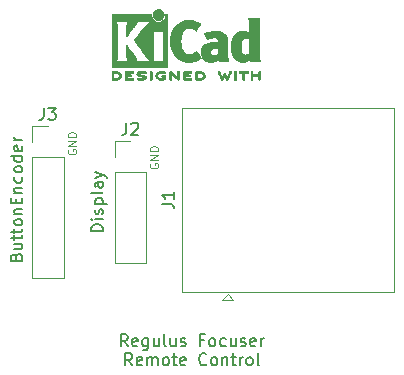
<source format=gbr>
%TF.GenerationSoftware,KiCad,Pcbnew,(6.0.1)*%
%TF.CreationDate,2022-02-21T12:48:27+02:00*%
%TF.ProjectId,Focuser-V1.Remote,466f6375-7365-4722-9d56-312e52656d6f,rev?*%
%TF.SameCoordinates,Original*%
%TF.FileFunction,Legend,Top*%
%TF.FilePolarity,Positive*%
%FSLAX46Y46*%
G04 Gerber Fmt 4.6, Leading zero omitted, Abs format (unit mm)*
G04 Created by KiCad (PCBNEW (6.0.1)) date 2022-02-21 12:48:27*
%MOMM*%
%LPD*%
G01*
G04 APERTURE LIST*
%ADD10C,0.100000*%
%ADD11C,0.150000*%
%ADD12C,0.010000*%
%ADD13C,0.120000*%
G04 APERTURE END LIST*
D10*
X161746350Y-85118473D02*
X161713016Y-85185140D01*
X161713016Y-85285140D01*
X161746350Y-85385140D01*
X161813016Y-85451806D01*
X161879683Y-85485140D01*
X162013016Y-85518473D01*
X162113016Y-85518473D01*
X162246350Y-85485140D01*
X162313016Y-85451806D01*
X162379683Y-85385140D01*
X162413016Y-85285140D01*
X162413016Y-85218473D01*
X162379683Y-85118473D01*
X162346350Y-85085140D01*
X162113016Y-85085140D01*
X162113016Y-85218473D01*
X162413016Y-84785140D02*
X161713016Y-84785140D01*
X162413016Y-84385140D01*
X161713016Y-84385140D01*
X162413016Y-84051806D02*
X161713016Y-84051806D01*
X161713016Y-83885140D01*
X161746350Y-83785140D01*
X161813016Y-83718473D01*
X161879683Y-83685140D01*
X162013016Y-83651806D01*
X162113016Y-83651806D01*
X162246350Y-83685140D01*
X162313016Y-83718473D01*
X162379683Y-83785140D01*
X162413016Y-83885140D01*
X162413016Y-84051806D01*
D11*
X166783428Y-101755380D02*
X166450095Y-101279190D01*
X166212000Y-101755380D02*
X166212000Y-100755380D01*
X166592952Y-100755380D01*
X166688190Y-100803000D01*
X166735809Y-100850619D01*
X166783428Y-100945857D01*
X166783428Y-101088714D01*
X166735809Y-101183952D01*
X166688190Y-101231571D01*
X166592952Y-101279190D01*
X166212000Y-101279190D01*
X167592952Y-101707761D02*
X167497714Y-101755380D01*
X167307238Y-101755380D01*
X167212000Y-101707761D01*
X167164380Y-101612523D01*
X167164380Y-101231571D01*
X167212000Y-101136333D01*
X167307238Y-101088714D01*
X167497714Y-101088714D01*
X167592952Y-101136333D01*
X167640571Y-101231571D01*
X167640571Y-101326809D01*
X167164380Y-101422047D01*
X168497714Y-101088714D02*
X168497714Y-101898238D01*
X168450095Y-101993476D01*
X168402476Y-102041095D01*
X168307238Y-102088714D01*
X168164380Y-102088714D01*
X168069142Y-102041095D01*
X168497714Y-101707761D02*
X168402476Y-101755380D01*
X168212000Y-101755380D01*
X168116761Y-101707761D01*
X168069142Y-101660142D01*
X168021523Y-101564904D01*
X168021523Y-101279190D01*
X168069142Y-101183952D01*
X168116761Y-101136333D01*
X168212000Y-101088714D01*
X168402476Y-101088714D01*
X168497714Y-101136333D01*
X169402476Y-101088714D02*
X169402476Y-101755380D01*
X168973904Y-101088714D02*
X168973904Y-101612523D01*
X169021523Y-101707761D01*
X169116761Y-101755380D01*
X169259619Y-101755380D01*
X169354857Y-101707761D01*
X169402476Y-101660142D01*
X170021523Y-101755380D02*
X169926285Y-101707761D01*
X169878666Y-101612523D01*
X169878666Y-100755380D01*
X170831047Y-101088714D02*
X170831047Y-101755380D01*
X170402476Y-101088714D02*
X170402476Y-101612523D01*
X170450095Y-101707761D01*
X170545333Y-101755380D01*
X170688190Y-101755380D01*
X170783428Y-101707761D01*
X170831047Y-101660142D01*
X171259619Y-101707761D02*
X171354857Y-101755380D01*
X171545333Y-101755380D01*
X171640571Y-101707761D01*
X171688190Y-101612523D01*
X171688190Y-101564904D01*
X171640571Y-101469666D01*
X171545333Y-101422047D01*
X171402476Y-101422047D01*
X171307238Y-101374428D01*
X171259619Y-101279190D01*
X171259619Y-101231571D01*
X171307238Y-101136333D01*
X171402476Y-101088714D01*
X171545333Y-101088714D01*
X171640571Y-101136333D01*
X173212000Y-101231571D02*
X172878666Y-101231571D01*
X172878666Y-101755380D02*
X172878666Y-100755380D01*
X173354857Y-100755380D01*
X173878666Y-101755380D02*
X173783428Y-101707761D01*
X173735809Y-101660142D01*
X173688190Y-101564904D01*
X173688190Y-101279190D01*
X173735809Y-101183952D01*
X173783428Y-101136333D01*
X173878666Y-101088714D01*
X174021523Y-101088714D01*
X174116761Y-101136333D01*
X174164380Y-101183952D01*
X174212000Y-101279190D01*
X174212000Y-101564904D01*
X174164380Y-101660142D01*
X174116761Y-101707761D01*
X174021523Y-101755380D01*
X173878666Y-101755380D01*
X175069142Y-101707761D02*
X174973904Y-101755380D01*
X174783428Y-101755380D01*
X174688190Y-101707761D01*
X174640571Y-101660142D01*
X174592952Y-101564904D01*
X174592952Y-101279190D01*
X174640571Y-101183952D01*
X174688190Y-101136333D01*
X174783428Y-101088714D01*
X174973904Y-101088714D01*
X175069142Y-101136333D01*
X175926285Y-101088714D02*
X175926285Y-101755380D01*
X175497714Y-101088714D02*
X175497714Y-101612523D01*
X175545333Y-101707761D01*
X175640571Y-101755380D01*
X175783428Y-101755380D01*
X175878666Y-101707761D01*
X175926285Y-101660142D01*
X176354857Y-101707761D02*
X176450095Y-101755380D01*
X176640571Y-101755380D01*
X176735809Y-101707761D01*
X176783428Y-101612523D01*
X176783428Y-101564904D01*
X176735809Y-101469666D01*
X176640571Y-101422047D01*
X176497714Y-101422047D01*
X176402476Y-101374428D01*
X176354857Y-101279190D01*
X176354857Y-101231571D01*
X176402476Y-101136333D01*
X176497714Y-101088714D01*
X176640571Y-101088714D01*
X176735809Y-101136333D01*
X177592952Y-101707761D02*
X177497714Y-101755380D01*
X177307238Y-101755380D01*
X177212000Y-101707761D01*
X177164380Y-101612523D01*
X177164380Y-101231571D01*
X177212000Y-101136333D01*
X177307238Y-101088714D01*
X177497714Y-101088714D01*
X177592952Y-101136333D01*
X177640571Y-101231571D01*
X177640571Y-101326809D01*
X177164380Y-101422047D01*
X178069142Y-101755380D02*
X178069142Y-101088714D01*
X178069142Y-101279190D02*
X178116761Y-101183952D01*
X178164380Y-101136333D01*
X178259619Y-101088714D01*
X178354857Y-101088714D01*
X167164380Y-103365380D02*
X166831047Y-102889190D01*
X166592952Y-103365380D02*
X166592952Y-102365380D01*
X166973904Y-102365380D01*
X167069142Y-102413000D01*
X167116761Y-102460619D01*
X167164380Y-102555857D01*
X167164380Y-102698714D01*
X167116761Y-102793952D01*
X167069142Y-102841571D01*
X166973904Y-102889190D01*
X166592952Y-102889190D01*
X167973904Y-103317761D02*
X167878666Y-103365380D01*
X167688190Y-103365380D01*
X167592952Y-103317761D01*
X167545333Y-103222523D01*
X167545333Y-102841571D01*
X167592952Y-102746333D01*
X167688190Y-102698714D01*
X167878666Y-102698714D01*
X167973904Y-102746333D01*
X168021523Y-102841571D01*
X168021523Y-102936809D01*
X167545333Y-103032047D01*
X168450095Y-103365380D02*
X168450095Y-102698714D01*
X168450095Y-102793952D02*
X168497714Y-102746333D01*
X168592952Y-102698714D01*
X168735809Y-102698714D01*
X168831047Y-102746333D01*
X168878666Y-102841571D01*
X168878666Y-103365380D01*
X168878666Y-102841571D02*
X168926285Y-102746333D01*
X169021523Y-102698714D01*
X169164380Y-102698714D01*
X169259619Y-102746333D01*
X169307238Y-102841571D01*
X169307238Y-103365380D01*
X169926285Y-103365380D02*
X169831047Y-103317761D01*
X169783428Y-103270142D01*
X169735809Y-103174904D01*
X169735809Y-102889190D01*
X169783428Y-102793952D01*
X169831047Y-102746333D01*
X169926285Y-102698714D01*
X170069142Y-102698714D01*
X170164380Y-102746333D01*
X170212000Y-102793952D01*
X170259619Y-102889190D01*
X170259619Y-103174904D01*
X170212000Y-103270142D01*
X170164380Y-103317761D01*
X170069142Y-103365380D01*
X169926285Y-103365380D01*
X170545333Y-102698714D02*
X170926285Y-102698714D01*
X170688190Y-102365380D02*
X170688190Y-103222523D01*
X170735809Y-103317761D01*
X170831047Y-103365380D01*
X170926285Y-103365380D01*
X171640571Y-103317761D02*
X171545333Y-103365380D01*
X171354857Y-103365380D01*
X171259619Y-103317761D01*
X171212000Y-103222523D01*
X171212000Y-102841571D01*
X171259619Y-102746333D01*
X171354857Y-102698714D01*
X171545333Y-102698714D01*
X171640571Y-102746333D01*
X171688190Y-102841571D01*
X171688190Y-102936809D01*
X171212000Y-103032047D01*
X173450095Y-103270142D02*
X173402476Y-103317761D01*
X173259619Y-103365380D01*
X173164380Y-103365380D01*
X173021523Y-103317761D01*
X172926285Y-103222523D01*
X172878666Y-103127285D01*
X172831047Y-102936809D01*
X172831047Y-102793952D01*
X172878666Y-102603476D01*
X172926285Y-102508238D01*
X173021523Y-102413000D01*
X173164380Y-102365380D01*
X173259619Y-102365380D01*
X173402476Y-102413000D01*
X173450095Y-102460619D01*
X174021523Y-103365380D02*
X173926285Y-103317761D01*
X173878666Y-103270142D01*
X173831047Y-103174904D01*
X173831047Y-102889190D01*
X173878666Y-102793952D01*
X173926285Y-102746333D01*
X174021523Y-102698714D01*
X174164380Y-102698714D01*
X174259619Y-102746333D01*
X174307238Y-102793952D01*
X174354857Y-102889190D01*
X174354857Y-103174904D01*
X174307238Y-103270142D01*
X174259619Y-103317761D01*
X174164380Y-103365380D01*
X174021523Y-103365380D01*
X174783428Y-102698714D02*
X174783428Y-103365380D01*
X174783428Y-102793952D02*
X174831047Y-102746333D01*
X174926285Y-102698714D01*
X175069142Y-102698714D01*
X175164380Y-102746333D01*
X175212000Y-102841571D01*
X175212000Y-103365380D01*
X175545333Y-102698714D02*
X175926285Y-102698714D01*
X175688190Y-102365380D02*
X175688190Y-103222523D01*
X175735809Y-103317761D01*
X175831047Y-103365380D01*
X175926285Y-103365380D01*
X176259619Y-103365380D02*
X176259619Y-102698714D01*
X176259619Y-102889190D02*
X176307238Y-102793952D01*
X176354857Y-102746333D01*
X176450095Y-102698714D01*
X176545333Y-102698714D01*
X177021523Y-103365380D02*
X176926285Y-103317761D01*
X176878666Y-103270142D01*
X176831047Y-103174904D01*
X176831047Y-102889190D01*
X176878666Y-102793952D01*
X176926285Y-102746333D01*
X177021523Y-102698714D01*
X177164380Y-102698714D01*
X177259619Y-102746333D01*
X177307238Y-102793952D01*
X177354857Y-102889190D01*
X177354857Y-103174904D01*
X177307238Y-103270142D01*
X177259619Y-103317761D01*
X177164380Y-103365380D01*
X177021523Y-103365380D01*
X177926285Y-103365380D02*
X177831047Y-103317761D01*
X177783428Y-103222523D01*
X177783428Y-102365380D01*
D10*
X168697792Y-86308603D02*
X168664458Y-86375270D01*
X168664458Y-86475270D01*
X168697792Y-86575270D01*
X168764458Y-86641936D01*
X168831125Y-86675270D01*
X168964458Y-86708603D01*
X169064458Y-86708603D01*
X169197792Y-86675270D01*
X169264458Y-86641936D01*
X169331125Y-86575270D01*
X169364458Y-86475270D01*
X169364458Y-86408603D01*
X169331125Y-86308603D01*
X169297792Y-86275270D01*
X169064458Y-86275270D01*
X169064458Y-86408603D01*
X169364458Y-85975270D02*
X168664458Y-85975270D01*
X169364458Y-85575270D01*
X168664458Y-85575270D01*
X169364458Y-85241936D02*
X168664458Y-85241936D01*
X168664458Y-85075270D01*
X168697792Y-84975270D01*
X168764458Y-84908603D01*
X168831125Y-84875270D01*
X168964458Y-84841936D01*
X169064458Y-84841936D01*
X169197792Y-84875270D01*
X169264458Y-84908603D01*
X169331125Y-84975270D01*
X169364458Y-85075270D01*
X169364458Y-85241936D01*
D11*
%TO.C,J1*%
X169692380Y-89705833D02*
X170406666Y-89705833D01*
X170549523Y-89753452D01*
X170644761Y-89848690D01*
X170692380Y-89991547D01*
X170692380Y-90086785D01*
X170692380Y-88705833D02*
X170692380Y-89277261D01*
X170692380Y-88991547D02*
X169692380Y-88991547D01*
X169835238Y-89086785D01*
X169930476Y-89182023D01*
X169978095Y-89277261D01*
%TO.C,J3*%
X159686666Y-81582380D02*
X159686666Y-82296666D01*
X159639047Y-82439523D01*
X159543809Y-82534761D01*
X159400952Y-82582380D01*
X159305714Y-82582380D01*
X160067619Y-81582380D02*
X160686666Y-81582380D01*
X160353333Y-81963333D01*
X160496190Y-81963333D01*
X160591428Y-82010952D01*
X160639047Y-82058571D01*
X160686666Y-82153809D01*
X160686666Y-82391904D01*
X160639047Y-82487142D01*
X160591428Y-82534761D01*
X160496190Y-82582380D01*
X160210476Y-82582380D01*
X160115238Y-82534761D01*
X160067619Y-82487142D01*
X157337625Y-94192588D02*
X157385244Y-94049731D01*
X157432863Y-94002112D01*
X157528101Y-93954493D01*
X157670958Y-93954493D01*
X157766196Y-94002112D01*
X157813815Y-94049731D01*
X157861434Y-94144969D01*
X157861434Y-94525921D01*
X156861434Y-94525921D01*
X156861434Y-94192588D01*
X156909054Y-94097350D01*
X156956673Y-94049731D01*
X157051911Y-94002112D01*
X157147149Y-94002112D01*
X157242387Y-94049731D01*
X157290006Y-94097350D01*
X157337625Y-94192588D01*
X157337625Y-94525921D01*
X157194768Y-93097350D02*
X157861434Y-93097350D01*
X157194768Y-93525921D02*
X157718577Y-93525921D01*
X157813815Y-93478302D01*
X157861434Y-93383064D01*
X157861434Y-93240207D01*
X157813815Y-93144969D01*
X157766196Y-93097350D01*
X157194768Y-92764016D02*
X157194768Y-92383064D01*
X156861434Y-92621159D02*
X157718577Y-92621159D01*
X157813815Y-92573540D01*
X157861434Y-92478302D01*
X157861434Y-92383064D01*
X157194768Y-92192588D02*
X157194768Y-91811635D01*
X156861434Y-92049731D02*
X157718577Y-92049731D01*
X157813815Y-92002112D01*
X157861434Y-91906874D01*
X157861434Y-91811635D01*
X157861434Y-91335445D02*
X157813815Y-91430683D01*
X157766196Y-91478302D01*
X157670958Y-91525921D01*
X157385244Y-91525921D01*
X157290006Y-91478302D01*
X157242387Y-91430683D01*
X157194768Y-91335445D01*
X157194768Y-91192588D01*
X157242387Y-91097350D01*
X157290006Y-91049731D01*
X157385244Y-91002112D01*
X157670958Y-91002112D01*
X157766196Y-91049731D01*
X157813815Y-91097350D01*
X157861434Y-91192588D01*
X157861434Y-91335445D01*
X157194768Y-90573540D02*
X157861434Y-90573540D01*
X157290006Y-90573540D02*
X157242387Y-90525921D01*
X157194768Y-90430683D01*
X157194768Y-90287826D01*
X157242387Y-90192588D01*
X157337625Y-90144969D01*
X157861434Y-90144969D01*
X157337625Y-89668778D02*
X157337625Y-89335445D01*
X157861434Y-89192588D02*
X157861434Y-89668778D01*
X156861434Y-89668778D01*
X156861434Y-89192588D01*
X157194768Y-88764016D02*
X157861434Y-88764016D01*
X157290006Y-88764016D02*
X157242387Y-88716397D01*
X157194768Y-88621159D01*
X157194768Y-88478302D01*
X157242387Y-88383064D01*
X157337625Y-88335445D01*
X157861434Y-88335445D01*
X157813815Y-87430683D02*
X157861434Y-87525921D01*
X157861434Y-87716397D01*
X157813815Y-87811635D01*
X157766196Y-87859255D01*
X157670958Y-87906874D01*
X157385244Y-87906874D01*
X157290006Y-87859255D01*
X157242387Y-87811635D01*
X157194768Y-87716397D01*
X157194768Y-87525921D01*
X157242387Y-87430683D01*
X157861434Y-86859255D02*
X157813815Y-86954493D01*
X157766196Y-87002112D01*
X157670958Y-87049731D01*
X157385244Y-87049731D01*
X157290006Y-87002112D01*
X157242387Y-86954493D01*
X157194768Y-86859255D01*
X157194768Y-86716397D01*
X157242387Y-86621159D01*
X157290006Y-86573540D01*
X157385244Y-86525921D01*
X157670958Y-86525921D01*
X157766196Y-86573540D01*
X157813815Y-86621159D01*
X157861434Y-86716397D01*
X157861434Y-86859255D01*
X157861434Y-85668778D02*
X156861434Y-85668778D01*
X157813815Y-85668778D02*
X157861434Y-85764016D01*
X157861434Y-85954493D01*
X157813815Y-86049731D01*
X157766196Y-86097350D01*
X157670958Y-86144969D01*
X157385244Y-86144969D01*
X157290006Y-86097350D01*
X157242387Y-86049731D01*
X157194768Y-85954493D01*
X157194768Y-85764016D01*
X157242387Y-85668778D01*
X157813815Y-84811635D02*
X157861434Y-84906874D01*
X157861434Y-85097350D01*
X157813815Y-85192588D01*
X157718577Y-85240207D01*
X157337625Y-85240207D01*
X157242387Y-85192588D01*
X157194768Y-85097350D01*
X157194768Y-84906874D01*
X157242387Y-84811635D01*
X157337625Y-84764016D01*
X157432863Y-84764016D01*
X157528101Y-85240207D01*
X157861434Y-84335445D02*
X157194768Y-84335445D01*
X157385244Y-84335445D02*
X157290006Y-84287826D01*
X157242387Y-84240207D01*
X157194768Y-84144969D01*
X157194768Y-84049731D01*
%TO.C,J2*%
X166671666Y-82847380D02*
X166671666Y-83561666D01*
X166624047Y-83704523D01*
X166528809Y-83799761D01*
X166385952Y-83847380D01*
X166290714Y-83847380D01*
X167100238Y-82942619D02*
X167147857Y-82895000D01*
X167243095Y-82847380D01*
X167481190Y-82847380D01*
X167576428Y-82895000D01*
X167624047Y-82942619D01*
X167671666Y-83037857D01*
X167671666Y-83133095D01*
X167624047Y-83275952D01*
X167052619Y-83847380D01*
X167671666Y-83847380D01*
X164676539Y-92006731D02*
X163676539Y-92006731D01*
X163676539Y-91768636D01*
X163724159Y-91625779D01*
X163819397Y-91530541D01*
X163914635Y-91482922D01*
X164105111Y-91435303D01*
X164247968Y-91435303D01*
X164438444Y-91482922D01*
X164533682Y-91530541D01*
X164628920Y-91625779D01*
X164676539Y-91768636D01*
X164676539Y-92006731D01*
X164676539Y-91006731D02*
X164009873Y-91006731D01*
X163676539Y-91006731D02*
X163724159Y-91054351D01*
X163771778Y-91006731D01*
X163724159Y-90959112D01*
X163676539Y-91006731D01*
X163771778Y-91006731D01*
X164628920Y-90578160D02*
X164676539Y-90482922D01*
X164676539Y-90292446D01*
X164628920Y-90197208D01*
X164533682Y-90149589D01*
X164486063Y-90149589D01*
X164390825Y-90197208D01*
X164343206Y-90292446D01*
X164343206Y-90435303D01*
X164295587Y-90530541D01*
X164200349Y-90578160D01*
X164152730Y-90578160D01*
X164057492Y-90530541D01*
X164009873Y-90435303D01*
X164009873Y-90292446D01*
X164057492Y-90197208D01*
X164009873Y-89721017D02*
X165009873Y-89721017D01*
X164057492Y-89721017D02*
X164009873Y-89625779D01*
X164009873Y-89435303D01*
X164057492Y-89340065D01*
X164105111Y-89292446D01*
X164200349Y-89244827D01*
X164486063Y-89244827D01*
X164581301Y-89292446D01*
X164628920Y-89340065D01*
X164676539Y-89435303D01*
X164676539Y-89625779D01*
X164628920Y-89721017D01*
X164676539Y-88673398D02*
X164628920Y-88768636D01*
X164533682Y-88816255D01*
X163676539Y-88816255D01*
X164676539Y-87863874D02*
X164152730Y-87863874D01*
X164057492Y-87911493D01*
X164009873Y-88006731D01*
X164009873Y-88197208D01*
X164057492Y-88292446D01*
X164628920Y-87863874D02*
X164676539Y-87959112D01*
X164676539Y-88197208D01*
X164628920Y-88292446D01*
X164533682Y-88340065D01*
X164438444Y-88340065D01*
X164343206Y-88292446D01*
X164295587Y-88197208D01*
X164295587Y-87959112D01*
X164247968Y-87863874D01*
X164009873Y-87482922D02*
X164676539Y-87244827D01*
X164009873Y-87006731D02*
X164676539Y-87244827D01*
X164914635Y-87340065D01*
X164962254Y-87387684D01*
X165009873Y-87482922D01*
D12*
%TO.C,REF\u002A\u002A*%
X172722309Y-78469275D02*
X172851288Y-78473636D01*
X172851288Y-78473636D02*
X172960991Y-78486861D01*
X172960991Y-78486861D02*
X173053226Y-78509741D01*
X173053226Y-78509741D02*
X173129802Y-78543070D01*
X173129802Y-78543070D02*
X173192527Y-78587638D01*
X173192527Y-78587638D02*
X173243212Y-78644236D01*
X173243212Y-78644236D02*
X173283663Y-78713658D01*
X173283663Y-78713658D02*
X173284459Y-78715351D01*
X173284459Y-78715351D02*
X173308601Y-78777483D01*
X173308601Y-78777483D02*
X173317203Y-78832509D01*
X173317203Y-78832509D02*
X173310231Y-78887887D01*
X173310231Y-78887887D02*
X173287654Y-78951073D01*
X173287654Y-78951073D02*
X173283372Y-78960689D01*
X173283372Y-78960689D02*
X173254172Y-79016966D01*
X173254172Y-79016966D02*
X173221356Y-79060451D01*
X173221356Y-79060451D02*
X173179002Y-79097417D01*
X173179002Y-79097417D02*
X173121190Y-79134135D01*
X173121190Y-79134135D02*
X173117831Y-79136052D01*
X173117831Y-79136052D02*
X173067504Y-79160227D01*
X173067504Y-79160227D02*
X173010621Y-79178282D01*
X173010621Y-79178282D02*
X172943527Y-79190839D01*
X172943527Y-79190839D02*
X172862565Y-79198522D01*
X172862565Y-79198522D02*
X172764082Y-79201953D01*
X172764082Y-79201953D02*
X172729286Y-79202251D01*
X172729286Y-79202251D02*
X172563594Y-79202845D01*
X172563594Y-79202845D02*
X172540197Y-79173100D01*
X172540197Y-79173100D02*
X172533257Y-79163319D01*
X172533257Y-79163319D02*
X172527842Y-79151897D01*
X172527842Y-79151897D02*
X172523765Y-79136095D01*
X172523765Y-79136095D02*
X172520837Y-79113175D01*
X172520837Y-79113175D02*
X172518867Y-79080396D01*
X172518867Y-79080396D02*
X172518225Y-79056089D01*
X172518225Y-79056089D02*
X172674844Y-79056089D01*
X172674844Y-79056089D02*
X172768726Y-79056089D01*
X172768726Y-79056089D02*
X172823664Y-79054483D01*
X172823664Y-79054483D02*
X172880060Y-79050255D01*
X172880060Y-79050255D02*
X172926345Y-79044292D01*
X172926345Y-79044292D02*
X172929139Y-79043790D01*
X172929139Y-79043790D02*
X173011348Y-79021736D01*
X173011348Y-79021736D02*
X173075114Y-78988600D01*
X173075114Y-78988600D02*
X173122452Y-78942847D01*
X173122452Y-78942847D02*
X173155382Y-78882939D01*
X173155382Y-78882939D02*
X173161108Y-78867061D01*
X173161108Y-78867061D02*
X173166721Y-78842333D01*
X173166721Y-78842333D02*
X173164291Y-78817902D01*
X173164291Y-78817902D02*
X173152467Y-78785400D01*
X173152467Y-78785400D02*
X173145340Y-78769434D01*
X173145340Y-78769434D02*
X173122000Y-78727006D01*
X173122000Y-78727006D02*
X173093880Y-78697240D01*
X173093880Y-78697240D02*
X173062940Y-78676511D01*
X173062940Y-78676511D02*
X173000966Y-78649537D01*
X173000966Y-78649537D02*
X172921651Y-78629998D01*
X172921651Y-78629998D02*
X172829253Y-78618746D01*
X172829253Y-78618746D02*
X172762333Y-78616270D01*
X172762333Y-78616270D02*
X172674844Y-78615822D01*
X172674844Y-78615822D02*
X172674844Y-79056089D01*
X172674844Y-79056089D02*
X172518225Y-79056089D01*
X172518225Y-79056089D02*
X172517668Y-79035021D01*
X172517668Y-79035021D02*
X172517050Y-78974311D01*
X172517050Y-78974311D02*
X172516825Y-78895526D01*
X172516825Y-78895526D02*
X172516800Y-78833920D01*
X172516800Y-78833920D02*
X172516800Y-78524485D01*
X172516800Y-78524485D02*
X172544509Y-78496776D01*
X172544509Y-78496776D02*
X172556806Y-78485544D01*
X172556806Y-78485544D02*
X172570103Y-78477853D01*
X172570103Y-78477853D02*
X172588672Y-78473040D01*
X172588672Y-78473040D02*
X172616786Y-78470446D01*
X172616786Y-78470446D02*
X172658717Y-78469410D01*
X172658717Y-78469410D02*
X172718737Y-78469270D01*
X172718737Y-78469270D02*
X172722309Y-78469275D01*
X172722309Y-78469275D02*
X172722309Y-78469275D01*
G36*
X172517050Y-78974311D02*
G01*
X172516825Y-78895526D01*
X172516800Y-78833920D01*
X172516800Y-78524485D01*
X172544509Y-78496776D01*
X172556806Y-78485544D01*
X172570103Y-78477853D01*
X172588672Y-78473040D01*
X172616786Y-78470446D01*
X172658717Y-78469410D01*
X172718737Y-78469270D01*
X172722309Y-78469275D01*
X172851288Y-78473636D01*
X172960991Y-78486861D01*
X173053226Y-78509741D01*
X173129802Y-78543070D01*
X173192527Y-78587638D01*
X173243212Y-78644236D01*
X173283663Y-78713658D01*
X173284459Y-78715351D01*
X173308601Y-78777483D01*
X173317203Y-78832509D01*
X173310231Y-78887887D01*
X173287654Y-78951073D01*
X173283372Y-78960689D01*
X173254172Y-79016966D01*
X173221356Y-79060451D01*
X173179002Y-79097417D01*
X173121190Y-79134135D01*
X173117831Y-79136052D01*
X173067504Y-79160227D01*
X173010621Y-79178282D01*
X172943527Y-79190839D01*
X172862565Y-79198522D01*
X172764082Y-79201953D01*
X172729286Y-79202251D01*
X172563594Y-79202845D01*
X172540197Y-79173100D01*
X172533257Y-79163319D01*
X172527842Y-79151897D01*
X172523765Y-79136095D01*
X172520837Y-79113175D01*
X172518867Y-79080396D01*
X172518225Y-79056089D01*
X172674844Y-79056089D01*
X172768726Y-79056089D01*
X172823664Y-79054483D01*
X172880060Y-79050255D01*
X172926345Y-79044292D01*
X172929139Y-79043790D01*
X173011348Y-79021736D01*
X173075114Y-78988600D01*
X173122452Y-78942847D01*
X173155382Y-78882939D01*
X173161108Y-78867061D01*
X173166721Y-78842333D01*
X173164291Y-78817902D01*
X173152467Y-78785400D01*
X173145340Y-78769434D01*
X173122000Y-78727006D01*
X173093880Y-78697240D01*
X173062940Y-78676511D01*
X173000966Y-78649537D01*
X172921651Y-78629998D01*
X172829253Y-78618746D01*
X172762333Y-78616270D01*
X172674844Y-78615822D01*
X172674844Y-79056089D01*
X172518225Y-79056089D01*
X172517668Y-79035021D01*
X172517050Y-78974311D01*
G37*
X172517050Y-78974311D02*
X172516825Y-78895526D01*
X172516800Y-78833920D01*
X172516800Y-78524485D01*
X172544509Y-78496776D01*
X172556806Y-78485544D01*
X172570103Y-78477853D01*
X172588672Y-78473040D01*
X172616786Y-78470446D01*
X172658717Y-78469410D01*
X172718737Y-78469270D01*
X172722309Y-78469275D01*
X172851288Y-78473636D01*
X172960991Y-78486861D01*
X173053226Y-78509741D01*
X173129802Y-78543070D01*
X173192527Y-78587638D01*
X173243212Y-78644236D01*
X173283663Y-78713658D01*
X173284459Y-78715351D01*
X173308601Y-78777483D01*
X173317203Y-78832509D01*
X173310231Y-78887887D01*
X173287654Y-78951073D01*
X173283372Y-78960689D01*
X173254172Y-79016966D01*
X173221356Y-79060451D01*
X173179002Y-79097417D01*
X173121190Y-79134135D01*
X173117831Y-79136052D01*
X173067504Y-79160227D01*
X173010621Y-79178282D01*
X172943527Y-79190839D01*
X172862565Y-79198522D01*
X172764082Y-79201953D01*
X172729286Y-79202251D01*
X172563594Y-79202845D01*
X172540197Y-79173100D01*
X172533257Y-79163319D01*
X172527842Y-79151897D01*
X172523765Y-79136095D01*
X172520837Y-79113175D01*
X172518867Y-79080396D01*
X172518225Y-79056089D01*
X172674844Y-79056089D01*
X172768726Y-79056089D01*
X172823664Y-79054483D01*
X172880060Y-79050255D01*
X172926345Y-79044292D01*
X172929139Y-79043790D01*
X173011348Y-79021736D01*
X173075114Y-78988600D01*
X173122452Y-78942847D01*
X173155382Y-78882939D01*
X173161108Y-78867061D01*
X173166721Y-78842333D01*
X173164291Y-78817902D01*
X173152467Y-78785400D01*
X173145340Y-78769434D01*
X173122000Y-78727006D01*
X173093880Y-78697240D01*
X173062940Y-78676511D01*
X173000966Y-78649537D01*
X172921651Y-78629998D01*
X172829253Y-78618746D01*
X172762333Y-78616270D01*
X172674844Y-78615822D01*
X172674844Y-79056089D01*
X172518225Y-79056089D01*
X172517668Y-79035021D01*
X172517050Y-78974311D01*
X168012297Y-78470351D02*
X168087112Y-78475581D01*
X168087112Y-78475581D02*
X168156694Y-78483750D01*
X168156694Y-78483750D02*
X168216998Y-78494550D01*
X168216998Y-78494550D02*
X168263980Y-78507673D01*
X168263980Y-78507673D02*
X168293594Y-78522813D01*
X168293594Y-78522813D02*
X168298140Y-78527269D01*
X168298140Y-78527269D02*
X168313946Y-78561850D01*
X168313946Y-78561850D02*
X168309153Y-78597351D01*
X168309153Y-78597351D02*
X168284636Y-78627725D01*
X168284636Y-78627725D02*
X168283466Y-78628596D01*
X168283466Y-78628596D02*
X168269046Y-78637954D01*
X168269046Y-78637954D02*
X168253992Y-78642876D01*
X168253992Y-78642876D02*
X168232995Y-78643473D01*
X168232995Y-78643473D02*
X168200743Y-78639861D01*
X168200743Y-78639861D02*
X168151927Y-78632154D01*
X168151927Y-78632154D02*
X168148000Y-78631505D01*
X168148000Y-78631505D02*
X168075261Y-78622569D01*
X168075261Y-78622569D02*
X167996783Y-78618161D01*
X167996783Y-78618161D02*
X167918073Y-78618119D01*
X167918073Y-78618119D02*
X167844639Y-78622279D01*
X167844639Y-78622279D02*
X167781989Y-78630479D01*
X167781989Y-78630479D02*
X167735630Y-78642557D01*
X167735630Y-78642557D02*
X167732584Y-78643771D01*
X167732584Y-78643771D02*
X167698952Y-78662615D01*
X167698952Y-78662615D02*
X167687136Y-78681685D01*
X167687136Y-78681685D02*
X167696386Y-78700439D01*
X167696386Y-78700439D02*
X167725953Y-78718337D01*
X167725953Y-78718337D02*
X167775089Y-78734837D01*
X167775089Y-78734837D02*
X167843043Y-78749396D01*
X167843043Y-78749396D02*
X167888355Y-78756406D01*
X167888355Y-78756406D02*
X167982544Y-78769889D01*
X167982544Y-78769889D02*
X168057456Y-78782214D01*
X168057456Y-78782214D02*
X168116283Y-78794449D01*
X168116283Y-78794449D02*
X168162215Y-78807661D01*
X168162215Y-78807661D02*
X168198445Y-78822917D01*
X168198445Y-78822917D02*
X168228162Y-78841285D01*
X168228162Y-78841285D02*
X168254558Y-78863831D01*
X168254558Y-78863831D02*
X168275770Y-78885971D01*
X168275770Y-78885971D02*
X168300935Y-78916819D01*
X168300935Y-78916819D02*
X168313319Y-78943345D01*
X168313319Y-78943345D02*
X168317192Y-78976026D01*
X168317192Y-78976026D02*
X168317333Y-78987995D01*
X168317333Y-78987995D02*
X168314424Y-79027712D01*
X168314424Y-79027712D02*
X168302798Y-79057259D01*
X168302798Y-79057259D02*
X168282677Y-79083486D01*
X168282677Y-79083486D02*
X168241784Y-79123576D01*
X168241784Y-79123576D02*
X168196183Y-79154149D01*
X168196183Y-79154149D02*
X168142487Y-79176203D01*
X168142487Y-79176203D02*
X168077308Y-79190735D01*
X168077308Y-79190735D02*
X167997256Y-79198741D01*
X167997256Y-79198741D02*
X167898943Y-79201218D01*
X167898943Y-79201218D02*
X167882711Y-79201177D01*
X167882711Y-79201177D02*
X167817151Y-79199818D01*
X167817151Y-79199818D02*
X167752134Y-79196730D01*
X167752134Y-79196730D02*
X167694748Y-79192356D01*
X167694748Y-79192356D02*
X167652078Y-79187140D01*
X167652078Y-79187140D02*
X167648628Y-79186541D01*
X167648628Y-79186541D02*
X167606204Y-79176491D01*
X167606204Y-79176491D02*
X167570220Y-79163796D01*
X167570220Y-79163796D02*
X167549850Y-79152190D01*
X167549850Y-79152190D02*
X167530893Y-79121572D01*
X167530893Y-79121572D02*
X167529573Y-79085918D01*
X167529573Y-79085918D02*
X167545915Y-79054144D01*
X167545915Y-79054144D02*
X167549571Y-79050551D01*
X167549571Y-79050551D02*
X167564685Y-79039876D01*
X167564685Y-79039876D02*
X167583585Y-79035276D01*
X167583585Y-79035276D02*
X167612838Y-79036059D01*
X167612838Y-79036059D02*
X167648349Y-79040127D01*
X167648349Y-79040127D02*
X167688030Y-79043762D01*
X167688030Y-79043762D02*
X167743655Y-79046828D01*
X167743655Y-79046828D02*
X167808594Y-79049053D01*
X167808594Y-79049053D02*
X167876215Y-79050164D01*
X167876215Y-79050164D02*
X167894000Y-79050237D01*
X167894000Y-79050237D02*
X167961872Y-79049964D01*
X167961872Y-79049964D02*
X168011546Y-79048646D01*
X168011546Y-79048646D02*
X168047390Y-79045827D01*
X168047390Y-79045827D02*
X168073776Y-79041050D01*
X168073776Y-79041050D02*
X168095074Y-79033857D01*
X168095074Y-79033857D02*
X168107874Y-79027867D01*
X168107874Y-79027867D02*
X168136000Y-79011233D01*
X168136000Y-79011233D02*
X168153932Y-78996168D01*
X168153932Y-78996168D02*
X168156553Y-78991897D01*
X168156553Y-78991897D02*
X168151024Y-78974263D01*
X168151024Y-78974263D02*
X168124740Y-78957192D01*
X168124740Y-78957192D02*
X168079522Y-78941458D01*
X168079522Y-78941458D02*
X168017192Y-78927838D01*
X168017192Y-78927838D02*
X167998829Y-78924804D01*
X167998829Y-78924804D02*
X167902910Y-78909738D01*
X167902910Y-78909738D02*
X167826359Y-78897146D01*
X167826359Y-78897146D02*
X167766220Y-78886111D01*
X167766220Y-78886111D02*
X167719540Y-78875720D01*
X167719540Y-78875720D02*
X167683363Y-78865056D01*
X167683363Y-78865056D02*
X167654735Y-78853205D01*
X167654735Y-78853205D02*
X167630702Y-78839251D01*
X167630702Y-78839251D02*
X167608308Y-78822281D01*
X167608308Y-78822281D02*
X167584598Y-78801378D01*
X167584598Y-78801378D02*
X167576620Y-78794049D01*
X167576620Y-78794049D02*
X167548647Y-78766699D01*
X167548647Y-78766699D02*
X167533840Y-78745029D01*
X167533840Y-78745029D02*
X167528048Y-78720232D01*
X167528048Y-78720232D02*
X167527111Y-78688983D01*
X167527111Y-78688983D02*
X167537425Y-78627705D01*
X167537425Y-78627705D02*
X167568248Y-78575640D01*
X167568248Y-78575640D02*
X167619405Y-78532958D01*
X167619405Y-78532958D02*
X167690717Y-78499825D01*
X167690717Y-78499825D02*
X167741600Y-78484964D01*
X167741600Y-78484964D02*
X167796900Y-78475366D01*
X167796900Y-78475366D02*
X167863147Y-78469936D01*
X167863147Y-78469936D02*
X167936294Y-78468367D01*
X167936294Y-78468367D02*
X168012297Y-78470351D01*
X168012297Y-78470351D02*
X168012297Y-78470351D01*
G36*
X168012297Y-78470351D02*
G01*
X168087112Y-78475581D01*
X168156694Y-78483750D01*
X168216998Y-78494550D01*
X168263980Y-78507673D01*
X168293594Y-78522813D01*
X168298140Y-78527269D01*
X168313946Y-78561850D01*
X168309153Y-78597351D01*
X168284636Y-78627725D01*
X168283466Y-78628596D01*
X168269046Y-78637954D01*
X168253992Y-78642876D01*
X168232995Y-78643473D01*
X168200743Y-78639861D01*
X168151927Y-78632154D01*
X168148000Y-78631505D01*
X168075261Y-78622569D01*
X167996783Y-78618161D01*
X167918073Y-78618119D01*
X167844639Y-78622279D01*
X167781989Y-78630479D01*
X167735630Y-78642557D01*
X167732584Y-78643771D01*
X167698952Y-78662615D01*
X167687136Y-78681685D01*
X167696386Y-78700439D01*
X167725953Y-78718337D01*
X167775089Y-78734837D01*
X167843043Y-78749396D01*
X167888355Y-78756406D01*
X167982544Y-78769889D01*
X168057456Y-78782214D01*
X168116283Y-78794449D01*
X168162215Y-78807661D01*
X168198445Y-78822917D01*
X168228162Y-78841285D01*
X168254558Y-78863831D01*
X168275770Y-78885971D01*
X168300935Y-78916819D01*
X168313319Y-78943345D01*
X168317192Y-78976026D01*
X168317333Y-78987995D01*
X168314424Y-79027712D01*
X168302798Y-79057259D01*
X168282677Y-79083486D01*
X168241784Y-79123576D01*
X168196183Y-79154149D01*
X168142487Y-79176203D01*
X168077308Y-79190735D01*
X167997256Y-79198741D01*
X167898943Y-79201218D01*
X167882711Y-79201177D01*
X167817151Y-79199818D01*
X167752134Y-79196730D01*
X167694748Y-79192356D01*
X167652078Y-79187140D01*
X167648628Y-79186541D01*
X167606204Y-79176491D01*
X167570220Y-79163796D01*
X167549850Y-79152190D01*
X167530893Y-79121572D01*
X167529573Y-79085918D01*
X167545915Y-79054144D01*
X167549571Y-79050551D01*
X167564685Y-79039876D01*
X167583585Y-79035276D01*
X167612838Y-79036059D01*
X167648349Y-79040127D01*
X167688030Y-79043762D01*
X167743655Y-79046828D01*
X167808594Y-79049053D01*
X167876215Y-79050164D01*
X167894000Y-79050237D01*
X167961872Y-79049964D01*
X168011546Y-79048646D01*
X168047390Y-79045827D01*
X168073776Y-79041050D01*
X168095074Y-79033857D01*
X168107874Y-79027867D01*
X168136000Y-79011233D01*
X168153932Y-78996168D01*
X168156553Y-78991897D01*
X168151024Y-78974263D01*
X168124740Y-78957192D01*
X168079522Y-78941458D01*
X168017192Y-78927838D01*
X167998829Y-78924804D01*
X167902910Y-78909738D01*
X167826359Y-78897146D01*
X167766220Y-78886111D01*
X167719540Y-78875720D01*
X167683363Y-78865056D01*
X167654735Y-78853205D01*
X167630702Y-78839251D01*
X167608308Y-78822281D01*
X167584598Y-78801378D01*
X167576620Y-78794049D01*
X167548647Y-78766699D01*
X167533840Y-78745029D01*
X167528048Y-78720232D01*
X167527111Y-78688983D01*
X167537425Y-78627705D01*
X167568248Y-78575640D01*
X167619405Y-78532958D01*
X167690717Y-78499825D01*
X167741600Y-78484964D01*
X167796900Y-78475366D01*
X167863147Y-78469936D01*
X167936294Y-78468367D01*
X168012297Y-78470351D01*
G37*
X168012297Y-78470351D02*
X168087112Y-78475581D01*
X168156694Y-78483750D01*
X168216998Y-78494550D01*
X168263980Y-78507673D01*
X168293594Y-78522813D01*
X168298140Y-78527269D01*
X168313946Y-78561850D01*
X168309153Y-78597351D01*
X168284636Y-78627725D01*
X168283466Y-78628596D01*
X168269046Y-78637954D01*
X168253992Y-78642876D01*
X168232995Y-78643473D01*
X168200743Y-78639861D01*
X168151927Y-78632154D01*
X168148000Y-78631505D01*
X168075261Y-78622569D01*
X167996783Y-78618161D01*
X167918073Y-78618119D01*
X167844639Y-78622279D01*
X167781989Y-78630479D01*
X167735630Y-78642557D01*
X167732584Y-78643771D01*
X167698952Y-78662615D01*
X167687136Y-78681685D01*
X167696386Y-78700439D01*
X167725953Y-78718337D01*
X167775089Y-78734837D01*
X167843043Y-78749396D01*
X167888355Y-78756406D01*
X167982544Y-78769889D01*
X168057456Y-78782214D01*
X168116283Y-78794449D01*
X168162215Y-78807661D01*
X168198445Y-78822917D01*
X168228162Y-78841285D01*
X168254558Y-78863831D01*
X168275770Y-78885971D01*
X168300935Y-78916819D01*
X168313319Y-78943345D01*
X168317192Y-78976026D01*
X168317333Y-78987995D01*
X168314424Y-79027712D01*
X168302798Y-79057259D01*
X168282677Y-79083486D01*
X168241784Y-79123576D01*
X168196183Y-79154149D01*
X168142487Y-79176203D01*
X168077308Y-79190735D01*
X167997256Y-79198741D01*
X167898943Y-79201218D01*
X167882711Y-79201177D01*
X167817151Y-79199818D01*
X167752134Y-79196730D01*
X167694748Y-79192356D01*
X167652078Y-79187140D01*
X167648628Y-79186541D01*
X167606204Y-79176491D01*
X167570220Y-79163796D01*
X167549850Y-79152190D01*
X167530893Y-79121572D01*
X167529573Y-79085918D01*
X167545915Y-79054144D01*
X167549571Y-79050551D01*
X167564685Y-79039876D01*
X167583585Y-79035276D01*
X167612838Y-79036059D01*
X167648349Y-79040127D01*
X167688030Y-79043762D01*
X167743655Y-79046828D01*
X167808594Y-79049053D01*
X167876215Y-79050164D01*
X167894000Y-79050237D01*
X167961872Y-79049964D01*
X168011546Y-79048646D01*
X168047390Y-79045827D01*
X168073776Y-79041050D01*
X168095074Y-79033857D01*
X168107874Y-79027867D01*
X168136000Y-79011233D01*
X168153932Y-78996168D01*
X168156553Y-78991897D01*
X168151024Y-78974263D01*
X168124740Y-78957192D01*
X168079522Y-78941458D01*
X168017192Y-78927838D01*
X167998829Y-78924804D01*
X167902910Y-78909738D01*
X167826359Y-78897146D01*
X167766220Y-78886111D01*
X167719540Y-78875720D01*
X167683363Y-78865056D01*
X167654735Y-78853205D01*
X167630702Y-78839251D01*
X167608308Y-78822281D01*
X167584598Y-78801378D01*
X167576620Y-78794049D01*
X167548647Y-78766699D01*
X167533840Y-78745029D01*
X167528048Y-78720232D01*
X167527111Y-78688983D01*
X167537425Y-78627705D01*
X167568248Y-78575640D01*
X167619405Y-78532958D01*
X167690717Y-78499825D01*
X167741600Y-78484964D01*
X167796900Y-78475366D01*
X167863147Y-78469936D01*
X167936294Y-78468367D01*
X168012297Y-78470351D01*
X168757600Y-73689054D02*
X168768465Y-73802993D01*
X168768465Y-73802993D02*
X168800082Y-73910616D01*
X168800082Y-73910616D02*
X168850985Y-74009615D01*
X168850985Y-74009615D02*
X168919707Y-74097684D01*
X168919707Y-74097684D02*
X169004781Y-74172516D01*
X169004781Y-74172516D02*
X169101768Y-74230384D01*
X169101768Y-74230384D02*
X169208036Y-74270005D01*
X169208036Y-74270005D02*
X169315050Y-74288573D01*
X169315050Y-74288573D02*
X169420700Y-74287434D01*
X169420700Y-74287434D02*
X169522875Y-74267930D01*
X169522875Y-74267930D02*
X169619466Y-74231406D01*
X169619466Y-74231406D02*
X169708362Y-74179205D01*
X169708362Y-74179205D02*
X169787454Y-74112673D01*
X169787454Y-74112673D02*
X169854631Y-74033152D01*
X169854631Y-74033152D02*
X169907783Y-73941987D01*
X169907783Y-73941987D02*
X169944801Y-73840523D01*
X169944801Y-73840523D02*
X169963573Y-73730102D01*
X169963573Y-73730102D02*
X169965511Y-73680206D01*
X169965511Y-73680206D02*
X169965511Y-73592267D01*
X169965511Y-73592267D02*
X170017440Y-73592267D01*
X170017440Y-73592267D02*
X170053747Y-73595111D01*
X170053747Y-73595111D02*
X170080645Y-73606911D01*
X170080645Y-73606911D02*
X170107751Y-73630649D01*
X170107751Y-73630649D02*
X170146133Y-73669031D01*
X170146133Y-73669031D02*
X170146133Y-75860602D01*
X170146133Y-75860602D02*
X170146124Y-76122739D01*
X170146124Y-76122739D02*
X170146092Y-76363241D01*
X170146092Y-76363241D02*
X170146028Y-76583048D01*
X170146028Y-76583048D02*
X170145924Y-76783101D01*
X170145924Y-76783101D02*
X170145773Y-76964344D01*
X170145773Y-76964344D02*
X170145566Y-77127716D01*
X170145566Y-77127716D02*
X170145294Y-77274160D01*
X170145294Y-77274160D02*
X170144950Y-77404617D01*
X170144950Y-77404617D02*
X170144526Y-77520029D01*
X170144526Y-77520029D02*
X170144013Y-77621338D01*
X170144013Y-77621338D02*
X170143403Y-77709484D01*
X170143403Y-77709484D02*
X170142688Y-77785410D01*
X170142688Y-77785410D02*
X170141860Y-77850057D01*
X170141860Y-77850057D02*
X170140911Y-77904367D01*
X170140911Y-77904367D02*
X170139833Y-77949280D01*
X170139833Y-77949280D02*
X170138617Y-77985740D01*
X170138617Y-77985740D02*
X170137255Y-78014687D01*
X170137255Y-78014687D02*
X170135739Y-78037063D01*
X170135739Y-78037063D02*
X170134062Y-78053809D01*
X170134062Y-78053809D02*
X170132214Y-78065868D01*
X170132214Y-78065868D02*
X170130187Y-78074180D01*
X170130187Y-78074180D02*
X170127975Y-78079687D01*
X170127975Y-78079687D02*
X170126892Y-78081537D01*
X170126892Y-78081537D02*
X170122729Y-78088549D01*
X170122729Y-78088549D02*
X170119195Y-78094996D01*
X170119195Y-78094996D02*
X170115365Y-78100900D01*
X170115365Y-78100900D02*
X170110318Y-78106286D01*
X170110318Y-78106286D02*
X170103129Y-78111178D01*
X170103129Y-78111178D02*
X170092877Y-78115598D01*
X170092877Y-78115598D02*
X170078636Y-78119572D01*
X170078636Y-78119572D02*
X170059486Y-78123121D01*
X170059486Y-78123121D02*
X170034501Y-78126270D01*
X170034501Y-78126270D02*
X170002760Y-78129042D01*
X170002760Y-78129042D02*
X169963338Y-78131461D01*
X169963338Y-78131461D02*
X169915314Y-78133551D01*
X169915314Y-78133551D02*
X169857763Y-78135335D01*
X169857763Y-78135335D02*
X169789763Y-78136837D01*
X169789763Y-78136837D02*
X169710390Y-78138080D01*
X169710390Y-78138080D02*
X169618721Y-78139089D01*
X169618721Y-78139089D02*
X169513834Y-78139885D01*
X169513834Y-78139885D02*
X169394804Y-78140494D01*
X169394804Y-78140494D02*
X169260710Y-78140939D01*
X169260710Y-78140939D02*
X169110627Y-78141243D01*
X169110627Y-78141243D02*
X168943633Y-78141430D01*
X168943633Y-78141430D02*
X168758804Y-78141524D01*
X168758804Y-78141524D02*
X168555217Y-78141548D01*
X168555217Y-78141548D02*
X168331950Y-78141525D01*
X168331950Y-78141525D02*
X168088078Y-78141480D01*
X168088078Y-78141480D02*
X167822679Y-78141437D01*
X167822679Y-78141437D02*
X167784296Y-78141432D01*
X167784296Y-78141432D02*
X167517318Y-78141389D01*
X167517318Y-78141389D02*
X167271998Y-78141318D01*
X167271998Y-78141318D02*
X167047417Y-78141213D01*
X167047417Y-78141213D02*
X166842655Y-78141066D01*
X166842655Y-78141066D02*
X166656794Y-78140869D01*
X166656794Y-78140869D02*
X166488912Y-78140616D01*
X166488912Y-78140616D02*
X166338092Y-78140300D01*
X166338092Y-78140300D02*
X166203413Y-78139913D01*
X166203413Y-78139913D02*
X166083956Y-78139447D01*
X166083956Y-78139447D02*
X165978801Y-78138897D01*
X165978801Y-78138897D02*
X165887029Y-78138253D01*
X165887029Y-78138253D02*
X165807721Y-78137511D01*
X165807721Y-78137511D02*
X165739957Y-78136661D01*
X165739957Y-78136661D02*
X165682818Y-78135697D01*
X165682818Y-78135697D02*
X165635383Y-78134611D01*
X165635383Y-78134611D02*
X165596734Y-78133397D01*
X165596734Y-78133397D02*
X165565951Y-78132047D01*
X165565951Y-78132047D02*
X165542115Y-78130555D01*
X165542115Y-78130555D02*
X165524306Y-78128911D01*
X165524306Y-78128911D02*
X165511605Y-78127111D01*
X165511605Y-78127111D02*
X165503092Y-78125145D01*
X165503092Y-78125145D02*
X165498734Y-78123477D01*
X165498734Y-78123477D02*
X165490272Y-78119906D01*
X165490272Y-78119906D02*
X165482503Y-78117270D01*
X165482503Y-78117270D02*
X165475398Y-78114634D01*
X165475398Y-78114634D02*
X165468927Y-78111062D01*
X165468927Y-78111062D02*
X165463061Y-78105621D01*
X165463061Y-78105621D02*
X165457771Y-78097375D01*
X165457771Y-78097375D02*
X165453026Y-78085390D01*
X165453026Y-78085390D02*
X165448798Y-78068731D01*
X165448798Y-78068731D02*
X165445057Y-78046463D01*
X165445057Y-78046463D02*
X165441773Y-78017652D01*
X165441773Y-78017652D02*
X165438917Y-77981363D01*
X165438917Y-77981363D02*
X165436460Y-77936661D01*
X165436460Y-77936661D02*
X165434371Y-77882611D01*
X165434371Y-77882611D02*
X165432622Y-77818279D01*
X165432622Y-77818279D02*
X165431183Y-77742730D01*
X165431183Y-77742730D02*
X165430024Y-77655030D01*
X165430024Y-77655030D02*
X165429117Y-77554243D01*
X165429117Y-77554243D02*
X165428431Y-77439434D01*
X165428431Y-77439434D02*
X165427937Y-77309670D01*
X165427937Y-77309670D02*
X165427605Y-77164015D01*
X165427605Y-77164015D02*
X165427407Y-77001535D01*
X165427407Y-77001535D02*
X165427313Y-76821295D01*
X165427313Y-76821295D02*
X165427292Y-76622360D01*
X165427292Y-76622360D02*
X165427315Y-76403796D01*
X165427315Y-76403796D02*
X165427354Y-76164668D01*
X165427354Y-76164668D02*
X165427378Y-75904040D01*
X165427378Y-75904040D02*
X165427378Y-75861889D01*
X165427378Y-75861889D02*
X165427364Y-75598992D01*
X165427364Y-75598992D02*
X165427339Y-75357732D01*
X165427339Y-75357732D02*
X165427329Y-75137165D01*
X165427329Y-75137165D02*
X165427358Y-74936352D01*
X165427358Y-74936352D02*
X165427452Y-74754349D01*
X165427452Y-74754349D02*
X165427638Y-74590216D01*
X165427638Y-74590216D02*
X165427941Y-74443011D01*
X165427941Y-74443011D02*
X165428386Y-74311792D01*
X165428386Y-74311792D02*
X165428966Y-74201867D01*
X165428966Y-74201867D02*
X165731803Y-74201867D01*
X165731803Y-74201867D02*
X165771593Y-74259711D01*
X165771593Y-74259711D02*
X165782764Y-74275479D01*
X165782764Y-74275479D02*
X165792834Y-74289441D01*
X165792834Y-74289441D02*
X165801862Y-74302784D01*
X165801862Y-74302784D02*
X165809903Y-74316693D01*
X165809903Y-74316693D02*
X165817014Y-74332356D01*
X165817014Y-74332356D02*
X165823253Y-74350958D01*
X165823253Y-74350958D02*
X165828675Y-74373686D01*
X165828675Y-74373686D02*
X165833338Y-74401727D01*
X165833338Y-74401727D02*
X165837299Y-74436267D01*
X165837299Y-74436267D02*
X165840615Y-74478492D01*
X165840615Y-74478492D02*
X165843341Y-74529589D01*
X165843341Y-74529589D02*
X165845536Y-74590744D01*
X165845536Y-74590744D02*
X165847255Y-74663144D01*
X165847255Y-74663144D02*
X165848556Y-74747975D01*
X165848556Y-74747975D02*
X165849495Y-74846422D01*
X165849495Y-74846422D02*
X165850130Y-74959674D01*
X165850130Y-74959674D02*
X165850516Y-75088916D01*
X165850516Y-75088916D02*
X165850712Y-75235334D01*
X165850712Y-75235334D02*
X165850773Y-75400116D01*
X165850773Y-75400116D02*
X165850757Y-75584447D01*
X165850757Y-75584447D02*
X165850720Y-75789513D01*
X165850720Y-75789513D02*
X165850711Y-75912133D01*
X165850711Y-75912133D02*
X165850735Y-76129082D01*
X165850735Y-76129082D02*
X165850769Y-76324642D01*
X165850769Y-76324642D02*
X165850757Y-76499999D01*
X165850757Y-76499999D02*
X165850642Y-76656341D01*
X165850642Y-76656341D02*
X165850370Y-76794857D01*
X165850370Y-76794857D02*
X165849882Y-76916734D01*
X165849882Y-76916734D02*
X165849124Y-77023160D01*
X165849124Y-77023160D02*
X165848038Y-77115322D01*
X165848038Y-77115322D02*
X165846569Y-77194409D01*
X165846569Y-77194409D02*
X165844660Y-77261608D01*
X165844660Y-77261608D02*
X165842256Y-77318107D01*
X165842256Y-77318107D02*
X165839299Y-77365093D01*
X165839299Y-77365093D02*
X165835734Y-77403755D01*
X165835734Y-77403755D02*
X165831505Y-77435280D01*
X165831505Y-77435280D02*
X165826554Y-77460855D01*
X165826554Y-77460855D02*
X165820827Y-77481670D01*
X165820827Y-77481670D02*
X165814267Y-77498911D01*
X165814267Y-77498911D02*
X165806817Y-77513765D01*
X165806817Y-77513765D02*
X165798421Y-77527422D01*
X165798421Y-77527422D02*
X165789024Y-77541069D01*
X165789024Y-77541069D02*
X165778568Y-77555893D01*
X165778568Y-77555893D02*
X165772477Y-77564783D01*
X165772477Y-77564783D02*
X165733704Y-77622400D01*
X165733704Y-77622400D02*
X166265268Y-77622400D01*
X166265268Y-77622400D02*
X166388517Y-77622365D01*
X166388517Y-77622365D02*
X166491013Y-77622215D01*
X166491013Y-77622215D02*
X166574580Y-77621878D01*
X166574580Y-77621878D02*
X166641044Y-77621286D01*
X166641044Y-77621286D02*
X166692229Y-77620367D01*
X166692229Y-77620367D02*
X166729959Y-77619051D01*
X166729959Y-77619051D02*
X166756060Y-77617269D01*
X166756060Y-77617269D02*
X166772356Y-77614951D01*
X166772356Y-77614951D02*
X166780672Y-77612026D01*
X166780672Y-77612026D02*
X166782832Y-77608424D01*
X166782832Y-77608424D02*
X166780661Y-77604075D01*
X166780661Y-77604075D02*
X166779465Y-77602645D01*
X166779465Y-77602645D02*
X166754315Y-77565573D01*
X166754315Y-77565573D02*
X166728417Y-77512772D01*
X166728417Y-77512772D02*
X166704808Y-77450770D01*
X166704808Y-77450770D02*
X166696539Y-77424357D01*
X166696539Y-77424357D02*
X166691922Y-77406416D01*
X166691922Y-77406416D02*
X166688021Y-77385355D01*
X166688021Y-77385355D02*
X166684752Y-77359089D01*
X166684752Y-77359089D02*
X166682034Y-77325532D01*
X166682034Y-77325532D02*
X166679785Y-77282599D01*
X166679785Y-77282599D02*
X166677923Y-77228204D01*
X166677923Y-77228204D02*
X166676364Y-77160262D01*
X166676364Y-77160262D02*
X166675028Y-77076688D01*
X166675028Y-77076688D02*
X166673831Y-76975395D01*
X166673831Y-76975395D02*
X166672692Y-76854300D01*
X166672692Y-76854300D02*
X166672315Y-76809600D01*
X166672315Y-76809600D02*
X166671298Y-76684449D01*
X166671298Y-76684449D02*
X166670540Y-76580082D01*
X166670540Y-76580082D02*
X166670097Y-76494707D01*
X166670097Y-76494707D02*
X166670030Y-76426533D01*
X166670030Y-76426533D02*
X166670395Y-76373765D01*
X166670395Y-76373765D02*
X166671252Y-76334614D01*
X166671252Y-76334614D02*
X166672659Y-76307285D01*
X166672659Y-76307285D02*
X166674675Y-76289986D01*
X166674675Y-76289986D02*
X166677357Y-76280926D01*
X166677357Y-76280926D02*
X166680764Y-76278312D01*
X166680764Y-76278312D02*
X166684956Y-76280351D01*
X166684956Y-76280351D02*
X166689429Y-76284667D01*
X166689429Y-76284667D02*
X166699784Y-76297602D01*
X166699784Y-76297602D02*
X166721842Y-76326676D01*
X166721842Y-76326676D02*
X166754043Y-76369759D01*
X166754043Y-76369759D02*
X166794826Y-76424718D01*
X166794826Y-76424718D02*
X166842630Y-76489423D01*
X166842630Y-76489423D02*
X166895895Y-76561742D01*
X166895895Y-76561742D02*
X166953060Y-76639544D01*
X166953060Y-76639544D02*
X167012563Y-76720698D01*
X167012563Y-76720698D02*
X167072845Y-76803072D01*
X167072845Y-76803072D02*
X167132345Y-76884536D01*
X167132345Y-76884536D02*
X167189502Y-76962957D01*
X167189502Y-76962957D02*
X167242755Y-77036204D01*
X167242755Y-77036204D02*
X167290543Y-77102147D01*
X167290543Y-77102147D02*
X167331307Y-77158654D01*
X167331307Y-77158654D02*
X167363484Y-77203593D01*
X167363484Y-77203593D02*
X167385515Y-77234834D01*
X167385515Y-77234834D02*
X167390083Y-77241466D01*
X167390083Y-77241466D02*
X167413004Y-77278369D01*
X167413004Y-77278369D02*
X167439812Y-77326359D01*
X167439812Y-77326359D02*
X167465211Y-77375897D01*
X167465211Y-77375897D02*
X167468432Y-77382577D01*
X167468432Y-77382577D02*
X167490110Y-77430772D01*
X167490110Y-77430772D02*
X167502696Y-77468334D01*
X167502696Y-77468334D02*
X167508426Y-77504160D01*
X167508426Y-77504160D02*
X167509544Y-77546200D01*
X167509544Y-77546200D02*
X167508910Y-77622400D01*
X167508910Y-77622400D02*
X168663349Y-77622400D01*
X168663349Y-77622400D02*
X168572185Y-77528669D01*
X168572185Y-77528669D02*
X168525388Y-77478775D01*
X168525388Y-77478775D02*
X168475101Y-77422295D01*
X168475101Y-77422295D02*
X168429056Y-77368026D01*
X168429056Y-77368026D02*
X168408631Y-77342673D01*
X168408631Y-77342673D02*
X168378193Y-77303128D01*
X168378193Y-77303128D02*
X168338138Y-77249916D01*
X168338138Y-77249916D02*
X168289639Y-77184667D01*
X168289639Y-77184667D02*
X168233865Y-77109011D01*
X168233865Y-77109011D02*
X168171989Y-77024577D01*
X168171989Y-77024577D02*
X168105181Y-76932994D01*
X168105181Y-76932994D02*
X168034613Y-76835892D01*
X168034613Y-76835892D02*
X167961455Y-76734901D01*
X167961455Y-76734901D02*
X167886879Y-76631650D01*
X167886879Y-76631650D02*
X167812056Y-76527768D01*
X167812056Y-76527768D02*
X167738157Y-76424885D01*
X167738157Y-76424885D02*
X167666354Y-76324631D01*
X167666354Y-76324631D02*
X167597816Y-76228636D01*
X167597816Y-76228636D02*
X167533716Y-76138527D01*
X167533716Y-76138527D02*
X167475225Y-76055936D01*
X167475225Y-76055936D02*
X167423514Y-75982492D01*
X167423514Y-75982492D02*
X167379753Y-75919824D01*
X167379753Y-75919824D02*
X167345115Y-75869561D01*
X167345115Y-75869561D02*
X167320770Y-75833334D01*
X167320770Y-75833334D02*
X167307889Y-75812771D01*
X167307889Y-75812771D02*
X167306131Y-75808668D01*
X167306131Y-75808668D02*
X167314090Y-75797342D01*
X167314090Y-75797342D02*
X167334885Y-75770162D01*
X167334885Y-75770162D02*
X167367153Y-75728829D01*
X167367153Y-75728829D02*
X167409530Y-75675044D01*
X167409530Y-75675044D02*
X167460653Y-75610506D01*
X167460653Y-75610506D02*
X167519159Y-75536918D01*
X167519159Y-75536918D02*
X167583686Y-75455978D01*
X167583686Y-75455978D02*
X167652869Y-75369388D01*
X167652869Y-75369388D02*
X167725347Y-75278848D01*
X167725347Y-75278848D02*
X167799754Y-75186060D01*
X167799754Y-75186060D02*
X167859483Y-75111702D01*
X167859483Y-75111702D02*
X168870489Y-75111702D01*
X168870489Y-75111702D02*
X168876398Y-75124659D01*
X168876398Y-75124659D02*
X168890728Y-75146908D01*
X168890728Y-75146908D02*
X168891775Y-75148391D01*
X168891775Y-75148391D02*
X168910562Y-75178544D01*
X168910562Y-75178544D02*
X168930209Y-75215375D01*
X168930209Y-75215375D02*
X168934108Y-75223511D01*
X168934108Y-75223511D02*
X168937644Y-75231940D01*
X168937644Y-75231940D02*
X168940770Y-75242059D01*
X168940770Y-75242059D02*
X168943514Y-75255260D01*
X168943514Y-75255260D02*
X168945908Y-75272938D01*
X168945908Y-75272938D02*
X168947981Y-75296484D01*
X168947981Y-75296484D02*
X168949765Y-75327293D01*
X168949765Y-75327293D02*
X168951288Y-75366757D01*
X168951288Y-75366757D02*
X168952581Y-75416269D01*
X168952581Y-75416269D02*
X168953674Y-75477223D01*
X168953674Y-75477223D02*
X168954597Y-75551011D01*
X168954597Y-75551011D02*
X168955381Y-75639028D01*
X168955381Y-75639028D02*
X168956055Y-75742665D01*
X168956055Y-75742665D02*
X168956650Y-75863316D01*
X168956650Y-75863316D02*
X168957195Y-76002374D01*
X168957195Y-76002374D02*
X168957721Y-76161232D01*
X168957721Y-76161232D02*
X168958255Y-76340089D01*
X168958255Y-76340089D02*
X168958794Y-76525207D01*
X168958794Y-76525207D02*
X168959228Y-76689145D01*
X168959228Y-76689145D02*
X168959491Y-76833303D01*
X168959491Y-76833303D02*
X168959516Y-76959079D01*
X168959516Y-76959079D02*
X168959235Y-77067871D01*
X168959235Y-77067871D02*
X168958581Y-77161077D01*
X168958581Y-77161077D02*
X168957486Y-77240097D01*
X168957486Y-77240097D02*
X168955882Y-77306328D01*
X168955882Y-77306328D02*
X168953703Y-77361170D01*
X168953703Y-77361170D02*
X168950881Y-77406021D01*
X168950881Y-77406021D02*
X168947349Y-77442278D01*
X168947349Y-77442278D02*
X168943039Y-77471341D01*
X168943039Y-77471341D02*
X168937883Y-77494609D01*
X168937883Y-77494609D02*
X168931815Y-77513479D01*
X168931815Y-77513479D02*
X168924767Y-77529351D01*
X168924767Y-77529351D02*
X168916671Y-77543622D01*
X168916671Y-77543622D02*
X168907460Y-77557691D01*
X168907460Y-77557691D02*
X168898960Y-77570158D01*
X168898960Y-77570158D02*
X168881824Y-77596452D01*
X168881824Y-77596452D02*
X168871678Y-77614037D01*
X168871678Y-77614037D02*
X168870489Y-77617257D01*
X168870489Y-77617257D02*
X168881396Y-77618334D01*
X168881396Y-77618334D02*
X168912589Y-77619335D01*
X168912589Y-77619335D02*
X168961777Y-77620235D01*
X168961777Y-77620235D02*
X169026667Y-77621010D01*
X169026667Y-77621010D02*
X169104970Y-77621637D01*
X169104970Y-77621637D02*
X169194393Y-77622091D01*
X169194393Y-77622091D02*
X169292644Y-77622349D01*
X169292644Y-77622349D02*
X169361555Y-77622400D01*
X169361555Y-77622400D02*
X169466548Y-77622180D01*
X169466548Y-77622180D02*
X169563390Y-77621548D01*
X169563390Y-77621548D02*
X169649893Y-77620549D01*
X169649893Y-77620549D02*
X169723868Y-77619227D01*
X169723868Y-77619227D02*
X169783126Y-77617626D01*
X169783126Y-77617626D02*
X169825480Y-77615791D01*
X169825480Y-77615791D02*
X169848740Y-77613765D01*
X169848740Y-77613765D02*
X169852622Y-77612493D01*
X169852622Y-77612493D02*
X169844924Y-77597591D01*
X169844924Y-77597591D02*
X169836926Y-77589560D01*
X169836926Y-77589560D02*
X169823754Y-77572434D01*
X169823754Y-77572434D02*
X169806515Y-77542183D01*
X169806515Y-77542183D02*
X169794593Y-77517622D01*
X169794593Y-77517622D02*
X169767955Y-77458711D01*
X169767955Y-77458711D02*
X169764880Y-76281845D01*
X169764880Y-76281845D02*
X169761805Y-75104978D01*
X169761805Y-75104978D02*
X169316147Y-75104978D01*
X169316147Y-75104978D02*
X169218330Y-75105142D01*
X169218330Y-75105142D02*
X169127936Y-75105611D01*
X169127936Y-75105611D02*
X169047370Y-75106347D01*
X169047370Y-75106347D02*
X168979038Y-75107316D01*
X168979038Y-75107316D02*
X168925344Y-75108480D01*
X168925344Y-75108480D02*
X168888695Y-75109803D01*
X168888695Y-75109803D02*
X168871496Y-75111249D01*
X168871496Y-75111249D02*
X168870489Y-75111702D01*
X168870489Y-75111702D02*
X167859483Y-75111702D01*
X167859483Y-75111702D02*
X167874730Y-75092722D01*
X167874730Y-75092722D02*
X167948910Y-75000537D01*
X167948910Y-75000537D02*
X168020931Y-74911204D01*
X168020931Y-74911204D02*
X168089431Y-74826424D01*
X168089431Y-74826424D02*
X168153045Y-74747898D01*
X168153045Y-74747898D02*
X168210412Y-74677326D01*
X168210412Y-74677326D02*
X168260167Y-74616409D01*
X168260167Y-74616409D02*
X168300948Y-74566847D01*
X168300948Y-74566847D02*
X168318112Y-74546178D01*
X168318112Y-74546178D02*
X168404404Y-74445516D01*
X168404404Y-74445516D02*
X168481003Y-74362259D01*
X168481003Y-74362259D02*
X168549817Y-74294438D01*
X168549817Y-74294438D02*
X168612752Y-74240089D01*
X168612752Y-74240089D02*
X168622133Y-74232722D01*
X168622133Y-74232722D02*
X168661644Y-74202117D01*
X168661644Y-74202117D02*
X167529884Y-74201867D01*
X167529884Y-74201867D02*
X167535173Y-74249844D01*
X167535173Y-74249844D02*
X167531870Y-74307188D01*
X167531870Y-74307188D02*
X167510339Y-74375463D01*
X167510339Y-74375463D02*
X167470365Y-74455212D01*
X167470365Y-74455212D02*
X167425057Y-74527495D01*
X167425057Y-74527495D02*
X167408839Y-74550140D01*
X167408839Y-74550140D02*
X167380786Y-74587696D01*
X167380786Y-74587696D02*
X167342570Y-74638021D01*
X167342570Y-74638021D02*
X167295863Y-74698973D01*
X167295863Y-74698973D02*
X167242339Y-74768411D01*
X167242339Y-74768411D02*
X167183669Y-74844194D01*
X167183669Y-74844194D02*
X167121525Y-74924180D01*
X167121525Y-74924180D02*
X167057579Y-75006228D01*
X167057579Y-75006228D02*
X166993505Y-75088196D01*
X166993505Y-75088196D02*
X166930973Y-75167943D01*
X166930973Y-75167943D02*
X166871657Y-75243327D01*
X166871657Y-75243327D02*
X166817229Y-75312207D01*
X166817229Y-75312207D02*
X166769361Y-75372442D01*
X166769361Y-75372442D02*
X166729725Y-75421889D01*
X166729725Y-75421889D02*
X166699994Y-75458408D01*
X166699994Y-75458408D02*
X166681839Y-75479858D01*
X166681839Y-75479858D02*
X166678780Y-75483156D01*
X166678780Y-75483156D02*
X166675921Y-75475149D01*
X166675921Y-75475149D02*
X166673707Y-75444855D01*
X166673707Y-75444855D02*
X166672143Y-75392556D01*
X166672143Y-75392556D02*
X166671233Y-75318531D01*
X166671233Y-75318531D02*
X166670980Y-75223063D01*
X166670980Y-75223063D02*
X166671387Y-75106434D01*
X166671387Y-75106434D02*
X166672296Y-74986445D01*
X166672296Y-74986445D02*
X166673618Y-74854333D01*
X166673618Y-74854333D02*
X166675143Y-74742594D01*
X166675143Y-74742594D02*
X166677119Y-74649025D01*
X166677119Y-74649025D02*
X166679794Y-74571419D01*
X166679794Y-74571419D02*
X166683418Y-74507574D01*
X166683418Y-74507574D02*
X166688239Y-74455283D01*
X166688239Y-74455283D02*
X166694506Y-74412344D01*
X166694506Y-74412344D02*
X166702468Y-74376551D01*
X166702468Y-74376551D02*
X166712373Y-74345700D01*
X166712373Y-74345700D02*
X166724469Y-74317586D01*
X166724469Y-74317586D02*
X166739007Y-74290005D01*
X166739007Y-74290005D02*
X166753689Y-74264966D01*
X166753689Y-74264966D02*
X166791686Y-74201867D01*
X166791686Y-74201867D02*
X165731803Y-74201867D01*
X165731803Y-74201867D02*
X165428966Y-74201867D01*
X165428966Y-74201867D02*
X165428999Y-74195617D01*
X165428999Y-74195617D02*
X165429805Y-74093544D01*
X165429805Y-74093544D02*
X165430830Y-74004633D01*
X165430830Y-74004633D02*
X165432100Y-73927941D01*
X165432100Y-73927941D02*
X165433640Y-73862527D01*
X165433640Y-73862527D02*
X165435476Y-73807449D01*
X165435476Y-73807449D02*
X165437633Y-73761765D01*
X165437633Y-73761765D02*
X165440137Y-73724534D01*
X165440137Y-73724534D02*
X165443013Y-73694813D01*
X165443013Y-73694813D02*
X165446287Y-73671662D01*
X165446287Y-73671662D02*
X165449985Y-73654139D01*
X165449985Y-73654139D02*
X165454131Y-73641301D01*
X165454131Y-73641301D02*
X165458753Y-73632208D01*
X165458753Y-73632208D02*
X165463874Y-73625918D01*
X165463874Y-73625918D02*
X165469522Y-73621488D01*
X165469522Y-73621488D02*
X165475721Y-73617978D01*
X165475721Y-73617978D02*
X165482496Y-73614445D01*
X165482496Y-73614445D02*
X165488492Y-73610876D01*
X165488492Y-73610876D02*
X165493725Y-73608300D01*
X165493725Y-73608300D02*
X165501901Y-73605972D01*
X165501901Y-73605972D02*
X165514114Y-73603878D01*
X165514114Y-73603878D02*
X165531459Y-73602007D01*
X165531459Y-73602007D02*
X165555031Y-73600347D01*
X165555031Y-73600347D02*
X165585923Y-73598884D01*
X165585923Y-73598884D02*
X165625232Y-73597608D01*
X165625232Y-73597608D02*
X165674050Y-73596504D01*
X165674050Y-73596504D02*
X165733473Y-73595561D01*
X165733473Y-73595561D02*
X165804596Y-73594767D01*
X165804596Y-73594767D02*
X165888512Y-73594109D01*
X165888512Y-73594109D02*
X165986317Y-73593575D01*
X165986317Y-73593575D02*
X166099106Y-73593153D01*
X166099106Y-73593153D02*
X166227971Y-73592829D01*
X166227971Y-73592829D02*
X166374009Y-73592592D01*
X166374009Y-73592592D02*
X166538314Y-73592430D01*
X166538314Y-73592430D02*
X166721980Y-73592330D01*
X166721980Y-73592330D02*
X166926103Y-73592280D01*
X166926103Y-73592280D02*
X167137247Y-73592267D01*
X167137247Y-73592267D02*
X168757600Y-73592267D01*
X168757600Y-73592267D02*
X168757600Y-73689054D01*
X168757600Y-73689054D02*
X168757600Y-73689054D01*
G36*
X168757600Y-73689054D02*
G01*
X168768465Y-73802993D01*
X168800082Y-73910616D01*
X168850985Y-74009615D01*
X168919707Y-74097684D01*
X169004781Y-74172516D01*
X169101768Y-74230384D01*
X169208036Y-74270005D01*
X169315050Y-74288573D01*
X169420700Y-74287434D01*
X169522875Y-74267930D01*
X169619466Y-74231406D01*
X169708362Y-74179205D01*
X169787454Y-74112673D01*
X169854631Y-74033152D01*
X169907783Y-73941987D01*
X169944801Y-73840523D01*
X169963573Y-73730102D01*
X169965511Y-73680206D01*
X169965511Y-73592267D01*
X170017440Y-73592267D01*
X170053747Y-73595111D01*
X170080645Y-73606911D01*
X170107751Y-73630649D01*
X170146133Y-73669031D01*
X170146133Y-75860602D01*
X170146124Y-76122739D01*
X170146092Y-76363241D01*
X170146028Y-76583048D01*
X170145924Y-76783101D01*
X170145773Y-76964344D01*
X170145566Y-77127716D01*
X170145294Y-77274160D01*
X170144950Y-77404617D01*
X170144526Y-77520029D01*
X170144013Y-77621338D01*
X170143403Y-77709484D01*
X170142688Y-77785410D01*
X170141860Y-77850057D01*
X170140911Y-77904367D01*
X170139833Y-77949280D01*
X170138617Y-77985740D01*
X170137255Y-78014687D01*
X170135739Y-78037063D01*
X170134062Y-78053809D01*
X170132214Y-78065868D01*
X170130187Y-78074180D01*
X170127975Y-78079687D01*
X170126892Y-78081537D01*
X170122729Y-78088549D01*
X170119195Y-78094996D01*
X170115365Y-78100900D01*
X170110318Y-78106286D01*
X170103129Y-78111178D01*
X170092877Y-78115598D01*
X170078636Y-78119572D01*
X170059486Y-78123121D01*
X170034501Y-78126270D01*
X170002760Y-78129042D01*
X169963338Y-78131461D01*
X169915314Y-78133551D01*
X169857763Y-78135335D01*
X169789763Y-78136837D01*
X169710390Y-78138080D01*
X169618721Y-78139089D01*
X169513834Y-78139885D01*
X169394804Y-78140494D01*
X169260710Y-78140939D01*
X169110627Y-78141243D01*
X168943633Y-78141430D01*
X168758804Y-78141524D01*
X168555217Y-78141548D01*
X168331950Y-78141525D01*
X168088078Y-78141480D01*
X167822679Y-78141437D01*
X167784296Y-78141432D01*
X167517318Y-78141389D01*
X167271998Y-78141318D01*
X167047417Y-78141213D01*
X166842655Y-78141066D01*
X166656794Y-78140869D01*
X166488912Y-78140616D01*
X166338092Y-78140300D01*
X166203413Y-78139913D01*
X166083956Y-78139447D01*
X165978801Y-78138897D01*
X165887029Y-78138253D01*
X165807721Y-78137511D01*
X165739957Y-78136661D01*
X165682818Y-78135697D01*
X165635383Y-78134611D01*
X165596734Y-78133397D01*
X165565951Y-78132047D01*
X165542115Y-78130555D01*
X165524306Y-78128911D01*
X165511605Y-78127111D01*
X165503092Y-78125145D01*
X165498734Y-78123477D01*
X165490272Y-78119906D01*
X165482503Y-78117270D01*
X165475398Y-78114634D01*
X165468927Y-78111062D01*
X165463061Y-78105621D01*
X165457771Y-78097375D01*
X165453026Y-78085390D01*
X165448798Y-78068731D01*
X165445057Y-78046463D01*
X165441773Y-78017652D01*
X165438917Y-77981363D01*
X165436460Y-77936661D01*
X165434371Y-77882611D01*
X165432622Y-77818279D01*
X165431183Y-77742730D01*
X165430024Y-77655030D01*
X165429117Y-77554243D01*
X165428431Y-77439434D01*
X165427937Y-77309670D01*
X165427605Y-77164015D01*
X165427407Y-77001535D01*
X165427313Y-76821295D01*
X165427292Y-76622360D01*
X165427315Y-76403796D01*
X165427354Y-76164668D01*
X165427378Y-75904040D01*
X165427378Y-75861889D01*
X165427364Y-75598992D01*
X165427339Y-75357732D01*
X165427329Y-75137165D01*
X165427358Y-74936352D01*
X165427452Y-74754349D01*
X165427638Y-74590216D01*
X165427941Y-74443011D01*
X165428386Y-74311792D01*
X165428966Y-74201867D01*
X165731803Y-74201867D01*
X165771593Y-74259711D01*
X165782764Y-74275479D01*
X165792834Y-74289441D01*
X165801862Y-74302784D01*
X165809903Y-74316693D01*
X165817014Y-74332356D01*
X165823253Y-74350958D01*
X165828675Y-74373686D01*
X165833338Y-74401727D01*
X165837299Y-74436267D01*
X165840615Y-74478492D01*
X165843341Y-74529589D01*
X165845536Y-74590744D01*
X165847255Y-74663144D01*
X165848556Y-74747975D01*
X165849495Y-74846422D01*
X165850130Y-74959674D01*
X165850516Y-75088916D01*
X165850712Y-75235334D01*
X165850773Y-75400116D01*
X165850757Y-75584447D01*
X165850720Y-75789513D01*
X165850711Y-75912133D01*
X165850735Y-76129082D01*
X165850769Y-76324642D01*
X165850757Y-76499999D01*
X165850642Y-76656341D01*
X165850370Y-76794857D01*
X165849882Y-76916734D01*
X165849124Y-77023160D01*
X165848038Y-77115322D01*
X165846569Y-77194409D01*
X165844660Y-77261608D01*
X165842256Y-77318107D01*
X165839299Y-77365093D01*
X165835734Y-77403755D01*
X165831505Y-77435280D01*
X165826554Y-77460855D01*
X165820827Y-77481670D01*
X165814267Y-77498911D01*
X165806817Y-77513765D01*
X165798421Y-77527422D01*
X165789024Y-77541069D01*
X165778568Y-77555893D01*
X165772477Y-77564783D01*
X165733704Y-77622400D01*
X166265268Y-77622400D01*
X166388517Y-77622365D01*
X166491013Y-77622215D01*
X166574580Y-77621878D01*
X166641044Y-77621286D01*
X166692229Y-77620367D01*
X166729959Y-77619051D01*
X166756060Y-77617269D01*
X166772356Y-77614951D01*
X166780672Y-77612026D01*
X166782832Y-77608424D01*
X166780661Y-77604075D01*
X166779465Y-77602645D01*
X166754315Y-77565573D01*
X166728417Y-77512772D01*
X166704808Y-77450770D01*
X166696539Y-77424357D01*
X166691922Y-77406416D01*
X166688021Y-77385355D01*
X166684752Y-77359089D01*
X166682034Y-77325532D01*
X166679785Y-77282599D01*
X166677923Y-77228204D01*
X166676364Y-77160262D01*
X166675028Y-77076688D01*
X166673831Y-76975395D01*
X166672692Y-76854300D01*
X166672315Y-76809600D01*
X166671298Y-76684449D01*
X166670540Y-76580082D01*
X166670097Y-76494707D01*
X166670030Y-76426533D01*
X166670395Y-76373765D01*
X166671252Y-76334614D01*
X166672659Y-76307285D01*
X166674675Y-76289986D01*
X166677357Y-76280926D01*
X166680764Y-76278312D01*
X166684956Y-76280351D01*
X166689429Y-76284667D01*
X166699784Y-76297602D01*
X166721842Y-76326676D01*
X166754043Y-76369759D01*
X166794826Y-76424718D01*
X166842630Y-76489423D01*
X166895895Y-76561742D01*
X166953060Y-76639544D01*
X167012563Y-76720698D01*
X167072845Y-76803072D01*
X167132345Y-76884536D01*
X167189502Y-76962957D01*
X167242755Y-77036204D01*
X167290543Y-77102147D01*
X167331307Y-77158654D01*
X167363484Y-77203593D01*
X167385515Y-77234834D01*
X167390083Y-77241466D01*
X167413004Y-77278369D01*
X167439812Y-77326359D01*
X167465211Y-77375897D01*
X167468432Y-77382577D01*
X167490110Y-77430772D01*
X167502696Y-77468334D01*
X167508426Y-77504160D01*
X167509544Y-77546200D01*
X167508910Y-77622400D01*
X168663349Y-77622400D01*
X168572185Y-77528669D01*
X168525388Y-77478775D01*
X168475101Y-77422295D01*
X168429056Y-77368026D01*
X168408631Y-77342673D01*
X168378193Y-77303128D01*
X168338138Y-77249916D01*
X168289639Y-77184667D01*
X168233865Y-77109011D01*
X168171989Y-77024577D01*
X168105181Y-76932994D01*
X168034613Y-76835892D01*
X167961455Y-76734901D01*
X167886879Y-76631650D01*
X167812056Y-76527768D01*
X167738157Y-76424885D01*
X167666354Y-76324631D01*
X167597816Y-76228636D01*
X167533716Y-76138527D01*
X167475225Y-76055936D01*
X167423514Y-75982492D01*
X167379753Y-75919824D01*
X167345115Y-75869561D01*
X167320770Y-75833334D01*
X167307889Y-75812771D01*
X167306131Y-75808668D01*
X167314090Y-75797342D01*
X167334885Y-75770162D01*
X167367153Y-75728829D01*
X167409530Y-75675044D01*
X167460653Y-75610506D01*
X167519159Y-75536918D01*
X167583686Y-75455978D01*
X167652869Y-75369388D01*
X167725347Y-75278848D01*
X167799754Y-75186060D01*
X167859483Y-75111702D01*
X168870489Y-75111702D01*
X168876398Y-75124659D01*
X168890728Y-75146908D01*
X168891775Y-75148391D01*
X168910562Y-75178544D01*
X168930209Y-75215375D01*
X168934108Y-75223511D01*
X168937644Y-75231940D01*
X168940770Y-75242059D01*
X168943514Y-75255260D01*
X168945908Y-75272938D01*
X168947981Y-75296484D01*
X168949765Y-75327293D01*
X168951288Y-75366757D01*
X168952581Y-75416269D01*
X168953674Y-75477223D01*
X168954597Y-75551011D01*
X168955381Y-75639028D01*
X168956055Y-75742665D01*
X168956650Y-75863316D01*
X168957195Y-76002374D01*
X168957721Y-76161232D01*
X168958255Y-76340089D01*
X168958794Y-76525207D01*
X168959228Y-76689145D01*
X168959491Y-76833303D01*
X168959516Y-76959079D01*
X168959235Y-77067871D01*
X168958581Y-77161077D01*
X168957486Y-77240097D01*
X168955882Y-77306328D01*
X168953703Y-77361170D01*
X168950881Y-77406021D01*
X168947349Y-77442278D01*
X168943039Y-77471341D01*
X168937883Y-77494609D01*
X168931815Y-77513479D01*
X168924767Y-77529351D01*
X168916671Y-77543622D01*
X168907460Y-77557691D01*
X168898960Y-77570158D01*
X168881824Y-77596452D01*
X168871678Y-77614037D01*
X168870489Y-77617257D01*
X168881396Y-77618334D01*
X168912589Y-77619335D01*
X168961777Y-77620235D01*
X169026667Y-77621010D01*
X169104970Y-77621637D01*
X169194393Y-77622091D01*
X169292644Y-77622349D01*
X169361555Y-77622400D01*
X169466548Y-77622180D01*
X169563390Y-77621548D01*
X169649893Y-77620549D01*
X169723868Y-77619227D01*
X169783126Y-77617626D01*
X169825480Y-77615791D01*
X169848740Y-77613765D01*
X169852622Y-77612493D01*
X169844924Y-77597591D01*
X169836926Y-77589560D01*
X169823754Y-77572434D01*
X169806515Y-77542183D01*
X169794593Y-77517622D01*
X169767955Y-77458711D01*
X169764880Y-76281845D01*
X169761805Y-75104978D01*
X169316147Y-75104978D01*
X169218330Y-75105142D01*
X169127936Y-75105611D01*
X169047370Y-75106347D01*
X168979038Y-75107316D01*
X168925344Y-75108480D01*
X168888695Y-75109803D01*
X168871496Y-75111249D01*
X168870489Y-75111702D01*
X167859483Y-75111702D01*
X167874730Y-75092722D01*
X167948910Y-75000537D01*
X168020931Y-74911204D01*
X168089431Y-74826424D01*
X168153045Y-74747898D01*
X168210412Y-74677326D01*
X168260167Y-74616409D01*
X168300948Y-74566847D01*
X168318112Y-74546178D01*
X168404404Y-74445516D01*
X168481003Y-74362259D01*
X168549817Y-74294438D01*
X168612752Y-74240089D01*
X168622133Y-74232722D01*
X168661644Y-74202117D01*
X167529884Y-74201867D01*
X167535173Y-74249844D01*
X167531870Y-74307188D01*
X167510339Y-74375463D01*
X167470365Y-74455212D01*
X167425057Y-74527495D01*
X167408839Y-74550140D01*
X167380786Y-74587696D01*
X167342570Y-74638021D01*
X167295863Y-74698973D01*
X167242339Y-74768411D01*
X167183669Y-74844194D01*
X167121525Y-74924180D01*
X167057579Y-75006228D01*
X166993505Y-75088196D01*
X166930973Y-75167943D01*
X166871657Y-75243327D01*
X166817229Y-75312207D01*
X166769361Y-75372442D01*
X166729725Y-75421889D01*
X166699994Y-75458408D01*
X166681839Y-75479858D01*
X166678780Y-75483156D01*
X166675921Y-75475149D01*
X166673707Y-75444855D01*
X166672143Y-75392556D01*
X166671233Y-75318531D01*
X166670980Y-75223063D01*
X166671387Y-75106434D01*
X166672296Y-74986445D01*
X166673618Y-74854333D01*
X166675143Y-74742594D01*
X166677119Y-74649025D01*
X166679794Y-74571419D01*
X166683418Y-74507574D01*
X166688239Y-74455283D01*
X166694506Y-74412344D01*
X166702468Y-74376551D01*
X166712373Y-74345700D01*
X166724469Y-74317586D01*
X166739007Y-74290005D01*
X166753689Y-74264966D01*
X166791686Y-74201867D01*
X165731803Y-74201867D01*
X165428966Y-74201867D01*
X165428999Y-74195617D01*
X165429805Y-74093544D01*
X165430830Y-74004633D01*
X165432100Y-73927941D01*
X165433640Y-73862527D01*
X165435476Y-73807449D01*
X165437633Y-73761765D01*
X165440137Y-73724534D01*
X165443013Y-73694813D01*
X165446287Y-73671662D01*
X165449985Y-73654139D01*
X165454131Y-73641301D01*
X165458753Y-73632208D01*
X165463874Y-73625918D01*
X165469522Y-73621488D01*
X165475721Y-73617978D01*
X165482496Y-73614445D01*
X165488492Y-73610876D01*
X165493725Y-73608300D01*
X165501901Y-73605972D01*
X165514114Y-73603878D01*
X165531459Y-73602007D01*
X165555031Y-73600347D01*
X165585923Y-73598884D01*
X165625232Y-73597608D01*
X165674050Y-73596504D01*
X165733473Y-73595561D01*
X165804596Y-73594767D01*
X165888512Y-73594109D01*
X165986317Y-73593575D01*
X166099106Y-73593153D01*
X166227971Y-73592829D01*
X166374009Y-73592592D01*
X166538314Y-73592430D01*
X166721980Y-73592330D01*
X166926103Y-73592280D01*
X167137247Y-73592267D01*
X168757600Y-73592267D01*
X168757600Y-73689054D01*
G37*
X168757600Y-73689054D02*
X168768465Y-73802993D01*
X168800082Y-73910616D01*
X168850985Y-74009615D01*
X168919707Y-74097684D01*
X169004781Y-74172516D01*
X169101768Y-74230384D01*
X169208036Y-74270005D01*
X169315050Y-74288573D01*
X169420700Y-74287434D01*
X169522875Y-74267930D01*
X169619466Y-74231406D01*
X169708362Y-74179205D01*
X169787454Y-74112673D01*
X169854631Y-74033152D01*
X169907783Y-73941987D01*
X169944801Y-73840523D01*
X169963573Y-73730102D01*
X169965511Y-73680206D01*
X169965511Y-73592267D01*
X170017440Y-73592267D01*
X170053747Y-73595111D01*
X170080645Y-73606911D01*
X170107751Y-73630649D01*
X170146133Y-73669031D01*
X170146133Y-75860602D01*
X170146124Y-76122739D01*
X170146092Y-76363241D01*
X170146028Y-76583048D01*
X170145924Y-76783101D01*
X170145773Y-76964344D01*
X170145566Y-77127716D01*
X170145294Y-77274160D01*
X170144950Y-77404617D01*
X170144526Y-77520029D01*
X170144013Y-77621338D01*
X170143403Y-77709484D01*
X170142688Y-77785410D01*
X170141860Y-77850057D01*
X170140911Y-77904367D01*
X170139833Y-77949280D01*
X170138617Y-77985740D01*
X170137255Y-78014687D01*
X170135739Y-78037063D01*
X170134062Y-78053809D01*
X170132214Y-78065868D01*
X170130187Y-78074180D01*
X170127975Y-78079687D01*
X170126892Y-78081537D01*
X170122729Y-78088549D01*
X170119195Y-78094996D01*
X170115365Y-78100900D01*
X170110318Y-78106286D01*
X170103129Y-78111178D01*
X170092877Y-78115598D01*
X170078636Y-78119572D01*
X170059486Y-78123121D01*
X170034501Y-78126270D01*
X170002760Y-78129042D01*
X169963338Y-78131461D01*
X169915314Y-78133551D01*
X169857763Y-78135335D01*
X169789763Y-78136837D01*
X169710390Y-78138080D01*
X169618721Y-78139089D01*
X169513834Y-78139885D01*
X169394804Y-78140494D01*
X169260710Y-78140939D01*
X169110627Y-78141243D01*
X168943633Y-78141430D01*
X168758804Y-78141524D01*
X168555217Y-78141548D01*
X168331950Y-78141525D01*
X168088078Y-78141480D01*
X167822679Y-78141437D01*
X167784296Y-78141432D01*
X167517318Y-78141389D01*
X167271998Y-78141318D01*
X167047417Y-78141213D01*
X166842655Y-78141066D01*
X166656794Y-78140869D01*
X166488912Y-78140616D01*
X166338092Y-78140300D01*
X166203413Y-78139913D01*
X166083956Y-78139447D01*
X165978801Y-78138897D01*
X165887029Y-78138253D01*
X165807721Y-78137511D01*
X165739957Y-78136661D01*
X165682818Y-78135697D01*
X165635383Y-78134611D01*
X165596734Y-78133397D01*
X165565951Y-78132047D01*
X165542115Y-78130555D01*
X165524306Y-78128911D01*
X165511605Y-78127111D01*
X165503092Y-78125145D01*
X165498734Y-78123477D01*
X165490272Y-78119906D01*
X165482503Y-78117270D01*
X165475398Y-78114634D01*
X165468927Y-78111062D01*
X165463061Y-78105621D01*
X165457771Y-78097375D01*
X165453026Y-78085390D01*
X165448798Y-78068731D01*
X165445057Y-78046463D01*
X165441773Y-78017652D01*
X165438917Y-77981363D01*
X165436460Y-77936661D01*
X165434371Y-77882611D01*
X165432622Y-77818279D01*
X165431183Y-77742730D01*
X165430024Y-77655030D01*
X165429117Y-77554243D01*
X165428431Y-77439434D01*
X165427937Y-77309670D01*
X165427605Y-77164015D01*
X165427407Y-77001535D01*
X165427313Y-76821295D01*
X165427292Y-76622360D01*
X165427315Y-76403796D01*
X165427354Y-76164668D01*
X165427378Y-75904040D01*
X165427378Y-75861889D01*
X165427364Y-75598992D01*
X165427339Y-75357732D01*
X165427329Y-75137165D01*
X165427358Y-74936352D01*
X165427452Y-74754349D01*
X165427638Y-74590216D01*
X165427941Y-74443011D01*
X165428386Y-74311792D01*
X165428966Y-74201867D01*
X165731803Y-74201867D01*
X165771593Y-74259711D01*
X165782764Y-74275479D01*
X165792834Y-74289441D01*
X165801862Y-74302784D01*
X165809903Y-74316693D01*
X165817014Y-74332356D01*
X165823253Y-74350958D01*
X165828675Y-74373686D01*
X165833338Y-74401727D01*
X165837299Y-74436267D01*
X165840615Y-74478492D01*
X165843341Y-74529589D01*
X165845536Y-74590744D01*
X165847255Y-74663144D01*
X165848556Y-74747975D01*
X165849495Y-74846422D01*
X165850130Y-74959674D01*
X165850516Y-75088916D01*
X165850712Y-75235334D01*
X165850773Y-75400116D01*
X165850757Y-75584447D01*
X165850720Y-75789513D01*
X165850711Y-75912133D01*
X165850735Y-76129082D01*
X165850769Y-76324642D01*
X165850757Y-76499999D01*
X165850642Y-76656341D01*
X165850370Y-76794857D01*
X165849882Y-76916734D01*
X165849124Y-77023160D01*
X165848038Y-77115322D01*
X165846569Y-77194409D01*
X165844660Y-77261608D01*
X165842256Y-77318107D01*
X165839299Y-77365093D01*
X165835734Y-77403755D01*
X165831505Y-77435280D01*
X165826554Y-77460855D01*
X165820827Y-77481670D01*
X165814267Y-77498911D01*
X165806817Y-77513765D01*
X165798421Y-77527422D01*
X165789024Y-77541069D01*
X165778568Y-77555893D01*
X165772477Y-77564783D01*
X165733704Y-77622400D01*
X166265268Y-77622400D01*
X166388517Y-77622365D01*
X166491013Y-77622215D01*
X166574580Y-77621878D01*
X166641044Y-77621286D01*
X166692229Y-77620367D01*
X166729959Y-77619051D01*
X166756060Y-77617269D01*
X166772356Y-77614951D01*
X166780672Y-77612026D01*
X166782832Y-77608424D01*
X166780661Y-77604075D01*
X166779465Y-77602645D01*
X166754315Y-77565573D01*
X166728417Y-77512772D01*
X166704808Y-77450770D01*
X166696539Y-77424357D01*
X166691922Y-77406416D01*
X166688021Y-77385355D01*
X166684752Y-77359089D01*
X166682034Y-77325532D01*
X166679785Y-77282599D01*
X166677923Y-77228204D01*
X166676364Y-77160262D01*
X166675028Y-77076688D01*
X166673831Y-76975395D01*
X166672692Y-76854300D01*
X166672315Y-76809600D01*
X166671298Y-76684449D01*
X166670540Y-76580082D01*
X166670097Y-76494707D01*
X166670030Y-76426533D01*
X166670395Y-76373765D01*
X166671252Y-76334614D01*
X166672659Y-76307285D01*
X166674675Y-76289986D01*
X166677357Y-76280926D01*
X166680764Y-76278312D01*
X166684956Y-76280351D01*
X166689429Y-76284667D01*
X166699784Y-76297602D01*
X166721842Y-76326676D01*
X166754043Y-76369759D01*
X166794826Y-76424718D01*
X166842630Y-76489423D01*
X166895895Y-76561742D01*
X166953060Y-76639544D01*
X167012563Y-76720698D01*
X167072845Y-76803072D01*
X167132345Y-76884536D01*
X167189502Y-76962957D01*
X167242755Y-77036204D01*
X167290543Y-77102147D01*
X167331307Y-77158654D01*
X167363484Y-77203593D01*
X167385515Y-77234834D01*
X167390083Y-77241466D01*
X167413004Y-77278369D01*
X167439812Y-77326359D01*
X167465211Y-77375897D01*
X167468432Y-77382577D01*
X167490110Y-77430772D01*
X167502696Y-77468334D01*
X167508426Y-77504160D01*
X167509544Y-77546200D01*
X167508910Y-77622400D01*
X168663349Y-77622400D01*
X168572185Y-77528669D01*
X168525388Y-77478775D01*
X168475101Y-77422295D01*
X168429056Y-77368026D01*
X168408631Y-77342673D01*
X168378193Y-77303128D01*
X168338138Y-77249916D01*
X168289639Y-77184667D01*
X168233865Y-77109011D01*
X168171989Y-77024577D01*
X168105181Y-76932994D01*
X168034613Y-76835892D01*
X167961455Y-76734901D01*
X167886879Y-76631650D01*
X167812056Y-76527768D01*
X167738157Y-76424885D01*
X167666354Y-76324631D01*
X167597816Y-76228636D01*
X167533716Y-76138527D01*
X167475225Y-76055936D01*
X167423514Y-75982492D01*
X167379753Y-75919824D01*
X167345115Y-75869561D01*
X167320770Y-75833334D01*
X167307889Y-75812771D01*
X167306131Y-75808668D01*
X167314090Y-75797342D01*
X167334885Y-75770162D01*
X167367153Y-75728829D01*
X167409530Y-75675044D01*
X167460653Y-75610506D01*
X167519159Y-75536918D01*
X167583686Y-75455978D01*
X167652869Y-75369388D01*
X167725347Y-75278848D01*
X167799754Y-75186060D01*
X167859483Y-75111702D01*
X168870489Y-75111702D01*
X168876398Y-75124659D01*
X168890728Y-75146908D01*
X168891775Y-75148391D01*
X168910562Y-75178544D01*
X168930209Y-75215375D01*
X168934108Y-75223511D01*
X168937644Y-75231940D01*
X168940770Y-75242059D01*
X168943514Y-75255260D01*
X168945908Y-75272938D01*
X168947981Y-75296484D01*
X168949765Y-75327293D01*
X168951288Y-75366757D01*
X168952581Y-75416269D01*
X168953674Y-75477223D01*
X168954597Y-75551011D01*
X168955381Y-75639028D01*
X168956055Y-75742665D01*
X168956650Y-75863316D01*
X168957195Y-76002374D01*
X168957721Y-76161232D01*
X168958255Y-76340089D01*
X168958794Y-76525207D01*
X168959228Y-76689145D01*
X168959491Y-76833303D01*
X168959516Y-76959079D01*
X168959235Y-77067871D01*
X168958581Y-77161077D01*
X168957486Y-77240097D01*
X168955882Y-77306328D01*
X168953703Y-77361170D01*
X168950881Y-77406021D01*
X168947349Y-77442278D01*
X168943039Y-77471341D01*
X168937883Y-77494609D01*
X168931815Y-77513479D01*
X168924767Y-77529351D01*
X168916671Y-77543622D01*
X168907460Y-77557691D01*
X168898960Y-77570158D01*
X168881824Y-77596452D01*
X168871678Y-77614037D01*
X168870489Y-77617257D01*
X168881396Y-77618334D01*
X168912589Y-77619335D01*
X168961777Y-77620235D01*
X169026667Y-77621010D01*
X169104970Y-77621637D01*
X169194393Y-77622091D01*
X169292644Y-77622349D01*
X169361555Y-77622400D01*
X169466548Y-77622180D01*
X169563390Y-77621548D01*
X169649893Y-77620549D01*
X169723868Y-77619227D01*
X169783126Y-77617626D01*
X169825480Y-77615791D01*
X169848740Y-77613765D01*
X169852622Y-77612493D01*
X169844924Y-77597591D01*
X169836926Y-77589560D01*
X169823754Y-77572434D01*
X169806515Y-77542183D01*
X169794593Y-77517622D01*
X169767955Y-77458711D01*
X169764880Y-76281845D01*
X169761805Y-75104978D01*
X169316147Y-75104978D01*
X169218330Y-75105142D01*
X169127936Y-75105611D01*
X169047370Y-75106347D01*
X168979038Y-75107316D01*
X168925344Y-75108480D01*
X168888695Y-75109803D01*
X168871496Y-75111249D01*
X168870489Y-75111702D01*
X167859483Y-75111702D01*
X167874730Y-75092722D01*
X167948910Y-75000537D01*
X168020931Y-74911204D01*
X168089431Y-74826424D01*
X168153045Y-74747898D01*
X168210412Y-74677326D01*
X168260167Y-74616409D01*
X168300948Y-74566847D01*
X168318112Y-74546178D01*
X168404404Y-74445516D01*
X168481003Y-74362259D01*
X168549817Y-74294438D01*
X168612752Y-74240089D01*
X168622133Y-74232722D01*
X168661644Y-74202117D01*
X167529884Y-74201867D01*
X167535173Y-74249844D01*
X167531870Y-74307188D01*
X167510339Y-74375463D01*
X167470365Y-74455212D01*
X167425057Y-74527495D01*
X167408839Y-74550140D01*
X167380786Y-74587696D01*
X167342570Y-74638021D01*
X167295863Y-74698973D01*
X167242339Y-74768411D01*
X167183669Y-74844194D01*
X167121525Y-74924180D01*
X167057579Y-75006228D01*
X166993505Y-75088196D01*
X166930973Y-75167943D01*
X166871657Y-75243327D01*
X166817229Y-75312207D01*
X166769361Y-75372442D01*
X166729725Y-75421889D01*
X166699994Y-75458408D01*
X166681839Y-75479858D01*
X166678780Y-75483156D01*
X166675921Y-75475149D01*
X166673707Y-75444855D01*
X166672143Y-75392556D01*
X166671233Y-75318531D01*
X166670980Y-75223063D01*
X166671387Y-75106434D01*
X166672296Y-74986445D01*
X166673618Y-74854333D01*
X166675143Y-74742594D01*
X166677119Y-74649025D01*
X166679794Y-74571419D01*
X166683418Y-74507574D01*
X166688239Y-74455283D01*
X166694506Y-74412344D01*
X166702468Y-74376551D01*
X166712373Y-74345700D01*
X166724469Y-74317586D01*
X166739007Y-74290005D01*
X166753689Y-74264966D01*
X166791686Y-74201867D01*
X165731803Y-74201867D01*
X165428966Y-74201867D01*
X165428999Y-74195617D01*
X165429805Y-74093544D01*
X165430830Y-74004633D01*
X165432100Y-73927941D01*
X165433640Y-73862527D01*
X165435476Y-73807449D01*
X165437633Y-73761765D01*
X165440137Y-73724534D01*
X165443013Y-73694813D01*
X165446287Y-73671662D01*
X165449985Y-73654139D01*
X165454131Y-73641301D01*
X165458753Y-73632208D01*
X165463874Y-73625918D01*
X165469522Y-73621488D01*
X165475721Y-73617978D01*
X165482496Y-73614445D01*
X165488492Y-73610876D01*
X165493725Y-73608300D01*
X165501901Y-73605972D01*
X165514114Y-73603878D01*
X165531459Y-73602007D01*
X165555031Y-73600347D01*
X165585923Y-73598884D01*
X165625232Y-73597608D01*
X165674050Y-73596504D01*
X165733473Y-73595561D01*
X165804596Y-73594767D01*
X165888512Y-73594109D01*
X165986317Y-73593575D01*
X166099106Y-73593153D01*
X166227971Y-73592829D01*
X166374009Y-73592592D01*
X166538314Y-73592430D01*
X166721980Y-73592330D01*
X166926103Y-73592280D01*
X167137247Y-73592267D01*
X168757600Y-73592267D01*
X168757600Y-73689054D01*
X170403886Y-78473448D02*
X170427452Y-78487273D01*
X170427452Y-78487273D02*
X170458265Y-78509881D01*
X170458265Y-78509881D02*
X170497922Y-78542338D01*
X170497922Y-78542338D02*
X170548020Y-78585708D01*
X170548020Y-78585708D02*
X170610157Y-78641058D01*
X170610157Y-78641058D02*
X170685928Y-78709451D01*
X170685928Y-78709451D02*
X170772666Y-78788084D01*
X170772666Y-78788084D02*
X170953289Y-78951878D01*
X170953289Y-78951878D02*
X170958933Y-78732029D01*
X170958933Y-78732029D02*
X170960971Y-78656351D01*
X170960971Y-78656351D02*
X170962937Y-78599994D01*
X170962937Y-78599994D02*
X170965266Y-78559706D01*
X170965266Y-78559706D02*
X170968394Y-78532235D01*
X170968394Y-78532235D02*
X170972755Y-78514329D01*
X170972755Y-78514329D02*
X170978784Y-78502737D01*
X170978784Y-78502737D02*
X170986916Y-78494208D01*
X170986916Y-78494208D02*
X170991228Y-78490623D01*
X170991228Y-78490623D02*
X171025759Y-78471670D01*
X171025759Y-78471670D02*
X171058617Y-78474441D01*
X171058617Y-78474441D02*
X171084682Y-78490633D01*
X171084682Y-78490633D02*
X171111333Y-78512199D01*
X171111333Y-78512199D02*
X171114648Y-78827151D01*
X171114648Y-78827151D02*
X171115565Y-78919779D01*
X171115565Y-78919779D02*
X171116032Y-78992544D01*
X171116032Y-78992544D02*
X171115887Y-79048161D01*
X171115887Y-79048161D02*
X171114968Y-79089342D01*
X171114968Y-79089342D02*
X171113113Y-79118803D01*
X171113113Y-79118803D02*
X171110161Y-79139255D01*
X171110161Y-79139255D02*
X171105950Y-79153413D01*
X171105950Y-79153413D02*
X171100318Y-79163991D01*
X171100318Y-79163991D02*
X171094073Y-79172474D01*
X171094073Y-79172474D02*
X171080561Y-79188207D01*
X171080561Y-79188207D02*
X171067117Y-79198636D01*
X171067117Y-79198636D02*
X171051876Y-79202639D01*
X171051876Y-79202639D02*
X171032974Y-79199094D01*
X171032974Y-79199094D02*
X171008545Y-79186879D01*
X171008545Y-79186879D02*
X170976727Y-79164871D01*
X170976727Y-79164871D02*
X170935652Y-79131949D01*
X170935652Y-79131949D02*
X170883458Y-79086991D01*
X170883458Y-79086991D02*
X170818278Y-79028875D01*
X170818278Y-79028875D02*
X170744444Y-78962099D01*
X170744444Y-78962099D02*
X170479155Y-78721458D01*
X170479155Y-78721458D02*
X170473511Y-78940589D01*
X170473511Y-78940589D02*
X170471469Y-79016128D01*
X170471469Y-79016128D02*
X170469498Y-79072354D01*
X170469498Y-79072354D02*
X170467161Y-79112524D01*
X170467161Y-79112524D02*
X170464019Y-79139896D01*
X170464019Y-79139896D02*
X170459636Y-79157728D01*
X170459636Y-79157728D02*
X170453576Y-79169279D01*
X170453576Y-79169279D02*
X170445400Y-79177807D01*
X170445400Y-79177807D02*
X170441216Y-79181282D01*
X170441216Y-79181282D02*
X170404235Y-79200372D01*
X170404235Y-79200372D02*
X170369292Y-79197493D01*
X170369292Y-79197493D02*
X170338864Y-79173100D01*
X170338864Y-79173100D02*
X170331903Y-79163286D01*
X170331903Y-79163286D02*
X170326477Y-79151826D01*
X170326477Y-79151826D02*
X170322397Y-79135968D01*
X170322397Y-79135968D02*
X170319471Y-79112963D01*
X170319471Y-79112963D02*
X170317508Y-79080062D01*
X170317508Y-79080062D02*
X170316317Y-79034516D01*
X170316317Y-79034516D02*
X170315708Y-78973573D01*
X170315708Y-78973573D02*
X170315489Y-78894486D01*
X170315489Y-78894486D02*
X170315466Y-78835956D01*
X170315466Y-78835956D02*
X170315540Y-78744407D01*
X170315540Y-78744407D02*
X170315887Y-78672687D01*
X170315887Y-78672687D02*
X170316699Y-78618045D01*
X170316699Y-78618045D02*
X170318167Y-78577732D01*
X170318167Y-78577732D02*
X170320481Y-78548998D01*
X170320481Y-78548998D02*
X170323833Y-78529093D01*
X170323833Y-78529093D02*
X170328412Y-78515268D01*
X170328412Y-78515268D02*
X170334411Y-78504772D01*
X170334411Y-78504772D02*
X170338864Y-78498811D01*
X170338864Y-78498811D02*
X170350150Y-78484691D01*
X170350150Y-78484691D02*
X170360699Y-78474029D01*
X170360699Y-78474029D02*
X170372107Y-78467892D01*
X170372107Y-78467892D02*
X170385970Y-78467343D01*
X170385970Y-78467343D02*
X170403886Y-78473448D01*
X170403886Y-78473448D02*
X170403886Y-78473448D01*
G36*
X170403886Y-78473448D02*
G01*
X170427452Y-78487273D01*
X170458265Y-78509881D01*
X170497922Y-78542338D01*
X170548020Y-78585708D01*
X170610157Y-78641058D01*
X170685928Y-78709451D01*
X170772666Y-78788084D01*
X170953289Y-78951878D01*
X170958933Y-78732029D01*
X170960971Y-78656351D01*
X170962937Y-78599994D01*
X170965266Y-78559706D01*
X170968394Y-78532235D01*
X170972755Y-78514329D01*
X170978784Y-78502737D01*
X170986916Y-78494208D01*
X170991228Y-78490623D01*
X171025759Y-78471670D01*
X171058617Y-78474441D01*
X171084682Y-78490633D01*
X171111333Y-78512199D01*
X171114648Y-78827151D01*
X171115565Y-78919779D01*
X171116032Y-78992544D01*
X171115887Y-79048161D01*
X171114968Y-79089342D01*
X171113113Y-79118803D01*
X171110161Y-79139255D01*
X171105950Y-79153413D01*
X171100318Y-79163991D01*
X171094073Y-79172474D01*
X171080561Y-79188207D01*
X171067117Y-79198636D01*
X171051876Y-79202639D01*
X171032974Y-79199094D01*
X171008545Y-79186879D01*
X170976727Y-79164871D01*
X170935652Y-79131949D01*
X170883458Y-79086991D01*
X170818278Y-79028875D01*
X170744444Y-78962099D01*
X170479155Y-78721458D01*
X170473511Y-78940589D01*
X170471469Y-79016128D01*
X170469498Y-79072354D01*
X170467161Y-79112524D01*
X170464019Y-79139896D01*
X170459636Y-79157728D01*
X170453576Y-79169279D01*
X170445400Y-79177807D01*
X170441216Y-79181282D01*
X170404235Y-79200372D01*
X170369292Y-79197493D01*
X170338864Y-79173100D01*
X170331903Y-79163286D01*
X170326477Y-79151826D01*
X170322397Y-79135968D01*
X170319471Y-79112963D01*
X170317508Y-79080062D01*
X170316317Y-79034516D01*
X170315708Y-78973573D01*
X170315489Y-78894486D01*
X170315466Y-78835956D01*
X170315540Y-78744407D01*
X170315887Y-78672687D01*
X170316699Y-78618045D01*
X170318167Y-78577732D01*
X170320481Y-78548998D01*
X170323833Y-78529093D01*
X170328412Y-78515268D01*
X170334411Y-78504772D01*
X170338864Y-78498811D01*
X170350150Y-78484691D01*
X170360699Y-78474029D01*
X170372107Y-78467892D01*
X170385970Y-78467343D01*
X170403886Y-78473448D01*
G37*
X170403886Y-78473448D02*
X170427452Y-78487273D01*
X170458265Y-78509881D01*
X170497922Y-78542338D01*
X170548020Y-78585708D01*
X170610157Y-78641058D01*
X170685928Y-78709451D01*
X170772666Y-78788084D01*
X170953289Y-78951878D01*
X170958933Y-78732029D01*
X170960971Y-78656351D01*
X170962937Y-78599994D01*
X170965266Y-78559706D01*
X170968394Y-78532235D01*
X170972755Y-78514329D01*
X170978784Y-78502737D01*
X170986916Y-78494208D01*
X170991228Y-78490623D01*
X171025759Y-78471670D01*
X171058617Y-78474441D01*
X171084682Y-78490633D01*
X171111333Y-78512199D01*
X171114648Y-78827151D01*
X171115565Y-78919779D01*
X171116032Y-78992544D01*
X171115887Y-79048161D01*
X171114968Y-79089342D01*
X171113113Y-79118803D01*
X171110161Y-79139255D01*
X171105950Y-79153413D01*
X171100318Y-79163991D01*
X171094073Y-79172474D01*
X171080561Y-79188207D01*
X171067117Y-79198636D01*
X171051876Y-79202639D01*
X171032974Y-79199094D01*
X171008545Y-79186879D01*
X170976727Y-79164871D01*
X170935652Y-79131949D01*
X170883458Y-79086991D01*
X170818278Y-79028875D01*
X170744444Y-78962099D01*
X170479155Y-78721458D01*
X170473511Y-78940589D01*
X170471469Y-79016128D01*
X170469498Y-79072354D01*
X170467161Y-79112524D01*
X170464019Y-79139896D01*
X170459636Y-79157728D01*
X170453576Y-79169279D01*
X170445400Y-79177807D01*
X170441216Y-79181282D01*
X170404235Y-79200372D01*
X170369292Y-79197493D01*
X170338864Y-79173100D01*
X170331903Y-79163286D01*
X170326477Y-79151826D01*
X170322397Y-79135968D01*
X170319471Y-79112963D01*
X170317508Y-79080062D01*
X170316317Y-79034516D01*
X170315708Y-78973573D01*
X170315489Y-78894486D01*
X170315466Y-78835956D01*
X170315540Y-78744407D01*
X170315887Y-78672687D01*
X170316699Y-78618045D01*
X170318167Y-78577732D01*
X170320481Y-78548998D01*
X170323833Y-78529093D01*
X170328412Y-78515268D01*
X170334411Y-78504772D01*
X170338864Y-78498811D01*
X170350150Y-78484691D01*
X170360699Y-78474029D01*
X170372107Y-78467892D01*
X170385970Y-78467343D01*
X170403886Y-78473448D01*
X177890507Y-75672245D02*
X177890526Y-75906662D01*
X177890526Y-75906662D02*
X177890552Y-76119603D01*
X177890552Y-76119603D02*
X177890625Y-76312168D01*
X177890625Y-76312168D02*
X177890782Y-76485459D01*
X177890782Y-76485459D02*
X177891064Y-76640576D01*
X177891064Y-76640576D02*
X177891509Y-76778620D01*
X177891509Y-76778620D02*
X177892156Y-76900692D01*
X177892156Y-76900692D02*
X177893045Y-77007894D01*
X177893045Y-77007894D02*
X177894213Y-77101326D01*
X177894213Y-77101326D02*
X177895701Y-77182090D01*
X177895701Y-77182090D02*
X177897546Y-77251286D01*
X177897546Y-77251286D02*
X177899789Y-77310015D01*
X177899789Y-77310015D02*
X177902469Y-77359379D01*
X177902469Y-77359379D02*
X177905623Y-77400478D01*
X177905623Y-77400478D02*
X177909292Y-77434413D01*
X177909292Y-77434413D02*
X177913513Y-77462286D01*
X177913513Y-77462286D02*
X177918327Y-77485198D01*
X177918327Y-77485198D02*
X177923773Y-77504249D01*
X177923773Y-77504249D02*
X177929888Y-77520540D01*
X177929888Y-77520540D02*
X177936712Y-77535173D01*
X177936712Y-77535173D02*
X177944285Y-77549249D01*
X177944285Y-77549249D02*
X177952645Y-77563868D01*
X177952645Y-77563868D02*
X177957839Y-77572974D01*
X177957839Y-77572974D02*
X177992104Y-77633689D01*
X177992104Y-77633689D02*
X177133955Y-77633689D01*
X177133955Y-77633689D02*
X177133955Y-77537733D01*
X177133955Y-77537733D02*
X177133224Y-77494370D01*
X177133224Y-77494370D02*
X177131272Y-77461205D01*
X177131272Y-77461205D02*
X177128463Y-77443424D01*
X177128463Y-77443424D02*
X177127221Y-77441778D01*
X177127221Y-77441778D02*
X177115799Y-77448662D01*
X177115799Y-77448662D02*
X177093084Y-77466505D01*
X177093084Y-77466505D02*
X177070385Y-77485879D01*
X177070385Y-77485879D02*
X177015800Y-77526614D01*
X177015800Y-77526614D02*
X176946321Y-77567617D01*
X176946321Y-77567617D02*
X176869270Y-77605123D01*
X176869270Y-77605123D02*
X176791965Y-77635364D01*
X176791965Y-77635364D02*
X176761113Y-77645012D01*
X176761113Y-77645012D02*
X176692616Y-77659578D01*
X176692616Y-77659578D02*
X176609764Y-77669539D01*
X176609764Y-77669539D02*
X176520371Y-77674583D01*
X176520371Y-77674583D02*
X176432248Y-77674396D01*
X176432248Y-77674396D02*
X176353207Y-77668666D01*
X176353207Y-77668666D02*
X176315511Y-77662858D01*
X176315511Y-77662858D02*
X176177414Y-77624797D01*
X176177414Y-77624797D02*
X176050113Y-77567073D01*
X176050113Y-77567073D02*
X175934292Y-77490211D01*
X175934292Y-77490211D02*
X175830637Y-77394739D01*
X175830637Y-77394739D02*
X175739833Y-77281179D01*
X175739833Y-77281179D02*
X175673031Y-77170381D01*
X175673031Y-77170381D02*
X175618164Y-77053625D01*
X175618164Y-77053625D02*
X175576163Y-76934276D01*
X175576163Y-76934276D02*
X175546167Y-76808283D01*
X175546167Y-76808283D02*
X175527311Y-76671594D01*
X175527311Y-76671594D02*
X175518732Y-76520158D01*
X175518732Y-76520158D02*
X175518006Y-76442711D01*
X175518006Y-76442711D02*
X175520100Y-76385934D01*
X175520100Y-76385934D02*
X176349217Y-76385934D01*
X176349217Y-76385934D02*
X176349424Y-76479002D01*
X176349424Y-76479002D02*
X176352337Y-76566692D01*
X176352337Y-76566692D02*
X176358000Y-76643772D01*
X176358000Y-76643772D02*
X176366455Y-76705009D01*
X176366455Y-76705009D02*
X176369038Y-76717350D01*
X176369038Y-76717350D02*
X176400840Y-76824633D01*
X176400840Y-76824633D02*
X176442498Y-76911658D01*
X176442498Y-76911658D02*
X176494363Y-76978642D01*
X176494363Y-76978642D02*
X176556781Y-77025805D01*
X176556781Y-77025805D02*
X176630100Y-77053365D01*
X176630100Y-77053365D02*
X176714669Y-77061541D01*
X176714669Y-77061541D02*
X176810835Y-77050551D01*
X176810835Y-77050551D02*
X176874311Y-77034829D01*
X176874311Y-77034829D02*
X176923454Y-77016639D01*
X176923454Y-77016639D02*
X176977583Y-76990791D01*
X176977583Y-76990791D02*
X177018244Y-76967089D01*
X177018244Y-76967089D02*
X177088800Y-76920721D01*
X177088800Y-76920721D02*
X177088800Y-75770530D01*
X177088800Y-75770530D02*
X177021392Y-75726962D01*
X177021392Y-75726962D02*
X176942867Y-75686040D01*
X176942867Y-75686040D02*
X176858681Y-75659389D01*
X176858681Y-75659389D02*
X176773557Y-75647465D01*
X176773557Y-75647465D02*
X176692216Y-75650722D01*
X176692216Y-75650722D02*
X176619380Y-75669615D01*
X176619380Y-75669615D02*
X176587426Y-75685184D01*
X176587426Y-75685184D02*
X176529501Y-75728181D01*
X176529501Y-75728181D02*
X176480544Y-75784953D01*
X176480544Y-75784953D02*
X176439390Y-75857575D01*
X176439390Y-75857575D02*
X176404874Y-75948121D01*
X176404874Y-75948121D02*
X176375833Y-76058666D01*
X176375833Y-76058666D02*
X176374552Y-76064533D01*
X176374552Y-76064533D02*
X176364381Y-76126788D01*
X176364381Y-76126788D02*
X176356739Y-76204594D01*
X176356739Y-76204594D02*
X176351670Y-76292720D01*
X176351670Y-76292720D02*
X176349217Y-76385934D01*
X176349217Y-76385934D02*
X175520100Y-76385934D01*
X175520100Y-76385934D02*
X175525857Y-76229895D01*
X175525857Y-76229895D02*
X175547802Y-76034059D01*
X175547802Y-76034059D02*
X175583786Y-75855332D01*
X175583786Y-75855332D02*
X175633759Y-75693845D01*
X175633759Y-75693845D02*
X175697668Y-75549726D01*
X175697668Y-75549726D02*
X175775462Y-75423106D01*
X175775462Y-75423106D02*
X175867089Y-75314115D01*
X175867089Y-75314115D02*
X175972497Y-75222883D01*
X175972497Y-75222883D02*
X176017662Y-75191932D01*
X176017662Y-75191932D02*
X176118611Y-75135785D01*
X176118611Y-75135785D02*
X176221901Y-75096174D01*
X176221901Y-75096174D02*
X176331989Y-75072014D01*
X176331989Y-75072014D02*
X176453330Y-75062219D01*
X176453330Y-75062219D02*
X176545836Y-75063265D01*
X176545836Y-75063265D02*
X176675490Y-75074231D01*
X176675490Y-75074231D02*
X176788084Y-75096046D01*
X176788084Y-75096046D02*
X176886875Y-75129714D01*
X176886875Y-75129714D02*
X176975121Y-75176236D01*
X176975121Y-75176236D02*
X177023986Y-75210448D01*
X177023986Y-75210448D02*
X177053353Y-75232362D01*
X177053353Y-75232362D02*
X177075043Y-75247333D01*
X177075043Y-75247333D02*
X177083253Y-75251733D01*
X177083253Y-75251733D02*
X177084868Y-75240904D01*
X177084868Y-75240904D02*
X177086159Y-75210251D01*
X177086159Y-75210251D02*
X177087138Y-75162526D01*
X177087138Y-75162526D02*
X177087817Y-75100479D01*
X177087817Y-75100479D02*
X177088210Y-75026862D01*
X177088210Y-75026862D02*
X177088330Y-74944427D01*
X177088330Y-74944427D02*
X177088188Y-74855925D01*
X177088188Y-74855925D02*
X177087797Y-74764107D01*
X177087797Y-74764107D02*
X177087171Y-74671724D01*
X177087171Y-74671724D02*
X177086320Y-74581528D01*
X177086320Y-74581528D02*
X177085260Y-74496271D01*
X177085260Y-74496271D02*
X177084001Y-74418703D01*
X177084001Y-74418703D02*
X177082556Y-74351576D01*
X177082556Y-74351576D02*
X177080938Y-74297641D01*
X177080938Y-74297641D02*
X177079161Y-74259650D01*
X177079161Y-74259650D02*
X177078669Y-74252667D01*
X177078669Y-74252667D02*
X177071092Y-74182251D01*
X177071092Y-74182251D02*
X177059531Y-74127102D01*
X177059531Y-74127102D02*
X177041792Y-74079981D01*
X177041792Y-74079981D02*
X177015682Y-74033647D01*
X177015682Y-74033647D02*
X177009415Y-74024067D01*
X177009415Y-74024067D02*
X176984983Y-73987378D01*
X176984983Y-73987378D02*
X177890311Y-73987378D01*
X177890311Y-73987378D02*
X177890507Y-75672245D01*
X177890507Y-75672245D02*
X177890507Y-75672245D01*
G36*
X175547802Y-76034059D02*
G01*
X175583786Y-75855332D01*
X175633759Y-75693845D01*
X175697668Y-75549726D01*
X175775462Y-75423106D01*
X175867089Y-75314115D01*
X175972497Y-75222883D01*
X176017662Y-75191932D01*
X176118611Y-75135785D01*
X176221901Y-75096174D01*
X176331989Y-75072014D01*
X176453330Y-75062219D01*
X176545836Y-75063265D01*
X176675490Y-75074231D01*
X176788084Y-75096046D01*
X176886875Y-75129714D01*
X176975121Y-75176236D01*
X177023986Y-75210448D01*
X177053353Y-75232362D01*
X177075043Y-75247333D01*
X177083253Y-75251733D01*
X177084868Y-75240904D01*
X177086159Y-75210251D01*
X177087138Y-75162526D01*
X177087817Y-75100479D01*
X177088210Y-75026862D01*
X177088330Y-74944427D01*
X177088188Y-74855925D01*
X177087797Y-74764107D01*
X177087171Y-74671724D01*
X177086320Y-74581528D01*
X177085260Y-74496271D01*
X177084001Y-74418703D01*
X177082556Y-74351576D01*
X177080938Y-74297641D01*
X177079161Y-74259650D01*
X177078669Y-74252667D01*
X177071092Y-74182251D01*
X177059531Y-74127102D01*
X177041792Y-74079981D01*
X177015682Y-74033647D01*
X177009415Y-74024067D01*
X176984983Y-73987378D01*
X177890311Y-73987378D01*
X177890507Y-75672245D01*
X177890526Y-75906662D01*
X177890552Y-76119603D01*
X177890625Y-76312168D01*
X177890782Y-76485459D01*
X177891064Y-76640576D01*
X177891509Y-76778620D01*
X177892156Y-76900692D01*
X177893045Y-77007894D01*
X177894213Y-77101326D01*
X177895701Y-77182090D01*
X177897546Y-77251286D01*
X177899789Y-77310015D01*
X177902469Y-77359379D01*
X177905623Y-77400478D01*
X177909292Y-77434413D01*
X177913513Y-77462286D01*
X177918327Y-77485198D01*
X177923773Y-77504249D01*
X177929888Y-77520540D01*
X177936712Y-77535173D01*
X177944285Y-77549249D01*
X177952645Y-77563868D01*
X177957839Y-77572974D01*
X177992104Y-77633689D01*
X177133955Y-77633689D01*
X177133955Y-77537733D01*
X177133224Y-77494370D01*
X177131272Y-77461205D01*
X177128463Y-77443424D01*
X177127221Y-77441778D01*
X177115799Y-77448662D01*
X177093084Y-77466505D01*
X177070385Y-77485879D01*
X177015800Y-77526614D01*
X176946321Y-77567617D01*
X176869270Y-77605123D01*
X176791965Y-77635364D01*
X176761113Y-77645012D01*
X176692616Y-77659578D01*
X176609764Y-77669539D01*
X176520371Y-77674583D01*
X176432248Y-77674396D01*
X176353207Y-77668666D01*
X176315511Y-77662858D01*
X176177414Y-77624797D01*
X176050113Y-77567073D01*
X175934292Y-77490211D01*
X175830637Y-77394739D01*
X175739833Y-77281179D01*
X175673031Y-77170381D01*
X175618164Y-77053625D01*
X175576163Y-76934276D01*
X175546167Y-76808283D01*
X175527311Y-76671594D01*
X175518732Y-76520158D01*
X175518006Y-76442711D01*
X175520100Y-76385934D01*
X176349217Y-76385934D01*
X176349424Y-76479002D01*
X176352337Y-76566692D01*
X176358000Y-76643772D01*
X176366455Y-76705009D01*
X176369038Y-76717350D01*
X176400840Y-76824633D01*
X176442498Y-76911658D01*
X176494363Y-76978642D01*
X176556781Y-77025805D01*
X176630100Y-77053365D01*
X176714669Y-77061541D01*
X176810835Y-77050551D01*
X176874311Y-77034829D01*
X176923454Y-77016639D01*
X176977583Y-76990791D01*
X177018244Y-76967089D01*
X177088800Y-76920721D01*
X177088800Y-75770530D01*
X177021392Y-75726962D01*
X176942867Y-75686040D01*
X176858681Y-75659389D01*
X176773557Y-75647465D01*
X176692216Y-75650722D01*
X176619380Y-75669615D01*
X176587426Y-75685184D01*
X176529501Y-75728181D01*
X176480544Y-75784953D01*
X176439390Y-75857575D01*
X176404874Y-75948121D01*
X176375833Y-76058666D01*
X176374552Y-76064533D01*
X176364381Y-76126788D01*
X176356739Y-76204594D01*
X176351670Y-76292720D01*
X176349217Y-76385934D01*
X175520100Y-76385934D01*
X175525857Y-76229895D01*
X175547802Y-76034059D01*
G37*
X175547802Y-76034059D02*
X175583786Y-75855332D01*
X175633759Y-75693845D01*
X175697668Y-75549726D01*
X175775462Y-75423106D01*
X175867089Y-75314115D01*
X175972497Y-75222883D01*
X176017662Y-75191932D01*
X176118611Y-75135785D01*
X176221901Y-75096174D01*
X176331989Y-75072014D01*
X176453330Y-75062219D01*
X176545836Y-75063265D01*
X176675490Y-75074231D01*
X176788084Y-75096046D01*
X176886875Y-75129714D01*
X176975121Y-75176236D01*
X177023986Y-75210448D01*
X177053353Y-75232362D01*
X177075043Y-75247333D01*
X177083253Y-75251733D01*
X177084868Y-75240904D01*
X177086159Y-75210251D01*
X177087138Y-75162526D01*
X177087817Y-75100479D01*
X177088210Y-75026862D01*
X177088330Y-74944427D01*
X177088188Y-74855925D01*
X177087797Y-74764107D01*
X177087171Y-74671724D01*
X177086320Y-74581528D01*
X177085260Y-74496271D01*
X177084001Y-74418703D01*
X177082556Y-74351576D01*
X177080938Y-74297641D01*
X177079161Y-74259650D01*
X177078669Y-74252667D01*
X177071092Y-74182251D01*
X177059531Y-74127102D01*
X177041792Y-74079981D01*
X177015682Y-74033647D01*
X177009415Y-74024067D01*
X176984983Y-73987378D01*
X177890311Y-73987378D01*
X177890507Y-75672245D01*
X177890526Y-75906662D01*
X177890552Y-76119603D01*
X177890625Y-76312168D01*
X177890782Y-76485459D01*
X177891064Y-76640576D01*
X177891509Y-76778620D01*
X177892156Y-76900692D01*
X177893045Y-77007894D01*
X177894213Y-77101326D01*
X177895701Y-77182090D01*
X177897546Y-77251286D01*
X177899789Y-77310015D01*
X177902469Y-77359379D01*
X177905623Y-77400478D01*
X177909292Y-77434413D01*
X177913513Y-77462286D01*
X177918327Y-77485198D01*
X177923773Y-77504249D01*
X177929888Y-77520540D01*
X177936712Y-77535173D01*
X177944285Y-77549249D01*
X177952645Y-77563868D01*
X177957839Y-77572974D01*
X177992104Y-77633689D01*
X177133955Y-77633689D01*
X177133955Y-77537733D01*
X177133224Y-77494370D01*
X177131272Y-77461205D01*
X177128463Y-77443424D01*
X177127221Y-77441778D01*
X177115799Y-77448662D01*
X177093084Y-77466505D01*
X177070385Y-77485879D01*
X177015800Y-77526614D01*
X176946321Y-77567617D01*
X176869270Y-77605123D01*
X176791965Y-77635364D01*
X176761113Y-77645012D01*
X176692616Y-77659578D01*
X176609764Y-77669539D01*
X176520371Y-77674583D01*
X176432248Y-77674396D01*
X176353207Y-77668666D01*
X176315511Y-77662858D01*
X176177414Y-77624797D01*
X176050113Y-77567073D01*
X175934292Y-77490211D01*
X175830637Y-77394739D01*
X175739833Y-77281179D01*
X175673031Y-77170381D01*
X175618164Y-77053625D01*
X175576163Y-76934276D01*
X175546167Y-76808283D01*
X175527311Y-76671594D01*
X175518732Y-76520158D01*
X175518006Y-76442711D01*
X175520100Y-76385934D01*
X176349217Y-76385934D01*
X176349424Y-76479002D01*
X176352337Y-76566692D01*
X176358000Y-76643772D01*
X176366455Y-76705009D01*
X176369038Y-76717350D01*
X176400840Y-76824633D01*
X176442498Y-76911658D01*
X176494363Y-76978642D01*
X176556781Y-77025805D01*
X176630100Y-77053365D01*
X176714669Y-77061541D01*
X176810835Y-77050551D01*
X176874311Y-77034829D01*
X176923454Y-77016639D01*
X176977583Y-76990791D01*
X177018244Y-76967089D01*
X177088800Y-76920721D01*
X177088800Y-75770530D01*
X177021392Y-75726962D01*
X176942867Y-75686040D01*
X176858681Y-75659389D01*
X176773557Y-75647465D01*
X176692216Y-75650722D01*
X176619380Y-75669615D01*
X176587426Y-75685184D01*
X176529501Y-75728181D01*
X176480544Y-75784953D01*
X176439390Y-75857575D01*
X176404874Y-75948121D01*
X176375833Y-76058666D01*
X176374552Y-76064533D01*
X176364381Y-76126788D01*
X176356739Y-76204594D01*
X176351670Y-76292720D01*
X176349217Y-76385934D01*
X175520100Y-76385934D01*
X175525857Y-76229895D01*
X175547802Y-76034059D01*
X177932823Y-78474533D02*
X177964202Y-78496776D01*
X177964202Y-78496776D02*
X177991911Y-78524485D01*
X177991911Y-78524485D02*
X177991911Y-78833920D01*
X177991911Y-78833920D02*
X177991838Y-78925799D01*
X177991838Y-78925799D02*
X177991495Y-78997840D01*
X177991495Y-78997840D02*
X177990692Y-79052780D01*
X177990692Y-79052780D02*
X177989241Y-79093360D01*
X177989241Y-79093360D02*
X177986952Y-79122317D01*
X177986952Y-79122317D02*
X177983636Y-79142391D01*
X177983636Y-79142391D02*
X177979105Y-79156321D01*
X177979105Y-79156321D02*
X177973169Y-79166845D01*
X177973169Y-79166845D02*
X177968514Y-79173100D01*
X177968514Y-79173100D02*
X177937783Y-79197673D01*
X177937783Y-79197673D02*
X177902496Y-79200341D01*
X177902496Y-79200341D02*
X177870245Y-79185271D01*
X177870245Y-79185271D02*
X177859588Y-79176374D01*
X177859588Y-79176374D02*
X177852464Y-79164557D01*
X177852464Y-79164557D02*
X177848167Y-79145526D01*
X177848167Y-79145526D02*
X177845991Y-79114992D01*
X177845991Y-79114992D02*
X177845228Y-79068662D01*
X177845228Y-79068662D02*
X177845155Y-79032871D01*
X177845155Y-79032871D02*
X177845155Y-78898045D01*
X177845155Y-78898045D02*
X177348444Y-78898045D01*
X177348444Y-78898045D02*
X177348444Y-79020700D01*
X177348444Y-79020700D02*
X177347931Y-79076787D01*
X177347931Y-79076787D02*
X177345876Y-79115333D01*
X177345876Y-79115333D02*
X177341508Y-79141361D01*
X177341508Y-79141361D02*
X177334056Y-79159897D01*
X177334056Y-79159897D02*
X177325047Y-79173100D01*
X177325047Y-79173100D02*
X177294144Y-79197604D01*
X177294144Y-79197604D02*
X177259196Y-79200506D01*
X177259196Y-79200506D02*
X177225738Y-79183089D01*
X177225738Y-79183089D02*
X177216604Y-79173959D01*
X177216604Y-79173959D02*
X177210152Y-79161855D01*
X177210152Y-79161855D02*
X177205897Y-79143001D01*
X177205897Y-79143001D02*
X177203352Y-79113620D01*
X177203352Y-79113620D02*
X177202029Y-79069937D01*
X177202029Y-79069937D02*
X177201443Y-79008175D01*
X177201443Y-79008175D02*
X177201375Y-78994000D01*
X177201375Y-78994000D02*
X177200891Y-78877631D01*
X177200891Y-78877631D02*
X177200641Y-78781727D01*
X177200641Y-78781727D02*
X177200723Y-78704177D01*
X177200723Y-78704177D02*
X177201231Y-78642869D01*
X177201231Y-78642869D02*
X177202262Y-78595690D01*
X177202262Y-78595690D02*
X177203913Y-78560530D01*
X177203913Y-78560530D02*
X177206279Y-78535276D01*
X177206279Y-78535276D02*
X177209457Y-78517817D01*
X177209457Y-78517817D02*
X177213544Y-78506041D01*
X177213544Y-78506041D02*
X177218634Y-78497835D01*
X177218634Y-78497835D02*
X177224266Y-78491645D01*
X177224266Y-78491645D02*
X177256128Y-78471844D01*
X177256128Y-78471844D02*
X177289357Y-78474533D01*
X177289357Y-78474533D02*
X177320735Y-78496776D01*
X177320735Y-78496776D02*
X177333433Y-78511126D01*
X177333433Y-78511126D02*
X177341526Y-78526978D01*
X177341526Y-78526978D02*
X177346042Y-78549554D01*
X177346042Y-78549554D02*
X177348006Y-78584078D01*
X177348006Y-78584078D02*
X177348444Y-78635776D01*
X177348444Y-78635776D02*
X177348444Y-78751289D01*
X177348444Y-78751289D02*
X177845155Y-78751289D01*
X177845155Y-78751289D02*
X177845155Y-78632756D01*
X177845155Y-78632756D02*
X177845662Y-78578148D01*
X177845662Y-78578148D02*
X177847698Y-78541275D01*
X177847698Y-78541275D02*
X177852035Y-78517307D01*
X177852035Y-78517307D02*
X177859447Y-78501415D01*
X177859447Y-78501415D02*
X177867733Y-78491645D01*
X177867733Y-78491645D02*
X177899594Y-78471844D01*
X177899594Y-78471844D02*
X177932823Y-78474533D01*
X177932823Y-78474533D02*
X177932823Y-78474533D01*
G36*
X177932823Y-78474533D02*
G01*
X177964202Y-78496776D01*
X177991911Y-78524485D01*
X177991911Y-78833920D01*
X177991838Y-78925799D01*
X177991495Y-78997840D01*
X177990692Y-79052780D01*
X177989241Y-79093360D01*
X177986952Y-79122317D01*
X177983636Y-79142391D01*
X177979105Y-79156321D01*
X177973169Y-79166845D01*
X177968514Y-79173100D01*
X177937783Y-79197673D01*
X177902496Y-79200341D01*
X177870245Y-79185271D01*
X177859588Y-79176374D01*
X177852464Y-79164557D01*
X177848167Y-79145526D01*
X177845991Y-79114992D01*
X177845228Y-79068662D01*
X177845155Y-79032871D01*
X177845155Y-78898045D01*
X177348444Y-78898045D01*
X177348444Y-79020700D01*
X177347931Y-79076787D01*
X177345876Y-79115333D01*
X177341508Y-79141361D01*
X177334056Y-79159897D01*
X177325047Y-79173100D01*
X177294144Y-79197604D01*
X177259196Y-79200506D01*
X177225738Y-79183089D01*
X177216604Y-79173959D01*
X177210152Y-79161855D01*
X177205897Y-79143001D01*
X177203352Y-79113620D01*
X177202029Y-79069937D01*
X177201443Y-79008175D01*
X177201375Y-78994000D01*
X177200891Y-78877631D01*
X177200641Y-78781727D01*
X177200723Y-78704177D01*
X177201231Y-78642869D01*
X177202262Y-78595690D01*
X177203913Y-78560530D01*
X177206279Y-78535276D01*
X177209457Y-78517817D01*
X177213544Y-78506041D01*
X177218634Y-78497835D01*
X177224266Y-78491645D01*
X177256128Y-78471844D01*
X177289357Y-78474533D01*
X177320735Y-78496776D01*
X177333433Y-78511126D01*
X177341526Y-78526978D01*
X177346042Y-78549554D01*
X177348006Y-78584078D01*
X177348444Y-78635776D01*
X177348444Y-78751289D01*
X177845155Y-78751289D01*
X177845155Y-78632756D01*
X177845662Y-78578148D01*
X177847698Y-78541275D01*
X177852035Y-78517307D01*
X177859447Y-78501415D01*
X177867733Y-78491645D01*
X177899594Y-78471844D01*
X177932823Y-78474533D01*
G37*
X177932823Y-78474533D02*
X177964202Y-78496776D01*
X177991911Y-78524485D01*
X177991911Y-78833920D01*
X177991838Y-78925799D01*
X177991495Y-78997840D01*
X177990692Y-79052780D01*
X177989241Y-79093360D01*
X177986952Y-79122317D01*
X177983636Y-79142391D01*
X177979105Y-79156321D01*
X177973169Y-79166845D01*
X177968514Y-79173100D01*
X177937783Y-79197673D01*
X177902496Y-79200341D01*
X177870245Y-79185271D01*
X177859588Y-79176374D01*
X177852464Y-79164557D01*
X177848167Y-79145526D01*
X177845991Y-79114992D01*
X177845228Y-79068662D01*
X177845155Y-79032871D01*
X177845155Y-78898045D01*
X177348444Y-78898045D01*
X177348444Y-79020700D01*
X177347931Y-79076787D01*
X177345876Y-79115333D01*
X177341508Y-79141361D01*
X177334056Y-79159897D01*
X177325047Y-79173100D01*
X177294144Y-79197604D01*
X177259196Y-79200506D01*
X177225738Y-79183089D01*
X177216604Y-79173959D01*
X177210152Y-79161855D01*
X177205897Y-79143001D01*
X177203352Y-79113620D01*
X177202029Y-79069937D01*
X177201443Y-79008175D01*
X177201375Y-78994000D01*
X177200891Y-78877631D01*
X177200641Y-78781727D01*
X177200723Y-78704177D01*
X177201231Y-78642869D01*
X177202262Y-78595690D01*
X177203913Y-78560530D01*
X177206279Y-78535276D01*
X177209457Y-78517817D01*
X177213544Y-78506041D01*
X177218634Y-78497835D01*
X177224266Y-78491645D01*
X177256128Y-78471844D01*
X177289357Y-78474533D01*
X177320735Y-78496776D01*
X177333433Y-78511126D01*
X177341526Y-78526978D01*
X177346042Y-78549554D01*
X177348006Y-78584078D01*
X177348444Y-78635776D01*
X177348444Y-78751289D01*
X177845155Y-78751289D01*
X177845155Y-78632756D01*
X177845662Y-78578148D01*
X177847698Y-78541275D01*
X177852035Y-78517307D01*
X177859447Y-78501415D01*
X177867733Y-78491645D01*
X177899594Y-78471844D01*
X177932823Y-78474533D01*
X171934343Y-78469260D02*
X172010701Y-78470174D01*
X172010701Y-78470174D02*
X172069217Y-78472311D01*
X172069217Y-78472311D02*
X172112255Y-78476175D01*
X172112255Y-78476175D02*
X172142183Y-78482267D01*
X172142183Y-78482267D02*
X172161368Y-78491090D01*
X172161368Y-78491090D02*
X172172176Y-78503146D01*
X172172176Y-78503146D02*
X172176973Y-78518939D01*
X172176973Y-78518939D02*
X172178127Y-78538970D01*
X172178127Y-78538970D02*
X172178133Y-78541335D01*
X172178133Y-78541335D02*
X172177131Y-78563992D01*
X172177131Y-78563992D02*
X172172396Y-78581503D01*
X172172396Y-78581503D02*
X172161333Y-78594574D01*
X172161333Y-78594574D02*
X172141348Y-78603913D01*
X172141348Y-78603913D02*
X172109846Y-78610227D01*
X172109846Y-78610227D02*
X172064232Y-78614222D01*
X172064232Y-78614222D02*
X172001913Y-78616606D01*
X172001913Y-78616606D02*
X171920293Y-78618086D01*
X171920293Y-78618086D02*
X171895277Y-78618414D01*
X171895277Y-78618414D02*
X171653200Y-78621467D01*
X171653200Y-78621467D02*
X171649814Y-78686378D01*
X171649814Y-78686378D02*
X171646429Y-78751289D01*
X171646429Y-78751289D02*
X171814576Y-78751289D01*
X171814576Y-78751289D02*
X171880266Y-78751531D01*
X171880266Y-78751531D02*
X171927172Y-78752556D01*
X171927172Y-78752556D02*
X171959083Y-78754811D01*
X171959083Y-78754811D02*
X171979791Y-78758742D01*
X171979791Y-78758742D02*
X171993084Y-78764798D01*
X171993084Y-78764798D02*
X172002755Y-78773424D01*
X172002755Y-78773424D02*
X172002817Y-78773493D01*
X172002817Y-78773493D02*
X172020356Y-78807112D01*
X172020356Y-78807112D02*
X172019722Y-78843448D01*
X172019722Y-78843448D02*
X172001314Y-78874423D01*
X172001314Y-78874423D02*
X171997671Y-78877607D01*
X171997671Y-78877607D02*
X171984741Y-78885812D01*
X171984741Y-78885812D02*
X171967024Y-78891521D01*
X171967024Y-78891521D02*
X171940570Y-78895162D01*
X171940570Y-78895162D02*
X171901432Y-78897167D01*
X171901432Y-78897167D02*
X171845662Y-78897964D01*
X171845662Y-78897964D02*
X171809994Y-78898045D01*
X171809994Y-78898045D02*
X171647555Y-78898045D01*
X171647555Y-78898045D02*
X171647555Y-79056089D01*
X171647555Y-79056089D02*
X171894161Y-79056089D01*
X171894161Y-79056089D02*
X171975580Y-79056231D01*
X171975580Y-79056231D02*
X172037410Y-79056814D01*
X172037410Y-79056814D02*
X172082637Y-79058068D01*
X172082637Y-79058068D02*
X172114248Y-79060227D01*
X172114248Y-79060227D02*
X172135231Y-79063523D01*
X172135231Y-79063523D02*
X172148573Y-79068189D01*
X172148573Y-79068189D02*
X172157261Y-79074457D01*
X172157261Y-79074457D02*
X172159450Y-79076733D01*
X172159450Y-79076733D02*
X172175614Y-79108280D01*
X172175614Y-79108280D02*
X172176797Y-79144168D01*
X172176797Y-79144168D02*
X172163536Y-79175285D01*
X172163536Y-79175285D02*
X172153043Y-79185271D01*
X172153043Y-79185271D02*
X172142129Y-79190769D01*
X172142129Y-79190769D02*
X172125217Y-79195022D01*
X172125217Y-79195022D02*
X172099633Y-79198180D01*
X172099633Y-79198180D02*
X172062701Y-79200392D01*
X172062701Y-79200392D02*
X172011746Y-79201806D01*
X172011746Y-79201806D02*
X171944094Y-79202572D01*
X171944094Y-79202572D02*
X171857069Y-79202838D01*
X171857069Y-79202838D02*
X171837394Y-79202845D01*
X171837394Y-79202845D02*
X171748911Y-79202787D01*
X171748911Y-79202787D02*
X171680227Y-79202467D01*
X171680227Y-79202467D02*
X171628564Y-79201667D01*
X171628564Y-79201667D02*
X171591145Y-79200167D01*
X171591145Y-79200167D02*
X171565190Y-79197749D01*
X171565190Y-79197749D02*
X171547922Y-79194194D01*
X171547922Y-79194194D02*
X171536562Y-79189282D01*
X171536562Y-79189282D02*
X171528332Y-79182795D01*
X171528332Y-79182795D02*
X171523817Y-79178138D01*
X171523817Y-79178138D02*
X171517021Y-79169889D01*
X171517021Y-79169889D02*
X171511712Y-79159669D01*
X171511712Y-79159669D02*
X171507706Y-79144800D01*
X171507706Y-79144800D02*
X171504821Y-79122602D01*
X171504821Y-79122602D02*
X171502874Y-79090393D01*
X171502874Y-79090393D02*
X171501681Y-79045496D01*
X171501681Y-79045496D02*
X171501061Y-78985228D01*
X171501061Y-78985228D02*
X171500829Y-78906911D01*
X171500829Y-78906911D02*
X171500800Y-78840994D01*
X171500800Y-78840994D02*
X171500871Y-78748628D01*
X171500871Y-78748628D02*
X171501208Y-78676117D01*
X171501208Y-78676117D02*
X171501998Y-78620737D01*
X171501998Y-78620737D02*
X171503426Y-78579765D01*
X171503426Y-78579765D02*
X171505679Y-78550478D01*
X171505679Y-78550478D02*
X171508943Y-78530153D01*
X171508943Y-78530153D02*
X171513404Y-78516066D01*
X171513404Y-78516066D02*
X171519248Y-78505495D01*
X171519248Y-78505495D02*
X171524197Y-78498811D01*
X171524197Y-78498811D02*
X171547594Y-78469067D01*
X171547594Y-78469067D02*
X171837774Y-78469067D01*
X171837774Y-78469067D02*
X171934343Y-78469260D01*
X171934343Y-78469260D02*
X171934343Y-78469260D01*
G36*
X171934343Y-78469260D02*
G01*
X172010701Y-78470174D01*
X172069217Y-78472311D01*
X172112255Y-78476175D01*
X172142183Y-78482267D01*
X172161368Y-78491090D01*
X172172176Y-78503146D01*
X172176973Y-78518939D01*
X172178127Y-78538970D01*
X172178133Y-78541335D01*
X172177131Y-78563992D01*
X172172396Y-78581503D01*
X172161333Y-78594574D01*
X172141348Y-78603913D01*
X172109846Y-78610227D01*
X172064232Y-78614222D01*
X172001913Y-78616606D01*
X171920293Y-78618086D01*
X171895277Y-78618414D01*
X171653200Y-78621467D01*
X171649814Y-78686378D01*
X171646429Y-78751289D01*
X171814576Y-78751289D01*
X171880266Y-78751531D01*
X171927172Y-78752556D01*
X171959083Y-78754811D01*
X171979791Y-78758742D01*
X171993084Y-78764798D01*
X172002755Y-78773424D01*
X172002817Y-78773493D01*
X172020356Y-78807112D01*
X172019722Y-78843448D01*
X172001314Y-78874423D01*
X171997671Y-78877607D01*
X171984741Y-78885812D01*
X171967024Y-78891521D01*
X171940570Y-78895162D01*
X171901432Y-78897167D01*
X171845662Y-78897964D01*
X171809994Y-78898045D01*
X171647555Y-78898045D01*
X171647555Y-79056089D01*
X171894161Y-79056089D01*
X171975580Y-79056231D01*
X172037410Y-79056814D01*
X172082637Y-79058068D01*
X172114248Y-79060227D01*
X172135231Y-79063523D01*
X172148573Y-79068189D01*
X172157261Y-79074457D01*
X172159450Y-79076733D01*
X172175614Y-79108280D01*
X172176797Y-79144168D01*
X172163536Y-79175285D01*
X172153043Y-79185271D01*
X172142129Y-79190769D01*
X172125217Y-79195022D01*
X172099633Y-79198180D01*
X172062701Y-79200392D01*
X172011746Y-79201806D01*
X171944094Y-79202572D01*
X171857069Y-79202838D01*
X171837394Y-79202845D01*
X171748911Y-79202787D01*
X171680227Y-79202467D01*
X171628564Y-79201667D01*
X171591145Y-79200167D01*
X171565190Y-79197749D01*
X171547922Y-79194194D01*
X171536562Y-79189282D01*
X171528332Y-79182795D01*
X171523817Y-79178138D01*
X171517021Y-79169889D01*
X171511712Y-79159669D01*
X171507706Y-79144800D01*
X171504821Y-79122602D01*
X171502874Y-79090393D01*
X171501681Y-79045496D01*
X171501061Y-78985228D01*
X171500829Y-78906911D01*
X171500800Y-78840994D01*
X171500871Y-78748628D01*
X171501208Y-78676117D01*
X171501998Y-78620737D01*
X171503426Y-78579765D01*
X171505679Y-78550478D01*
X171508943Y-78530153D01*
X171513404Y-78516066D01*
X171519248Y-78505495D01*
X171524197Y-78498811D01*
X171547594Y-78469067D01*
X171837774Y-78469067D01*
X171934343Y-78469260D01*
G37*
X171934343Y-78469260D02*
X172010701Y-78470174D01*
X172069217Y-78472311D01*
X172112255Y-78476175D01*
X172142183Y-78482267D01*
X172161368Y-78491090D01*
X172172176Y-78503146D01*
X172176973Y-78518939D01*
X172178127Y-78538970D01*
X172178133Y-78541335D01*
X172177131Y-78563992D01*
X172172396Y-78581503D01*
X172161333Y-78594574D01*
X172141348Y-78603913D01*
X172109846Y-78610227D01*
X172064232Y-78614222D01*
X172001913Y-78616606D01*
X171920293Y-78618086D01*
X171895277Y-78618414D01*
X171653200Y-78621467D01*
X171649814Y-78686378D01*
X171646429Y-78751289D01*
X171814576Y-78751289D01*
X171880266Y-78751531D01*
X171927172Y-78752556D01*
X171959083Y-78754811D01*
X171979791Y-78758742D01*
X171993084Y-78764798D01*
X172002755Y-78773424D01*
X172002817Y-78773493D01*
X172020356Y-78807112D01*
X172019722Y-78843448D01*
X172001314Y-78874423D01*
X171997671Y-78877607D01*
X171984741Y-78885812D01*
X171967024Y-78891521D01*
X171940570Y-78895162D01*
X171901432Y-78897167D01*
X171845662Y-78897964D01*
X171809994Y-78898045D01*
X171647555Y-78898045D01*
X171647555Y-79056089D01*
X171894161Y-79056089D01*
X171975580Y-79056231D01*
X172037410Y-79056814D01*
X172082637Y-79058068D01*
X172114248Y-79060227D01*
X172135231Y-79063523D01*
X172148573Y-79068189D01*
X172157261Y-79074457D01*
X172159450Y-79076733D01*
X172175614Y-79108280D01*
X172176797Y-79144168D01*
X172163536Y-79175285D01*
X172153043Y-79185271D01*
X172142129Y-79190769D01*
X172125217Y-79195022D01*
X172099633Y-79198180D01*
X172062701Y-79200392D01*
X172011746Y-79201806D01*
X171944094Y-79202572D01*
X171857069Y-79202838D01*
X171837394Y-79202845D01*
X171748911Y-79202787D01*
X171680227Y-79202467D01*
X171628564Y-79201667D01*
X171591145Y-79200167D01*
X171565190Y-79197749D01*
X171547922Y-79194194D01*
X171536562Y-79189282D01*
X171528332Y-79182795D01*
X171523817Y-79178138D01*
X171517021Y-79169889D01*
X171511712Y-79159669D01*
X171507706Y-79144800D01*
X171504821Y-79122602D01*
X171502874Y-79090393D01*
X171501681Y-79045496D01*
X171501061Y-78985228D01*
X171500829Y-78906911D01*
X171500800Y-78840994D01*
X171500871Y-78748628D01*
X171501208Y-78676117D01*
X171501998Y-78620737D01*
X171503426Y-78579765D01*
X171505679Y-78550478D01*
X171508943Y-78530153D01*
X171513404Y-78516066D01*
X171519248Y-78505495D01*
X171524197Y-78498811D01*
X171547594Y-78469067D01*
X171837774Y-78469067D01*
X171934343Y-78469260D01*
X169430957Y-73226571D02*
X169527232Y-73250809D01*
X169527232Y-73250809D02*
X169613816Y-73293641D01*
X169613816Y-73293641D02*
X169688627Y-73353419D01*
X169688627Y-73353419D02*
X169749582Y-73428494D01*
X169749582Y-73428494D02*
X169794601Y-73517220D01*
X169794601Y-73517220D02*
X169820864Y-73613530D01*
X169820864Y-73613530D02*
X169826714Y-73710795D01*
X169826714Y-73710795D02*
X169811860Y-73804654D01*
X169811860Y-73804654D02*
X169778160Y-73892511D01*
X169778160Y-73892511D02*
X169727472Y-73971770D01*
X169727472Y-73971770D02*
X169661655Y-74039836D01*
X169661655Y-74039836D02*
X169582566Y-74094112D01*
X169582566Y-74094112D02*
X169492066Y-74132002D01*
X169492066Y-74132002D02*
X169440800Y-74144426D01*
X169440800Y-74144426D02*
X169396302Y-74151947D01*
X169396302Y-74151947D02*
X169362001Y-74154919D01*
X169362001Y-74154919D02*
X169329040Y-74153094D01*
X169329040Y-74153094D02*
X169288566Y-74146225D01*
X169288566Y-74146225D02*
X169255469Y-74139250D01*
X169255469Y-74139250D02*
X169162053Y-74107741D01*
X169162053Y-74107741D02*
X169078381Y-74056617D01*
X169078381Y-74056617D02*
X169006335Y-73987429D01*
X169006335Y-73987429D02*
X168947800Y-73901728D01*
X168947800Y-73901728D02*
X168933852Y-73874489D01*
X168933852Y-73874489D02*
X168917414Y-73838122D01*
X168917414Y-73838122D02*
X168907106Y-73807582D01*
X168907106Y-73807582D02*
X168901540Y-73775450D01*
X168901540Y-73775450D02*
X168899331Y-73734307D01*
X168899331Y-73734307D02*
X168899052Y-73688222D01*
X168899052Y-73688222D02*
X168903139Y-73603865D01*
X168903139Y-73603865D02*
X168916554Y-73534586D01*
X168916554Y-73534586D02*
X168941744Y-73473961D01*
X168941744Y-73473961D02*
X168981154Y-73415567D01*
X168981154Y-73415567D02*
X169019702Y-73371302D01*
X169019702Y-73371302D02*
X169091594Y-73305484D01*
X169091594Y-73305484D02*
X169166687Y-73260053D01*
X169166687Y-73260053D02*
X169249438Y-73232850D01*
X169249438Y-73232850D02*
X169327072Y-73222576D01*
X169327072Y-73222576D02*
X169430957Y-73226571D01*
X169430957Y-73226571D02*
X169430957Y-73226571D01*
G36*
X169430957Y-73226571D02*
G01*
X169527232Y-73250809D01*
X169613816Y-73293641D01*
X169688627Y-73353419D01*
X169749582Y-73428494D01*
X169794601Y-73517220D01*
X169820864Y-73613530D01*
X169826714Y-73710795D01*
X169811860Y-73804654D01*
X169778160Y-73892511D01*
X169727472Y-73971770D01*
X169661655Y-74039836D01*
X169582566Y-74094112D01*
X169492066Y-74132002D01*
X169440800Y-74144426D01*
X169396302Y-74151947D01*
X169362001Y-74154919D01*
X169329040Y-74153094D01*
X169288566Y-74146225D01*
X169255469Y-74139250D01*
X169162053Y-74107741D01*
X169078381Y-74056617D01*
X169006335Y-73987429D01*
X168947800Y-73901728D01*
X168933852Y-73874489D01*
X168917414Y-73838122D01*
X168907106Y-73807582D01*
X168901540Y-73775450D01*
X168899331Y-73734307D01*
X168899052Y-73688222D01*
X168903139Y-73603865D01*
X168916554Y-73534586D01*
X168941744Y-73473961D01*
X168981154Y-73415567D01*
X169019702Y-73371302D01*
X169091594Y-73305484D01*
X169166687Y-73260053D01*
X169249438Y-73232850D01*
X169327072Y-73222576D01*
X169430957Y-73226571D01*
G37*
X169430957Y-73226571D02*
X169527232Y-73250809D01*
X169613816Y-73293641D01*
X169688627Y-73353419D01*
X169749582Y-73428494D01*
X169794601Y-73517220D01*
X169820864Y-73613530D01*
X169826714Y-73710795D01*
X169811860Y-73804654D01*
X169778160Y-73892511D01*
X169727472Y-73971770D01*
X169661655Y-74039836D01*
X169582566Y-74094112D01*
X169492066Y-74132002D01*
X169440800Y-74144426D01*
X169396302Y-74151947D01*
X169362001Y-74154919D01*
X169329040Y-74153094D01*
X169288566Y-74146225D01*
X169255469Y-74139250D01*
X169162053Y-74107741D01*
X169078381Y-74056617D01*
X169006335Y-73987429D01*
X168947800Y-73901728D01*
X168933852Y-73874489D01*
X168917414Y-73838122D01*
X168907106Y-73807582D01*
X168901540Y-73775450D01*
X168899331Y-73734307D01*
X168899052Y-73688222D01*
X168903139Y-73603865D01*
X168916554Y-73534586D01*
X168941744Y-73473961D01*
X168981154Y-73415567D01*
X169019702Y-73371302D01*
X169091594Y-73305484D01*
X169166687Y-73260053D01*
X169249438Y-73232850D01*
X169327072Y-73222576D01*
X169430957Y-73226571D01*
X172032429Y-74149071D02*
X172192570Y-74170245D01*
X172192570Y-74170245D02*
X172356510Y-74210385D01*
X172356510Y-74210385D02*
X172526313Y-74269889D01*
X172526313Y-74269889D02*
X172704043Y-74349154D01*
X172704043Y-74349154D02*
X172715310Y-74354699D01*
X172715310Y-74354699D02*
X172773005Y-74382725D01*
X172773005Y-74382725D02*
X172824552Y-74406802D01*
X172824552Y-74406802D02*
X172866191Y-74425249D01*
X172866191Y-74425249D02*
X172894162Y-74436386D01*
X172894162Y-74436386D02*
X172903733Y-74438933D01*
X172903733Y-74438933D02*
X172922950Y-74443941D01*
X172922950Y-74443941D02*
X172927561Y-74448147D01*
X172927561Y-74448147D02*
X172922458Y-74458580D01*
X172922458Y-74458580D02*
X172906418Y-74484868D01*
X172906418Y-74484868D02*
X172881288Y-74524257D01*
X172881288Y-74524257D02*
X172848914Y-74573991D01*
X172848914Y-74573991D02*
X172811143Y-74631315D01*
X172811143Y-74631315D02*
X172769822Y-74693476D01*
X172769822Y-74693476D02*
X172726798Y-74757718D01*
X172726798Y-74757718D02*
X172683917Y-74821285D01*
X172683917Y-74821285D02*
X172643026Y-74881425D01*
X172643026Y-74881425D02*
X172605971Y-74935380D01*
X172605971Y-74935380D02*
X172574600Y-74980397D01*
X172574600Y-74980397D02*
X172550759Y-75013721D01*
X172550759Y-75013721D02*
X172536294Y-75032597D01*
X172536294Y-75032597D02*
X172534309Y-75034787D01*
X172534309Y-75034787D02*
X172524191Y-75030138D01*
X172524191Y-75030138D02*
X172501850Y-75012962D01*
X172501850Y-75012962D02*
X172471280Y-74986440D01*
X172471280Y-74986440D02*
X172455536Y-74971964D01*
X172455536Y-74971964D02*
X172359047Y-74896682D01*
X172359047Y-74896682D02*
X172252336Y-74841241D01*
X172252336Y-74841241D02*
X172136832Y-74806141D01*
X172136832Y-74806141D02*
X172013962Y-74791880D01*
X172013962Y-74791880D02*
X171944561Y-74793051D01*
X171944561Y-74793051D02*
X171823423Y-74810212D01*
X171823423Y-74810212D02*
X171714205Y-74846094D01*
X171714205Y-74846094D02*
X171616582Y-74900959D01*
X171616582Y-74900959D02*
X171530228Y-74975070D01*
X171530228Y-74975070D02*
X171454815Y-75068688D01*
X171454815Y-75068688D02*
X171390018Y-75182076D01*
X171390018Y-75182076D02*
X171352601Y-75268667D01*
X171352601Y-75268667D02*
X171308748Y-75404366D01*
X171308748Y-75404366D02*
X171276428Y-75551850D01*
X171276428Y-75551850D02*
X171255557Y-75707314D01*
X171255557Y-75707314D02*
X171246051Y-75866956D01*
X171246051Y-75866956D02*
X171247827Y-76026973D01*
X171247827Y-76026973D02*
X171260803Y-76183561D01*
X171260803Y-76183561D02*
X171284894Y-76332918D01*
X171284894Y-76332918D02*
X171320018Y-76471240D01*
X171320018Y-76471240D02*
X171366092Y-76594724D01*
X171366092Y-76594724D02*
X171382373Y-76628978D01*
X171382373Y-76628978D02*
X171450620Y-76743064D01*
X171450620Y-76743064D02*
X171531079Y-76839557D01*
X171531079Y-76839557D02*
X171622570Y-76917670D01*
X171622570Y-76917670D02*
X171723911Y-76976617D01*
X171723911Y-76976617D02*
X171833920Y-77015612D01*
X171833920Y-77015612D02*
X171951415Y-77033868D01*
X171951415Y-77033868D02*
X171992883Y-77035211D01*
X171992883Y-77035211D02*
X172114441Y-77024290D01*
X172114441Y-77024290D02*
X172234878Y-76991474D01*
X172234878Y-76991474D02*
X172352666Y-76937439D01*
X172352666Y-76937439D02*
X172466277Y-76862865D01*
X172466277Y-76862865D02*
X172557685Y-76784539D01*
X172557685Y-76784539D02*
X172604215Y-76740008D01*
X172604215Y-76740008D02*
X172785483Y-77037271D01*
X172785483Y-77037271D02*
X172830580Y-77111433D01*
X172830580Y-77111433D02*
X172871819Y-77179646D01*
X172871819Y-77179646D02*
X172907735Y-77239459D01*
X172907735Y-77239459D02*
X172936866Y-77288420D01*
X172936866Y-77288420D02*
X172957750Y-77324079D01*
X172957750Y-77324079D02*
X172968924Y-77343984D01*
X172968924Y-77343984D02*
X172970375Y-77347079D01*
X172970375Y-77347079D02*
X172962146Y-77356718D01*
X172962146Y-77356718D02*
X172936567Y-77373999D01*
X172936567Y-77373999D02*
X172896873Y-77397283D01*
X172896873Y-77397283D02*
X172846297Y-77424934D01*
X172846297Y-77424934D02*
X172788074Y-77455315D01*
X172788074Y-77455315D02*
X172725437Y-77486790D01*
X172725437Y-77486790D02*
X172661621Y-77517722D01*
X172661621Y-77517722D02*
X172599860Y-77546473D01*
X172599860Y-77546473D02*
X172543388Y-77571408D01*
X172543388Y-77571408D02*
X172495438Y-77590889D01*
X172495438Y-77590889D02*
X172471986Y-77599318D01*
X172471986Y-77599318D02*
X172338221Y-77637133D01*
X172338221Y-77637133D02*
X172200327Y-77662136D01*
X172200327Y-77662136D02*
X172052622Y-77675140D01*
X172052622Y-77675140D02*
X171925833Y-77677468D01*
X171925833Y-77677468D02*
X171857878Y-77676373D01*
X171857878Y-77676373D02*
X171792277Y-77674275D01*
X171792277Y-77674275D02*
X171734847Y-77671434D01*
X171734847Y-77671434D02*
X171691403Y-77668106D01*
X171691403Y-77668106D02*
X171677298Y-77666422D01*
X171677298Y-77666422D02*
X171538284Y-77637587D01*
X171538284Y-77637587D02*
X171396757Y-77592468D01*
X171396757Y-77592468D02*
X171259275Y-77533750D01*
X171259275Y-77533750D02*
X171132394Y-77464120D01*
X171132394Y-77464120D02*
X171054889Y-77411441D01*
X171054889Y-77411441D02*
X170927481Y-77303239D01*
X170927481Y-77303239D02*
X170809178Y-77176671D01*
X170809178Y-77176671D02*
X170702172Y-77034866D01*
X170702172Y-77034866D02*
X170608652Y-76880951D01*
X170608652Y-76880951D02*
X170530810Y-76718053D01*
X170530810Y-76718053D02*
X170486956Y-76600756D01*
X170486956Y-76600756D02*
X170436708Y-76417128D01*
X170436708Y-76417128D02*
X170403209Y-76222581D01*
X170403209Y-76222581D02*
X170386449Y-76021325D01*
X170386449Y-76021325D02*
X170386416Y-75817568D01*
X170386416Y-75817568D02*
X170403101Y-75615521D01*
X170403101Y-75615521D02*
X170436493Y-75419392D01*
X170436493Y-75419392D02*
X170486580Y-75233391D01*
X170486580Y-75233391D02*
X170490397Y-75221803D01*
X170490397Y-75221803D02*
X170553281Y-75059750D01*
X170553281Y-75059750D02*
X170630028Y-74911832D01*
X170630028Y-74911832D02*
X170723242Y-74773865D01*
X170723242Y-74773865D02*
X170835527Y-74641661D01*
X170835527Y-74641661D02*
X170879392Y-74596399D01*
X170879392Y-74596399D02*
X171015534Y-74472457D01*
X171015534Y-74472457D02*
X171155491Y-74369915D01*
X171155491Y-74369915D02*
X171301411Y-74287656D01*
X171301411Y-74287656D02*
X171455442Y-74224564D01*
X171455442Y-74224564D02*
X171619732Y-74179523D01*
X171619732Y-74179523D02*
X171715289Y-74162033D01*
X171715289Y-74162033D02*
X171874023Y-74146466D01*
X171874023Y-74146466D02*
X172032429Y-74149071D01*
X172032429Y-74149071D02*
X172032429Y-74149071D01*
G36*
X172032429Y-74149071D02*
G01*
X172192570Y-74170245D01*
X172356510Y-74210385D01*
X172526313Y-74269889D01*
X172704043Y-74349154D01*
X172715310Y-74354699D01*
X172773005Y-74382725D01*
X172824552Y-74406802D01*
X172866191Y-74425249D01*
X172894162Y-74436386D01*
X172903733Y-74438933D01*
X172922950Y-74443941D01*
X172927561Y-74448147D01*
X172922458Y-74458580D01*
X172906418Y-74484868D01*
X172881288Y-74524257D01*
X172848914Y-74573991D01*
X172811143Y-74631315D01*
X172769822Y-74693476D01*
X172726798Y-74757718D01*
X172683917Y-74821285D01*
X172643026Y-74881425D01*
X172605971Y-74935380D01*
X172574600Y-74980397D01*
X172550759Y-75013721D01*
X172536294Y-75032597D01*
X172534309Y-75034787D01*
X172524191Y-75030138D01*
X172501850Y-75012962D01*
X172471280Y-74986440D01*
X172455536Y-74971964D01*
X172359047Y-74896682D01*
X172252336Y-74841241D01*
X172136832Y-74806141D01*
X172013962Y-74791880D01*
X171944561Y-74793051D01*
X171823423Y-74810212D01*
X171714205Y-74846094D01*
X171616582Y-74900959D01*
X171530228Y-74975070D01*
X171454815Y-75068688D01*
X171390018Y-75182076D01*
X171352601Y-75268667D01*
X171308748Y-75404366D01*
X171276428Y-75551850D01*
X171255557Y-75707314D01*
X171246051Y-75866956D01*
X171247827Y-76026973D01*
X171260803Y-76183561D01*
X171284894Y-76332918D01*
X171320018Y-76471240D01*
X171366092Y-76594724D01*
X171382373Y-76628978D01*
X171450620Y-76743064D01*
X171531079Y-76839557D01*
X171622570Y-76917670D01*
X171723911Y-76976617D01*
X171833920Y-77015612D01*
X171951415Y-77033868D01*
X171992883Y-77035211D01*
X172114441Y-77024290D01*
X172234878Y-76991474D01*
X172352666Y-76937439D01*
X172466277Y-76862865D01*
X172557685Y-76784539D01*
X172604215Y-76740008D01*
X172785483Y-77037271D01*
X172830580Y-77111433D01*
X172871819Y-77179646D01*
X172907735Y-77239459D01*
X172936866Y-77288420D01*
X172957750Y-77324079D01*
X172968924Y-77343984D01*
X172970375Y-77347079D01*
X172962146Y-77356718D01*
X172936567Y-77373999D01*
X172896873Y-77397283D01*
X172846297Y-77424934D01*
X172788074Y-77455315D01*
X172725437Y-77486790D01*
X172661621Y-77517722D01*
X172599860Y-77546473D01*
X172543388Y-77571408D01*
X172495438Y-77590889D01*
X172471986Y-77599318D01*
X172338221Y-77637133D01*
X172200327Y-77662136D01*
X172052622Y-77675140D01*
X171925833Y-77677468D01*
X171857878Y-77676373D01*
X171792277Y-77674275D01*
X171734847Y-77671434D01*
X171691403Y-77668106D01*
X171677298Y-77666422D01*
X171538284Y-77637587D01*
X171396757Y-77592468D01*
X171259275Y-77533750D01*
X171132394Y-77464120D01*
X171054889Y-77411441D01*
X170927481Y-77303239D01*
X170809178Y-77176671D01*
X170702172Y-77034866D01*
X170608652Y-76880951D01*
X170530810Y-76718053D01*
X170486956Y-76600756D01*
X170436708Y-76417128D01*
X170403209Y-76222581D01*
X170386449Y-76021325D01*
X170386416Y-75817568D01*
X170403101Y-75615521D01*
X170436493Y-75419392D01*
X170486580Y-75233391D01*
X170490397Y-75221803D01*
X170553281Y-75059750D01*
X170630028Y-74911832D01*
X170723242Y-74773865D01*
X170835527Y-74641661D01*
X170879392Y-74596399D01*
X171015534Y-74472457D01*
X171155491Y-74369915D01*
X171301411Y-74287656D01*
X171455442Y-74224564D01*
X171619732Y-74179523D01*
X171715289Y-74162033D01*
X171874023Y-74146466D01*
X172032429Y-74149071D01*
G37*
X172032429Y-74149071D02*
X172192570Y-74170245D01*
X172356510Y-74210385D01*
X172526313Y-74269889D01*
X172704043Y-74349154D01*
X172715310Y-74354699D01*
X172773005Y-74382725D01*
X172824552Y-74406802D01*
X172866191Y-74425249D01*
X172894162Y-74436386D01*
X172903733Y-74438933D01*
X172922950Y-74443941D01*
X172927561Y-74448147D01*
X172922458Y-74458580D01*
X172906418Y-74484868D01*
X172881288Y-74524257D01*
X172848914Y-74573991D01*
X172811143Y-74631315D01*
X172769822Y-74693476D01*
X172726798Y-74757718D01*
X172683917Y-74821285D01*
X172643026Y-74881425D01*
X172605971Y-74935380D01*
X172574600Y-74980397D01*
X172550759Y-75013721D01*
X172536294Y-75032597D01*
X172534309Y-75034787D01*
X172524191Y-75030138D01*
X172501850Y-75012962D01*
X172471280Y-74986440D01*
X172455536Y-74971964D01*
X172359047Y-74896682D01*
X172252336Y-74841241D01*
X172136832Y-74806141D01*
X172013962Y-74791880D01*
X171944561Y-74793051D01*
X171823423Y-74810212D01*
X171714205Y-74846094D01*
X171616582Y-74900959D01*
X171530228Y-74975070D01*
X171454815Y-75068688D01*
X171390018Y-75182076D01*
X171352601Y-75268667D01*
X171308748Y-75404366D01*
X171276428Y-75551850D01*
X171255557Y-75707314D01*
X171246051Y-75866956D01*
X171247827Y-76026973D01*
X171260803Y-76183561D01*
X171284894Y-76332918D01*
X171320018Y-76471240D01*
X171366092Y-76594724D01*
X171382373Y-76628978D01*
X171450620Y-76743064D01*
X171531079Y-76839557D01*
X171622570Y-76917670D01*
X171723911Y-76976617D01*
X171833920Y-77015612D01*
X171951415Y-77033868D01*
X171992883Y-77035211D01*
X172114441Y-77024290D01*
X172234878Y-76991474D01*
X172352666Y-76937439D01*
X172466277Y-76862865D01*
X172557685Y-76784539D01*
X172604215Y-76740008D01*
X172785483Y-77037271D01*
X172830580Y-77111433D01*
X172871819Y-77179646D01*
X172907735Y-77239459D01*
X172936866Y-77288420D01*
X172957750Y-77324079D01*
X172968924Y-77343984D01*
X172970375Y-77347079D01*
X172962146Y-77356718D01*
X172936567Y-77373999D01*
X172896873Y-77397283D01*
X172846297Y-77424934D01*
X172788074Y-77455315D01*
X172725437Y-77486790D01*
X172661621Y-77517722D01*
X172599860Y-77546473D01*
X172543388Y-77571408D01*
X172495438Y-77590889D01*
X172471986Y-77599318D01*
X172338221Y-77637133D01*
X172200327Y-77662136D01*
X172052622Y-77675140D01*
X171925833Y-77677468D01*
X171857878Y-77676373D01*
X171792277Y-77674275D01*
X171734847Y-77671434D01*
X171691403Y-77668106D01*
X171677298Y-77666422D01*
X171538284Y-77637587D01*
X171396757Y-77592468D01*
X171259275Y-77533750D01*
X171132394Y-77464120D01*
X171054889Y-77411441D01*
X170927481Y-77303239D01*
X170809178Y-77176671D01*
X170702172Y-77034866D01*
X170608652Y-76880951D01*
X170530810Y-76718053D01*
X170486956Y-76600756D01*
X170436708Y-76417128D01*
X170403209Y-76222581D01*
X170386449Y-76021325D01*
X170386416Y-75817568D01*
X170403101Y-75615521D01*
X170436493Y-75419392D01*
X170486580Y-75233391D01*
X170490397Y-75221803D01*
X170553281Y-75059750D01*
X170630028Y-74911832D01*
X170723242Y-74773865D01*
X170835527Y-74641661D01*
X170879392Y-74596399D01*
X171015534Y-74472457D01*
X171155491Y-74369915D01*
X171301411Y-74287656D01*
X171455442Y-74224564D01*
X171619732Y-74179523D01*
X171715289Y-74162033D01*
X171874023Y-74146466D01*
X172032429Y-74149071D01*
X175448665Y-78471034D02*
X175468255Y-78478035D01*
X175468255Y-78478035D02*
X175469010Y-78478377D01*
X175469010Y-78478377D02*
X175495613Y-78498678D01*
X175495613Y-78498678D02*
X175510270Y-78519561D01*
X175510270Y-78519561D02*
X175513138Y-78529352D01*
X175513138Y-78529352D02*
X175512996Y-78542361D01*
X175512996Y-78542361D02*
X175508961Y-78560895D01*
X175508961Y-78560895D02*
X175500146Y-78587257D01*
X175500146Y-78587257D02*
X175485669Y-78623752D01*
X175485669Y-78623752D02*
X175464645Y-78672687D01*
X175464645Y-78672687D02*
X175436188Y-78736365D01*
X175436188Y-78736365D02*
X175399415Y-78817093D01*
X175399415Y-78817093D02*
X175379175Y-78861216D01*
X175379175Y-78861216D02*
X175342625Y-78939985D01*
X175342625Y-78939985D02*
X175308315Y-79012423D01*
X175308315Y-79012423D02*
X175277552Y-79075880D01*
X175277552Y-79075880D02*
X175251648Y-79127708D01*
X175251648Y-79127708D02*
X175231910Y-79165259D01*
X175231910Y-79165259D02*
X175219650Y-79185884D01*
X175219650Y-79185884D02*
X175217224Y-79188733D01*
X175217224Y-79188733D02*
X175186183Y-79201302D01*
X175186183Y-79201302D02*
X175151121Y-79199619D01*
X175151121Y-79199619D02*
X175123000Y-79184332D01*
X175123000Y-79184332D02*
X175121854Y-79183089D01*
X175121854Y-79183089D02*
X175110668Y-79166154D01*
X175110668Y-79166154D02*
X175091904Y-79133170D01*
X175091904Y-79133170D02*
X175067875Y-79088380D01*
X175067875Y-79088380D02*
X175040897Y-79036032D01*
X175040897Y-79036032D02*
X175031201Y-79016742D01*
X175031201Y-79016742D02*
X174958014Y-78870150D01*
X174958014Y-78870150D02*
X174878240Y-79029393D01*
X174878240Y-79029393D02*
X174849767Y-79084415D01*
X174849767Y-79084415D02*
X174823350Y-79132132D01*
X174823350Y-79132132D02*
X174801148Y-79168893D01*
X174801148Y-79168893D02*
X174785319Y-79191044D01*
X174785319Y-79191044D02*
X174779954Y-79195741D01*
X174779954Y-79195741D02*
X174738257Y-79202102D01*
X174738257Y-79202102D02*
X174703849Y-79188733D01*
X174703849Y-79188733D02*
X174693728Y-79174446D01*
X174693728Y-79174446D02*
X174676214Y-79142692D01*
X174676214Y-79142692D02*
X174652735Y-79096597D01*
X174652735Y-79096597D02*
X174624720Y-79039285D01*
X174624720Y-79039285D02*
X174593599Y-78973880D01*
X174593599Y-78973880D02*
X174560799Y-78903507D01*
X174560799Y-78903507D02*
X174527750Y-78831291D01*
X174527750Y-78831291D02*
X174495881Y-78760355D01*
X174495881Y-78760355D02*
X174466619Y-78693825D01*
X174466619Y-78693825D02*
X174441395Y-78634826D01*
X174441395Y-78634826D02*
X174421636Y-78586481D01*
X174421636Y-78586481D02*
X174408772Y-78551915D01*
X174408772Y-78551915D02*
X174404231Y-78534253D01*
X174404231Y-78534253D02*
X174404277Y-78533613D01*
X174404277Y-78533613D02*
X174415326Y-78511388D01*
X174415326Y-78511388D02*
X174437410Y-78488753D01*
X174437410Y-78488753D02*
X174438710Y-78487768D01*
X174438710Y-78487768D02*
X174465853Y-78472425D01*
X174465853Y-78472425D02*
X174490958Y-78472574D01*
X174490958Y-78472574D02*
X174500368Y-78475466D01*
X174500368Y-78475466D02*
X174511834Y-78481718D01*
X174511834Y-78481718D02*
X174524010Y-78494014D01*
X174524010Y-78494014D02*
X174538357Y-78514908D01*
X174538357Y-78514908D02*
X174556336Y-78546949D01*
X174556336Y-78546949D02*
X174579407Y-78592688D01*
X174579407Y-78592688D02*
X174609030Y-78654677D01*
X174609030Y-78654677D02*
X174635745Y-78711898D01*
X174635745Y-78711898D02*
X174666480Y-78778226D01*
X174666480Y-78778226D02*
X174694021Y-78837874D01*
X174694021Y-78837874D02*
X174716938Y-78887725D01*
X174716938Y-78887725D02*
X174733798Y-78924664D01*
X174733798Y-78924664D02*
X174743173Y-78945573D01*
X174743173Y-78945573D02*
X174744540Y-78948845D01*
X174744540Y-78948845D02*
X174750689Y-78943497D01*
X174750689Y-78943497D02*
X174764822Y-78921109D01*
X174764822Y-78921109D02*
X174785057Y-78884946D01*
X174785057Y-78884946D02*
X174809515Y-78838277D01*
X174809515Y-78838277D02*
X174819248Y-78819022D01*
X174819248Y-78819022D02*
X174852217Y-78754004D01*
X174852217Y-78754004D02*
X174877643Y-78706654D01*
X174877643Y-78706654D02*
X174897612Y-78674219D01*
X174897612Y-78674219D02*
X174914210Y-78653946D01*
X174914210Y-78653946D02*
X174929524Y-78643082D01*
X174929524Y-78643082D02*
X174945640Y-78638875D01*
X174945640Y-78638875D02*
X174956143Y-78638400D01*
X174956143Y-78638400D02*
X174974670Y-78640042D01*
X174974670Y-78640042D02*
X174990904Y-78646831D01*
X174990904Y-78646831D02*
X175007035Y-78661566D01*
X175007035Y-78661566D02*
X175025251Y-78687044D01*
X175025251Y-78687044D02*
X175047739Y-78726061D01*
X175047739Y-78726061D02*
X175076689Y-78781414D01*
X175076689Y-78781414D02*
X175092662Y-78812903D01*
X175092662Y-78812903D02*
X175118570Y-78863087D01*
X175118570Y-78863087D02*
X175141167Y-78904704D01*
X175141167Y-78904704D02*
X175158458Y-78934242D01*
X175158458Y-78934242D02*
X175168450Y-78948189D01*
X175168450Y-78948189D02*
X175169809Y-78948770D01*
X175169809Y-78948770D02*
X175176261Y-78937793D01*
X175176261Y-78937793D02*
X175190708Y-78909290D01*
X175190708Y-78909290D02*
X175211703Y-78866244D01*
X175211703Y-78866244D02*
X175237797Y-78811638D01*
X175237797Y-78811638D02*
X175267546Y-78748454D01*
X175267546Y-78748454D02*
X175282180Y-78717071D01*
X175282180Y-78717071D02*
X175320250Y-78636078D01*
X175320250Y-78636078D02*
X175350905Y-78573756D01*
X175350905Y-78573756D02*
X175375737Y-78528071D01*
X175375737Y-78528071D02*
X175396337Y-78496989D01*
X175396337Y-78496989D02*
X175414298Y-78478478D01*
X175414298Y-78478478D02*
X175431210Y-78470504D01*
X175431210Y-78470504D02*
X175448665Y-78471034D01*
X175448665Y-78471034D02*
X175448665Y-78471034D01*
G36*
X175448665Y-78471034D02*
G01*
X175468255Y-78478035D01*
X175469010Y-78478377D01*
X175495613Y-78498678D01*
X175510270Y-78519561D01*
X175513138Y-78529352D01*
X175512996Y-78542361D01*
X175508961Y-78560895D01*
X175500146Y-78587257D01*
X175485669Y-78623752D01*
X175464645Y-78672687D01*
X175436188Y-78736365D01*
X175399415Y-78817093D01*
X175379175Y-78861216D01*
X175342625Y-78939985D01*
X175308315Y-79012423D01*
X175277552Y-79075880D01*
X175251648Y-79127708D01*
X175231910Y-79165259D01*
X175219650Y-79185884D01*
X175217224Y-79188733D01*
X175186183Y-79201302D01*
X175151121Y-79199619D01*
X175123000Y-79184332D01*
X175121854Y-79183089D01*
X175110668Y-79166154D01*
X175091904Y-79133170D01*
X175067875Y-79088380D01*
X175040897Y-79036032D01*
X175031201Y-79016742D01*
X174958014Y-78870150D01*
X174878240Y-79029393D01*
X174849767Y-79084415D01*
X174823350Y-79132132D01*
X174801148Y-79168893D01*
X174785319Y-79191044D01*
X174779954Y-79195741D01*
X174738257Y-79202102D01*
X174703849Y-79188733D01*
X174693728Y-79174446D01*
X174676214Y-79142692D01*
X174652735Y-79096597D01*
X174624720Y-79039285D01*
X174593599Y-78973880D01*
X174560799Y-78903507D01*
X174527750Y-78831291D01*
X174495881Y-78760355D01*
X174466619Y-78693825D01*
X174441395Y-78634826D01*
X174421636Y-78586481D01*
X174408772Y-78551915D01*
X174404231Y-78534253D01*
X174404277Y-78533613D01*
X174415326Y-78511388D01*
X174437410Y-78488753D01*
X174438710Y-78487768D01*
X174465853Y-78472425D01*
X174490958Y-78472574D01*
X174500368Y-78475466D01*
X174511834Y-78481718D01*
X174524010Y-78494014D01*
X174538357Y-78514908D01*
X174556336Y-78546949D01*
X174579407Y-78592688D01*
X174609030Y-78654677D01*
X174635745Y-78711898D01*
X174666480Y-78778226D01*
X174694021Y-78837874D01*
X174716938Y-78887725D01*
X174733798Y-78924664D01*
X174743173Y-78945573D01*
X174744540Y-78948845D01*
X174750689Y-78943497D01*
X174764822Y-78921109D01*
X174785057Y-78884946D01*
X174809515Y-78838277D01*
X174819248Y-78819022D01*
X174852217Y-78754004D01*
X174877643Y-78706654D01*
X174897612Y-78674219D01*
X174914210Y-78653946D01*
X174929524Y-78643082D01*
X174945640Y-78638875D01*
X174956143Y-78638400D01*
X174974670Y-78640042D01*
X174990904Y-78646831D01*
X175007035Y-78661566D01*
X175025251Y-78687044D01*
X175047739Y-78726061D01*
X175076689Y-78781414D01*
X175092662Y-78812903D01*
X175118570Y-78863087D01*
X175141167Y-78904704D01*
X175158458Y-78934242D01*
X175168450Y-78948189D01*
X175169809Y-78948770D01*
X175176261Y-78937793D01*
X175190708Y-78909290D01*
X175211703Y-78866244D01*
X175237797Y-78811638D01*
X175267546Y-78748454D01*
X175282180Y-78717071D01*
X175320250Y-78636078D01*
X175350905Y-78573756D01*
X175375737Y-78528071D01*
X175396337Y-78496989D01*
X175414298Y-78478478D01*
X175431210Y-78470504D01*
X175448665Y-78471034D01*
G37*
X175448665Y-78471034D02*
X175468255Y-78478035D01*
X175469010Y-78478377D01*
X175495613Y-78498678D01*
X175510270Y-78519561D01*
X175513138Y-78529352D01*
X175512996Y-78542361D01*
X175508961Y-78560895D01*
X175500146Y-78587257D01*
X175485669Y-78623752D01*
X175464645Y-78672687D01*
X175436188Y-78736365D01*
X175399415Y-78817093D01*
X175379175Y-78861216D01*
X175342625Y-78939985D01*
X175308315Y-79012423D01*
X175277552Y-79075880D01*
X175251648Y-79127708D01*
X175231910Y-79165259D01*
X175219650Y-79185884D01*
X175217224Y-79188733D01*
X175186183Y-79201302D01*
X175151121Y-79199619D01*
X175123000Y-79184332D01*
X175121854Y-79183089D01*
X175110668Y-79166154D01*
X175091904Y-79133170D01*
X175067875Y-79088380D01*
X175040897Y-79036032D01*
X175031201Y-79016742D01*
X174958014Y-78870150D01*
X174878240Y-79029393D01*
X174849767Y-79084415D01*
X174823350Y-79132132D01*
X174801148Y-79168893D01*
X174785319Y-79191044D01*
X174779954Y-79195741D01*
X174738257Y-79202102D01*
X174703849Y-79188733D01*
X174693728Y-79174446D01*
X174676214Y-79142692D01*
X174652735Y-79096597D01*
X174624720Y-79039285D01*
X174593599Y-78973880D01*
X174560799Y-78903507D01*
X174527750Y-78831291D01*
X174495881Y-78760355D01*
X174466619Y-78693825D01*
X174441395Y-78634826D01*
X174421636Y-78586481D01*
X174408772Y-78551915D01*
X174404231Y-78534253D01*
X174404277Y-78533613D01*
X174415326Y-78511388D01*
X174437410Y-78488753D01*
X174438710Y-78487768D01*
X174465853Y-78472425D01*
X174490958Y-78472574D01*
X174500368Y-78475466D01*
X174511834Y-78481718D01*
X174524010Y-78494014D01*
X174538357Y-78514908D01*
X174556336Y-78546949D01*
X174579407Y-78592688D01*
X174609030Y-78654677D01*
X174635745Y-78711898D01*
X174666480Y-78778226D01*
X174694021Y-78837874D01*
X174716938Y-78887725D01*
X174733798Y-78924664D01*
X174743173Y-78945573D01*
X174744540Y-78948845D01*
X174750689Y-78943497D01*
X174764822Y-78921109D01*
X174785057Y-78884946D01*
X174809515Y-78838277D01*
X174819248Y-78819022D01*
X174852217Y-78754004D01*
X174877643Y-78706654D01*
X174897612Y-78674219D01*
X174914210Y-78653946D01*
X174929524Y-78643082D01*
X174945640Y-78638875D01*
X174956143Y-78638400D01*
X174974670Y-78640042D01*
X174990904Y-78646831D01*
X175007035Y-78661566D01*
X175025251Y-78687044D01*
X175047739Y-78726061D01*
X175076689Y-78781414D01*
X175092662Y-78812903D01*
X175118570Y-78863087D01*
X175141167Y-78904704D01*
X175158458Y-78934242D01*
X175168450Y-78948189D01*
X175169809Y-78948770D01*
X175176261Y-78937793D01*
X175190708Y-78909290D01*
X175211703Y-78866244D01*
X175237797Y-78811638D01*
X175267546Y-78748454D01*
X175282180Y-78717071D01*
X175320250Y-78636078D01*
X175350905Y-78573756D01*
X175375737Y-78528071D01*
X175396337Y-78496989D01*
X175414298Y-78478478D01*
X175431210Y-78470504D01*
X175448665Y-78471034D01*
X168780178Y-78491645D02*
X168786758Y-78499218D01*
X168786758Y-78499218D02*
X168791921Y-78508987D01*
X168791921Y-78508987D02*
X168795836Y-78523571D01*
X168795836Y-78523571D02*
X168798676Y-78545585D01*
X168798676Y-78545585D02*
X168800613Y-78577648D01*
X168800613Y-78577648D02*
X168801817Y-78622375D01*
X168801817Y-78622375D02*
X168802461Y-78682385D01*
X168802461Y-78682385D02*
X168802716Y-78760294D01*
X168802716Y-78760294D02*
X168802755Y-78835956D01*
X168802755Y-78835956D02*
X168802686Y-78929802D01*
X168802686Y-78929802D02*
X168802362Y-79003689D01*
X168802362Y-79003689D02*
X168801614Y-79060232D01*
X168801614Y-79060232D02*
X168800268Y-79102049D01*
X168800268Y-79102049D02*
X168798154Y-79131757D01*
X168798154Y-79131757D02*
X168795100Y-79151973D01*
X168795100Y-79151973D02*
X168790934Y-79165314D01*
X168790934Y-79165314D02*
X168785484Y-79174398D01*
X168785484Y-79174398D02*
X168780178Y-79180267D01*
X168780178Y-79180267D02*
X168747174Y-79199947D01*
X168747174Y-79199947D02*
X168712009Y-79198181D01*
X168712009Y-79198181D02*
X168680545Y-79176717D01*
X168680545Y-79176717D02*
X168673316Y-79168337D01*
X168673316Y-79168337D02*
X168667666Y-79158614D01*
X168667666Y-79158614D02*
X168663401Y-79144861D01*
X168663401Y-79144861D02*
X168660327Y-79124389D01*
X168660327Y-79124389D02*
X168658248Y-79094512D01*
X168658248Y-79094512D02*
X168656970Y-79052541D01*
X168656970Y-79052541D02*
X168656299Y-78995789D01*
X168656299Y-78995789D02*
X168656041Y-78921567D01*
X168656041Y-78921567D02*
X168656000Y-78837537D01*
X168656000Y-78837537D02*
X168656000Y-78524485D01*
X168656000Y-78524485D02*
X168683709Y-78496776D01*
X168683709Y-78496776D02*
X168717863Y-78473463D01*
X168717863Y-78473463D02*
X168750994Y-78472623D01*
X168750994Y-78472623D02*
X168780178Y-78491645D01*
X168780178Y-78491645D02*
X168780178Y-78491645D01*
G36*
X168780178Y-78491645D02*
G01*
X168786758Y-78499218D01*
X168791921Y-78508987D01*
X168795836Y-78523571D01*
X168798676Y-78545585D01*
X168800613Y-78577648D01*
X168801817Y-78622375D01*
X168802461Y-78682385D01*
X168802716Y-78760294D01*
X168802755Y-78835956D01*
X168802686Y-78929802D01*
X168802362Y-79003689D01*
X168801614Y-79060232D01*
X168800268Y-79102049D01*
X168798154Y-79131757D01*
X168795100Y-79151973D01*
X168790934Y-79165314D01*
X168785484Y-79174398D01*
X168780178Y-79180267D01*
X168747174Y-79199947D01*
X168712009Y-79198181D01*
X168680545Y-79176717D01*
X168673316Y-79168337D01*
X168667666Y-79158614D01*
X168663401Y-79144861D01*
X168660327Y-79124389D01*
X168658248Y-79094512D01*
X168656970Y-79052541D01*
X168656299Y-78995789D01*
X168656041Y-78921567D01*
X168656000Y-78837537D01*
X168656000Y-78524485D01*
X168683709Y-78496776D01*
X168717863Y-78473463D01*
X168750994Y-78472623D01*
X168780178Y-78491645D01*
G37*
X168780178Y-78491645D02*
X168786758Y-78499218D01*
X168791921Y-78508987D01*
X168795836Y-78523571D01*
X168798676Y-78545585D01*
X168800613Y-78577648D01*
X168801817Y-78622375D01*
X168802461Y-78682385D01*
X168802716Y-78760294D01*
X168802755Y-78835956D01*
X168802686Y-78929802D01*
X168802362Y-79003689D01*
X168801614Y-79060232D01*
X168800268Y-79102049D01*
X168798154Y-79131757D01*
X168795100Y-79151973D01*
X168790934Y-79165314D01*
X168785484Y-79174398D01*
X168780178Y-79180267D01*
X168747174Y-79199947D01*
X168712009Y-79198181D01*
X168680545Y-79176717D01*
X168673316Y-79168337D01*
X168667666Y-79158614D01*
X168663401Y-79144861D01*
X168660327Y-79124389D01*
X168658248Y-79094512D01*
X168656970Y-79052541D01*
X168656299Y-78995789D01*
X168656041Y-78921567D01*
X168656000Y-78837537D01*
X168656000Y-78524485D01*
X168683709Y-78496776D01*
X168717863Y-78473463D01*
X168750994Y-78472623D01*
X168780178Y-78491645D01*
X169753919Y-78474599D02*
X169822435Y-78486095D01*
X169822435Y-78486095D02*
X169875057Y-78503967D01*
X169875057Y-78503967D02*
X169909292Y-78527499D01*
X169909292Y-78527499D02*
X169918621Y-78540924D01*
X169918621Y-78540924D02*
X169928107Y-78572148D01*
X169928107Y-78572148D02*
X169921723Y-78600395D01*
X169921723Y-78600395D02*
X169901570Y-78627182D01*
X169901570Y-78627182D02*
X169870255Y-78639713D01*
X169870255Y-78639713D02*
X169824817Y-78638696D01*
X169824817Y-78638696D02*
X169789674Y-78631906D01*
X169789674Y-78631906D02*
X169711581Y-78618971D01*
X169711581Y-78618971D02*
X169631774Y-78617742D01*
X169631774Y-78617742D02*
X169542445Y-78628241D01*
X169542445Y-78628241D02*
X169517771Y-78632690D01*
X169517771Y-78632690D02*
X169434709Y-78656108D01*
X169434709Y-78656108D02*
X169369727Y-78690945D01*
X169369727Y-78690945D02*
X169323539Y-78736604D01*
X169323539Y-78736604D02*
X169296855Y-78792494D01*
X169296855Y-78792494D02*
X169291337Y-78821388D01*
X169291337Y-78821388D02*
X169294949Y-78880012D01*
X169294949Y-78880012D02*
X169318271Y-78931879D01*
X169318271Y-78931879D02*
X169359176Y-78975978D01*
X169359176Y-78975978D02*
X169415541Y-79011299D01*
X169415541Y-79011299D02*
X169485240Y-79036829D01*
X169485240Y-79036829D02*
X169566148Y-79051559D01*
X169566148Y-79051559D02*
X169656140Y-79054478D01*
X169656140Y-79054478D02*
X169753090Y-79044575D01*
X169753090Y-79044575D02*
X169758564Y-79043641D01*
X169758564Y-79043641D02*
X169797125Y-79036459D01*
X169797125Y-79036459D02*
X169818506Y-79029521D01*
X169818506Y-79029521D02*
X169827773Y-79019227D01*
X169827773Y-79019227D02*
X169829994Y-79001976D01*
X169829994Y-79001976D02*
X169830044Y-78992841D01*
X169830044Y-78992841D02*
X169830044Y-78954489D01*
X169830044Y-78954489D02*
X169761569Y-78954489D01*
X169761569Y-78954489D02*
X169701100Y-78950347D01*
X169701100Y-78950347D02*
X169659835Y-78937147D01*
X169659835Y-78937147D02*
X169635825Y-78913730D01*
X169635825Y-78913730D02*
X169627123Y-78878936D01*
X169627123Y-78878936D02*
X169627017Y-78874394D01*
X169627017Y-78874394D02*
X169632108Y-78844654D01*
X169632108Y-78844654D02*
X169649567Y-78823419D01*
X169649567Y-78823419D02*
X169682061Y-78809366D01*
X169682061Y-78809366D02*
X169732257Y-78801173D01*
X169732257Y-78801173D02*
X169780877Y-78798161D01*
X169780877Y-78798161D02*
X169851544Y-78796433D01*
X169851544Y-78796433D02*
X169902802Y-78799070D01*
X169902802Y-78799070D02*
X169937761Y-78808800D01*
X169937761Y-78808800D02*
X169959530Y-78828353D01*
X169959530Y-78828353D02*
X169971220Y-78860456D01*
X169971220Y-78860456D02*
X169975940Y-78907838D01*
X169975940Y-78907838D02*
X169976800Y-78970071D01*
X169976800Y-78970071D02*
X169975391Y-79039535D01*
X169975391Y-79039535D02*
X169971152Y-79086786D01*
X169971152Y-79086786D02*
X169964064Y-79112012D01*
X169964064Y-79112012D02*
X169962689Y-79113988D01*
X169962689Y-79113988D02*
X169923772Y-79145508D01*
X169923772Y-79145508D02*
X169866714Y-79170470D01*
X169866714Y-79170470D02*
X169795131Y-79188340D01*
X169795131Y-79188340D02*
X169712642Y-79198586D01*
X169712642Y-79198586D02*
X169622861Y-79200673D01*
X169622861Y-79200673D02*
X169529408Y-79194068D01*
X169529408Y-79194068D02*
X169474444Y-79185956D01*
X169474444Y-79185956D02*
X169388234Y-79161554D01*
X169388234Y-79161554D02*
X169308108Y-79121662D01*
X169308108Y-79121662D02*
X169241023Y-79069887D01*
X169241023Y-79069887D02*
X169230827Y-79059539D01*
X169230827Y-79059539D02*
X169197698Y-79016035D01*
X169197698Y-79016035D02*
X169167806Y-78962118D01*
X169167806Y-78962118D02*
X169144643Y-78905592D01*
X169144643Y-78905592D02*
X169131702Y-78854259D01*
X169131702Y-78854259D02*
X169130142Y-78834544D01*
X169130142Y-78834544D02*
X169136782Y-78793419D01*
X169136782Y-78793419D02*
X169154432Y-78742252D01*
X169154432Y-78742252D02*
X169179703Y-78688394D01*
X169179703Y-78688394D02*
X169209211Y-78639195D01*
X169209211Y-78639195D02*
X169235281Y-78606334D01*
X169235281Y-78606334D02*
X169296235Y-78557452D01*
X169296235Y-78557452D02*
X169375031Y-78518545D01*
X169375031Y-78518545D02*
X169468843Y-78490494D01*
X169468843Y-78490494D02*
X169574850Y-78474179D01*
X169574850Y-78474179D02*
X169672000Y-78470192D01*
X169672000Y-78470192D02*
X169753919Y-78474599D01*
X169753919Y-78474599D02*
X169753919Y-78474599D01*
G36*
X169753919Y-78474599D02*
G01*
X169822435Y-78486095D01*
X169875057Y-78503967D01*
X169909292Y-78527499D01*
X169918621Y-78540924D01*
X169928107Y-78572148D01*
X169921723Y-78600395D01*
X169901570Y-78627182D01*
X169870255Y-78639713D01*
X169824817Y-78638696D01*
X169789674Y-78631906D01*
X169711581Y-78618971D01*
X169631774Y-78617742D01*
X169542445Y-78628241D01*
X169517771Y-78632690D01*
X169434709Y-78656108D01*
X169369727Y-78690945D01*
X169323539Y-78736604D01*
X169296855Y-78792494D01*
X169291337Y-78821388D01*
X169294949Y-78880012D01*
X169318271Y-78931879D01*
X169359176Y-78975978D01*
X169415541Y-79011299D01*
X169485240Y-79036829D01*
X169566148Y-79051559D01*
X169656140Y-79054478D01*
X169753090Y-79044575D01*
X169758564Y-79043641D01*
X169797125Y-79036459D01*
X169818506Y-79029521D01*
X169827773Y-79019227D01*
X169829994Y-79001976D01*
X169830044Y-78992841D01*
X169830044Y-78954489D01*
X169761569Y-78954489D01*
X169701100Y-78950347D01*
X169659835Y-78937147D01*
X169635825Y-78913730D01*
X169627123Y-78878936D01*
X169627017Y-78874394D01*
X169632108Y-78844654D01*
X169649567Y-78823419D01*
X169682061Y-78809366D01*
X169732257Y-78801173D01*
X169780877Y-78798161D01*
X169851544Y-78796433D01*
X169902802Y-78799070D01*
X169937761Y-78808800D01*
X169959530Y-78828353D01*
X169971220Y-78860456D01*
X169975940Y-78907838D01*
X169976800Y-78970071D01*
X169975391Y-79039535D01*
X169971152Y-79086786D01*
X169964064Y-79112012D01*
X169962689Y-79113988D01*
X169923772Y-79145508D01*
X169866714Y-79170470D01*
X169795131Y-79188340D01*
X169712642Y-79198586D01*
X169622861Y-79200673D01*
X169529408Y-79194068D01*
X169474444Y-79185956D01*
X169388234Y-79161554D01*
X169308108Y-79121662D01*
X169241023Y-79069887D01*
X169230827Y-79059539D01*
X169197698Y-79016035D01*
X169167806Y-78962118D01*
X169144643Y-78905592D01*
X169131702Y-78854259D01*
X169130142Y-78834544D01*
X169136782Y-78793419D01*
X169154432Y-78742252D01*
X169179703Y-78688394D01*
X169209211Y-78639195D01*
X169235281Y-78606334D01*
X169296235Y-78557452D01*
X169375031Y-78518545D01*
X169468843Y-78490494D01*
X169574850Y-78474179D01*
X169672000Y-78470192D01*
X169753919Y-78474599D01*
G37*
X169753919Y-78474599D02*
X169822435Y-78486095D01*
X169875057Y-78503967D01*
X169909292Y-78527499D01*
X169918621Y-78540924D01*
X169928107Y-78572148D01*
X169921723Y-78600395D01*
X169901570Y-78627182D01*
X169870255Y-78639713D01*
X169824817Y-78638696D01*
X169789674Y-78631906D01*
X169711581Y-78618971D01*
X169631774Y-78617742D01*
X169542445Y-78628241D01*
X169517771Y-78632690D01*
X169434709Y-78656108D01*
X169369727Y-78690945D01*
X169323539Y-78736604D01*
X169296855Y-78792494D01*
X169291337Y-78821388D01*
X169294949Y-78880012D01*
X169318271Y-78931879D01*
X169359176Y-78975978D01*
X169415541Y-79011299D01*
X169485240Y-79036829D01*
X169566148Y-79051559D01*
X169656140Y-79054478D01*
X169753090Y-79044575D01*
X169758564Y-79043641D01*
X169797125Y-79036459D01*
X169818506Y-79029521D01*
X169827773Y-79019227D01*
X169829994Y-79001976D01*
X169830044Y-78992841D01*
X169830044Y-78954489D01*
X169761569Y-78954489D01*
X169701100Y-78950347D01*
X169659835Y-78937147D01*
X169635825Y-78913730D01*
X169627123Y-78878936D01*
X169627017Y-78874394D01*
X169632108Y-78844654D01*
X169649567Y-78823419D01*
X169682061Y-78809366D01*
X169732257Y-78801173D01*
X169780877Y-78798161D01*
X169851544Y-78796433D01*
X169902802Y-78799070D01*
X169937761Y-78808800D01*
X169959530Y-78828353D01*
X169971220Y-78860456D01*
X169975940Y-78907838D01*
X169976800Y-78970071D01*
X169975391Y-79039535D01*
X169971152Y-79086786D01*
X169964064Y-79112012D01*
X169962689Y-79113988D01*
X169923772Y-79145508D01*
X169866714Y-79170470D01*
X169795131Y-79188340D01*
X169712642Y-79198586D01*
X169622861Y-79200673D01*
X169529408Y-79194068D01*
X169474444Y-79185956D01*
X169388234Y-79161554D01*
X169308108Y-79121662D01*
X169241023Y-79069887D01*
X169230827Y-79059539D01*
X169197698Y-79016035D01*
X169167806Y-78962118D01*
X169144643Y-78905592D01*
X169131702Y-78854259D01*
X169130142Y-78834544D01*
X169136782Y-78793419D01*
X169154432Y-78742252D01*
X169179703Y-78688394D01*
X169209211Y-78639195D01*
X169235281Y-78606334D01*
X169296235Y-78557452D01*
X169375031Y-78518545D01*
X169468843Y-78490494D01*
X169574850Y-78474179D01*
X169672000Y-78470192D01*
X169753919Y-78474599D01*
X175892614Y-78475877D02*
X175916327Y-78490647D01*
X175916327Y-78490647D02*
X175942978Y-78512227D01*
X175942978Y-78512227D02*
X175942978Y-78833773D01*
X175942978Y-78833773D02*
X175942893Y-78927830D01*
X175942893Y-78927830D02*
X175942529Y-79001932D01*
X175942529Y-79001932D02*
X175941724Y-79058704D01*
X175941724Y-79058704D02*
X175940313Y-79100768D01*
X175940313Y-79100768D02*
X175938133Y-79130748D01*
X175938133Y-79130748D02*
X175935021Y-79151267D01*
X175935021Y-79151267D02*
X175930814Y-79164949D01*
X175930814Y-79164949D02*
X175925348Y-79174416D01*
X175925348Y-79174416D02*
X175921472Y-79179082D01*
X175921472Y-79179082D02*
X175890034Y-79199575D01*
X175890034Y-79199575D02*
X175854233Y-79198739D01*
X175854233Y-79198739D02*
X175822873Y-79181264D01*
X175822873Y-79181264D02*
X175796222Y-79159684D01*
X175796222Y-79159684D02*
X175796222Y-78512227D01*
X175796222Y-78512227D02*
X175822873Y-78490647D01*
X175822873Y-78490647D02*
X175848594Y-78474949D01*
X175848594Y-78474949D02*
X175869600Y-78469067D01*
X175869600Y-78469067D02*
X175892614Y-78475877D01*
X175892614Y-78475877D02*
X175892614Y-78475877D01*
G36*
X175892614Y-78475877D02*
G01*
X175916327Y-78490647D01*
X175942978Y-78512227D01*
X175942978Y-78833773D01*
X175942893Y-78927830D01*
X175942529Y-79001932D01*
X175941724Y-79058704D01*
X175940313Y-79100768D01*
X175938133Y-79130748D01*
X175935021Y-79151267D01*
X175930814Y-79164949D01*
X175925348Y-79174416D01*
X175921472Y-79179082D01*
X175890034Y-79199575D01*
X175854233Y-79198739D01*
X175822873Y-79181264D01*
X175796222Y-79159684D01*
X175796222Y-78512227D01*
X175822873Y-78490647D01*
X175848594Y-78474949D01*
X175869600Y-78469067D01*
X175892614Y-78475877D01*
G37*
X175892614Y-78475877D02*
X175916327Y-78490647D01*
X175942978Y-78512227D01*
X175942978Y-78833773D01*
X175942893Y-78927830D01*
X175942529Y-79001932D01*
X175941724Y-79058704D01*
X175940313Y-79100768D01*
X175938133Y-79130748D01*
X175935021Y-79151267D01*
X175930814Y-79164949D01*
X175925348Y-79174416D01*
X175921472Y-79179082D01*
X175890034Y-79199575D01*
X175854233Y-79198739D01*
X175822873Y-79181264D01*
X175796222Y-79159684D01*
X175796222Y-78512227D01*
X175822873Y-78490647D01*
X175848594Y-78474949D01*
X175869600Y-78469067D01*
X175892614Y-78475877D01*
X174377574Y-75066552D02*
X174529492Y-75086567D01*
X174529492Y-75086567D02*
X174664756Y-75120202D01*
X174664756Y-75120202D02*
X174784239Y-75167725D01*
X174784239Y-75167725D02*
X174888815Y-75229405D01*
X174888815Y-75229405D02*
X174966424Y-75292965D01*
X174966424Y-75292965D02*
X175035265Y-75367099D01*
X175035265Y-75367099D02*
X175089006Y-75446871D01*
X175089006Y-75446871D02*
X175131910Y-75539091D01*
X175131910Y-75539091D02*
X175147384Y-75582161D01*
X175147384Y-75582161D02*
X175160244Y-75621142D01*
X175160244Y-75621142D02*
X175171446Y-75657289D01*
X175171446Y-75657289D02*
X175181120Y-75692434D01*
X175181120Y-75692434D02*
X175189396Y-75728410D01*
X175189396Y-75728410D02*
X175196403Y-75767050D01*
X175196403Y-75767050D02*
X175202272Y-75810185D01*
X175202272Y-75810185D02*
X175207131Y-75859649D01*
X175207131Y-75859649D02*
X175211110Y-75917273D01*
X175211110Y-75917273D02*
X175214340Y-75984891D01*
X175214340Y-75984891D02*
X175216949Y-76064334D01*
X175216949Y-76064334D02*
X175219067Y-76157436D01*
X175219067Y-76157436D02*
X175220824Y-76266027D01*
X175220824Y-76266027D02*
X175222349Y-76391942D01*
X175222349Y-76391942D02*
X175223772Y-76537012D01*
X175223772Y-76537012D02*
X175225025Y-76679778D01*
X175225025Y-76679778D02*
X175226351Y-76835968D01*
X175226351Y-76835968D02*
X175227556Y-76971239D01*
X175227556Y-76971239D02*
X175228766Y-77087246D01*
X175228766Y-77087246D02*
X175230106Y-77185645D01*
X175230106Y-77185645D02*
X175231700Y-77268093D01*
X175231700Y-77268093D02*
X175233675Y-77336246D01*
X175233675Y-77336246D02*
X175236156Y-77391760D01*
X175236156Y-77391760D02*
X175239269Y-77436292D01*
X175239269Y-77436292D02*
X175243138Y-77471498D01*
X175243138Y-77471498D02*
X175247889Y-77499034D01*
X175247889Y-77499034D02*
X175253648Y-77520556D01*
X175253648Y-77520556D02*
X175260539Y-77537722D01*
X175260539Y-77537722D02*
X175268689Y-77552186D01*
X175268689Y-77552186D02*
X175278223Y-77565606D01*
X175278223Y-77565606D02*
X175289266Y-77579638D01*
X175289266Y-77579638D02*
X175293566Y-77585071D01*
X175293566Y-77585071D02*
X175309386Y-77607910D01*
X175309386Y-77607910D02*
X175316422Y-77623463D01*
X175316422Y-77623463D02*
X175316444Y-77623922D01*
X175316444Y-77623922D02*
X175305567Y-77626121D01*
X175305567Y-77626121D02*
X175274582Y-77628147D01*
X175274582Y-77628147D02*
X175225957Y-77629942D01*
X175225957Y-77629942D02*
X175162163Y-77631451D01*
X175162163Y-77631451D02*
X175085669Y-77632616D01*
X175085669Y-77632616D02*
X174998944Y-77633380D01*
X174998944Y-77633380D02*
X174904457Y-77633686D01*
X174904457Y-77633686D02*
X174893550Y-77633689D01*
X174893550Y-77633689D02*
X174470657Y-77633689D01*
X174470657Y-77633689D02*
X174467395Y-77537622D01*
X174467395Y-77537622D02*
X174464133Y-77441556D01*
X174464133Y-77441556D02*
X174402044Y-77492543D01*
X174402044Y-77492543D02*
X174304714Y-77560057D01*
X174304714Y-77560057D02*
X174194813Y-77614749D01*
X174194813Y-77614749D02*
X174108349Y-77644978D01*
X174108349Y-77644978D02*
X174039278Y-77659666D01*
X174039278Y-77659666D02*
X173955925Y-77669659D01*
X173955925Y-77669659D02*
X173866159Y-77674646D01*
X173866159Y-77674646D02*
X173777845Y-77674313D01*
X173777845Y-77674313D02*
X173698851Y-77668351D01*
X173698851Y-77668351D02*
X173662622Y-77662638D01*
X173662622Y-77662638D02*
X173522603Y-77624776D01*
X173522603Y-77624776D02*
X173396178Y-77569932D01*
X173396178Y-77569932D02*
X173284260Y-77498924D01*
X173284260Y-77498924D02*
X173187762Y-77412568D01*
X173187762Y-77412568D02*
X173107600Y-77311679D01*
X173107600Y-77311679D02*
X173044687Y-77197076D01*
X173044687Y-77197076D02*
X173000312Y-77070984D01*
X173000312Y-77070984D02*
X172987978Y-77014401D01*
X172987978Y-77014401D02*
X172980368Y-76952202D01*
X172980368Y-76952202D02*
X172976739Y-76877363D01*
X172976739Y-76877363D02*
X172976245Y-76843467D01*
X172976245Y-76843467D02*
X172976310Y-76840282D01*
X172976310Y-76840282D02*
X173736248Y-76840282D01*
X173736248Y-76840282D02*
X173745541Y-76915333D01*
X173745541Y-76915333D02*
X173773728Y-76979160D01*
X173773728Y-76979160D02*
X173822197Y-77034798D01*
X173822197Y-77034798D02*
X173827254Y-77039211D01*
X173827254Y-77039211D02*
X173875548Y-77074037D01*
X173875548Y-77074037D02*
X173927257Y-77096620D01*
X173927257Y-77096620D02*
X173987989Y-77108540D01*
X173987989Y-77108540D02*
X174063352Y-77111383D01*
X174063352Y-77111383D02*
X174081459Y-77110978D01*
X174081459Y-77110978D02*
X174135278Y-77108325D01*
X174135278Y-77108325D02*
X174175308Y-77102909D01*
X174175308Y-77102909D02*
X174210324Y-77092745D01*
X174210324Y-77092745D02*
X174249103Y-77075850D01*
X174249103Y-77075850D02*
X174259745Y-77070672D01*
X174259745Y-77070672D02*
X174320396Y-77034844D01*
X174320396Y-77034844D02*
X174367215Y-76992212D01*
X174367215Y-76992212D02*
X174379952Y-76976973D01*
X174379952Y-76976973D02*
X174424622Y-76920462D01*
X174424622Y-76920462D02*
X174424622Y-76724586D01*
X174424622Y-76724586D02*
X174424086Y-76645939D01*
X174424086Y-76645939D02*
X174422396Y-76587988D01*
X174422396Y-76587988D02*
X174419428Y-76548875D01*
X174419428Y-76548875D02*
X174415057Y-76526741D01*
X174415057Y-76526741D02*
X174410972Y-76520274D01*
X174410972Y-76520274D02*
X174395047Y-76517111D01*
X174395047Y-76517111D02*
X174361264Y-76514488D01*
X174361264Y-76514488D02*
X174314340Y-76512655D01*
X174314340Y-76512655D02*
X174258993Y-76511857D01*
X174258993Y-76511857D02*
X174250106Y-76511842D01*
X174250106Y-76511842D02*
X174129330Y-76517096D01*
X174129330Y-76517096D02*
X174026660Y-76533263D01*
X174026660Y-76533263D02*
X173940106Y-76560961D01*
X173940106Y-76560961D02*
X173867681Y-76600808D01*
X173867681Y-76600808D02*
X173812751Y-76647758D01*
X173812751Y-76647758D02*
X173768204Y-76705645D01*
X173768204Y-76705645D02*
X173743480Y-76768693D01*
X173743480Y-76768693D02*
X173736248Y-76840282D01*
X173736248Y-76840282D02*
X172976310Y-76840282D01*
X172976310Y-76840282D02*
X172978178Y-76749712D01*
X172978178Y-76749712D02*
X172986522Y-76670812D01*
X172986522Y-76670812D02*
X173002768Y-76599590D01*
X173002768Y-76599590D02*
X173028405Y-76528864D01*
X173028405Y-76528864D02*
X173052401Y-76476493D01*
X173052401Y-76476493D02*
X173111020Y-76381196D01*
X173111020Y-76381196D02*
X173189117Y-76293170D01*
X173189117Y-76293170D02*
X173284315Y-76214017D01*
X173284315Y-76214017D02*
X173394238Y-76145340D01*
X173394238Y-76145340D02*
X173516510Y-76088741D01*
X173516510Y-76088741D02*
X173648755Y-76045821D01*
X173648755Y-76045821D02*
X173713422Y-76030882D01*
X173713422Y-76030882D02*
X173849604Y-76008777D01*
X173849604Y-76008777D02*
X173998049Y-75994194D01*
X173998049Y-75994194D02*
X174149505Y-75987813D01*
X174149505Y-75987813D02*
X174276064Y-75989445D01*
X174276064Y-75989445D02*
X174437950Y-75996224D01*
X174437950Y-75996224D02*
X174430530Y-75937245D01*
X174430530Y-75937245D02*
X174411238Y-75838092D01*
X174411238Y-75838092D02*
X174380104Y-75757372D01*
X174380104Y-75757372D02*
X174336269Y-75694466D01*
X174336269Y-75694466D02*
X174278871Y-75648756D01*
X174278871Y-75648756D02*
X174207048Y-75619622D01*
X174207048Y-75619622D02*
X174119941Y-75606447D01*
X174119941Y-75606447D02*
X174016686Y-75608611D01*
X174016686Y-75608611D02*
X173978711Y-75612612D01*
X173978711Y-75612612D02*
X173837520Y-75637780D01*
X173837520Y-75637780D02*
X173700707Y-75678814D01*
X173700707Y-75678814D02*
X173606178Y-75716815D01*
X173606178Y-75716815D02*
X173561018Y-75736190D01*
X173561018Y-75736190D02*
X173522585Y-75751760D01*
X173522585Y-75751760D02*
X173496234Y-75761405D01*
X173496234Y-75761405D02*
X173488546Y-75763452D01*
X173488546Y-75763452D02*
X173478802Y-75754374D01*
X173478802Y-75754374D02*
X173462083Y-75725405D01*
X173462083Y-75725405D02*
X173438232Y-75676217D01*
X173438232Y-75676217D02*
X173407093Y-75606484D01*
X173407093Y-75606484D02*
X173368507Y-75515879D01*
X173368507Y-75515879D02*
X173361910Y-75500089D01*
X173361910Y-75500089D02*
X173331853Y-75427772D01*
X173331853Y-75427772D02*
X173304874Y-75362425D01*
X173304874Y-75362425D02*
X173282136Y-75306906D01*
X173282136Y-75306906D02*
X173264806Y-75264072D01*
X173264806Y-75264072D02*
X173254048Y-75236781D01*
X173254048Y-75236781D02*
X173250941Y-75227942D01*
X173250941Y-75227942D02*
X173260940Y-75223187D01*
X173260940Y-75223187D02*
X173287217Y-75217910D01*
X173287217Y-75217910D02*
X173315489Y-75214231D01*
X173315489Y-75214231D02*
X173345646Y-75209474D01*
X173345646Y-75209474D02*
X173393433Y-75200028D01*
X173393433Y-75200028D02*
X173454612Y-75186820D01*
X173454612Y-75186820D02*
X173524946Y-75170776D01*
X173524946Y-75170776D02*
X173600194Y-75152820D01*
X173600194Y-75152820D02*
X173628755Y-75145797D01*
X173628755Y-75145797D02*
X173733816Y-75120209D01*
X173733816Y-75120209D02*
X173821480Y-75100147D01*
X173821480Y-75100147D02*
X173896068Y-75084969D01*
X173896068Y-75084969D02*
X173961903Y-75074035D01*
X173961903Y-75074035D02*
X174023307Y-75066704D01*
X174023307Y-75066704D02*
X174084602Y-75062335D01*
X174084602Y-75062335D02*
X174150110Y-75060287D01*
X174150110Y-75060287D02*
X174208128Y-75059889D01*
X174208128Y-75059889D02*
X174377574Y-75066552D01*
X174377574Y-75066552D02*
X174377574Y-75066552D01*
G36*
X172986522Y-76670812D02*
G01*
X173002768Y-76599590D01*
X173028405Y-76528864D01*
X173052401Y-76476493D01*
X173111020Y-76381196D01*
X173189117Y-76293170D01*
X173284315Y-76214017D01*
X173394238Y-76145340D01*
X173516510Y-76088741D01*
X173648755Y-76045821D01*
X173713422Y-76030882D01*
X173849604Y-76008777D01*
X173998049Y-75994194D01*
X174149505Y-75987813D01*
X174276064Y-75989445D01*
X174437950Y-75996224D01*
X174430530Y-75937245D01*
X174411238Y-75838092D01*
X174380104Y-75757372D01*
X174336269Y-75694466D01*
X174278871Y-75648756D01*
X174207048Y-75619622D01*
X174119941Y-75606447D01*
X174016686Y-75608611D01*
X173978711Y-75612612D01*
X173837520Y-75637780D01*
X173700707Y-75678814D01*
X173606178Y-75716815D01*
X173561018Y-75736190D01*
X173522585Y-75751760D01*
X173496234Y-75761405D01*
X173488546Y-75763452D01*
X173478802Y-75754374D01*
X173462083Y-75725405D01*
X173438232Y-75676217D01*
X173407093Y-75606484D01*
X173368507Y-75515879D01*
X173361910Y-75500089D01*
X173331853Y-75427772D01*
X173304874Y-75362425D01*
X173282136Y-75306906D01*
X173264806Y-75264072D01*
X173254048Y-75236781D01*
X173250941Y-75227942D01*
X173260940Y-75223187D01*
X173287217Y-75217910D01*
X173315489Y-75214231D01*
X173345646Y-75209474D01*
X173393433Y-75200028D01*
X173454612Y-75186820D01*
X173524946Y-75170776D01*
X173600194Y-75152820D01*
X173628755Y-75145797D01*
X173733816Y-75120209D01*
X173821480Y-75100147D01*
X173896068Y-75084969D01*
X173961903Y-75074035D01*
X174023307Y-75066704D01*
X174084602Y-75062335D01*
X174150110Y-75060287D01*
X174208128Y-75059889D01*
X174377574Y-75066552D01*
X174529492Y-75086567D01*
X174664756Y-75120202D01*
X174784239Y-75167725D01*
X174888815Y-75229405D01*
X174966424Y-75292965D01*
X175035265Y-75367099D01*
X175089006Y-75446871D01*
X175131910Y-75539091D01*
X175147384Y-75582161D01*
X175160244Y-75621142D01*
X175171446Y-75657289D01*
X175181120Y-75692434D01*
X175189396Y-75728410D01*
X175196403Y-75767050D01*
X175202272Y-75810185D01*
X175207131Y-75859649D01*
X175211110Y-75917273D01*
X175214340Y-75984891D01*
X175216949Y-76064334D01*
X175219067Y-76157436D01*
X175220824Y-76266027D01*
X175222349Y-76391942D01*
X175223772Y-76537012D01*
X175225025Y-76679778D01*
X175226351Y-76835968D01*
X175227556Y-76971239D01*
X175228766Y-77087246D01*
X175230106Y-77185645D01*
X175231700Y-77268093D01*
X175233675Y-77336246D01*
X175236156Y-77391760D01*
X175239269Y-77436292D01*
X175243138Y-77471498D01*
X175247889Y-77499034D01*
X175253648Y-77520556D01*
X175260539Y-77537722D01*
X175268689Y-77552186D01*
X175278223Y-77565606D01*
X175289266Y-77579638D01*
X175293566Y-77585071D01*
X175309386Y-77607910D01*
X175316422Y-77623463D01*
X175316444Y-77623922D01*
X175305567Y-77626121D01*
X175274582Y-77628147D01*
X175225957Y-77629942D01*
X175162163Y-77631451D01*
X175085669Y-77632616D01*
X174998944Y-77633380D01*
X174904457Y-77633686D01*
X174893550Y-77633689D01*
X174470657Y-77633689D01*
X174467395Y-77537622D01*
X174464133Y-77441556D01*
X174402044Y-77492543D01*
X174304714Y-77560057D01*
X174194813Y-77614749D01*
X174108349Y-77644978D01*
X174039278Y-77659666D01*
X173955925Y-77669659D01*
X173866159Y-77674646D01*
X173777845Y-77674313D01*
X173698851Y-77668351D01*
X173662622Y-77662638D01*
X173522603Y-77624776D01*
X173396178Y-77569932D01*
X173284260Y-77498924D01*
X173187762Y-77412568D01*
X173107600Y-77311679D01*
X173044687Y-77197076D01*
X173000312Y-77070984D01*
X172987978Y-77014401D01*
X172980368Y-76952202D01*
X172976739Y-76877363D01*
X172976245Y-76843467D01*
X172976310Y-76840282D01*
X173736248Y-76840282D01*
X173745541Y-76915333D01*
X173773728Y-76979160D01*
X173822197Y-77034798D01*
X173827254Y-77039211D01*
X173875548Y-77074037D01*
X173927257Y-77096620D01*
X173987989Y-77108540D01*
X174063352Y-77111383D01*
X174081459Y-77110978D01*
X174135278Y-77108325D01*
X174175308Y-77102909D01*
X174210324Y-77092745D01*
X174249103Y-77075850D01*
X174259745Y-77070672D01*
X174320396Y-77034844D01*
X174367215Y-76992212D01*
X174379952Y-76976973D01*
X174424622Y-76920462D01*
X174424622Y-76724586D01*
X174424086Y-76645939D01*
X174422396Y-76587988D01*
X174419428Y-76548875D01*
X174415057Y-76526741D01*
X174410972Y-76520274D01*
X174395047Y-76517111D01*
X174361264Y-76514488D01*
X174314340Y-76512655D01*
X174258993Y-76511857D01*
X174250106Y-76511842D01*
X174129330Y-76517096D01*
X174026660Y-76533263D01*
X173940106Y-76560961D01*
X173867681Y-76600808D01*
X173812751Y-76647758D01*
X173768204Y-76705645D01*
X173743480Y-76768693D01*
X173736248Y-76840282D01*
X172976310Y-76840282D01*
X172978178Y-76749712D01*
X172986522Y-76670812D01*
G37*
X172986522Y-76670812D02*
X173002768Y-76599590D01*
X173028405Y-76528864D01*
X173052401Y-76476493D01*
X173111020Y-76381196D01*
X173189117Y-76293170D01*
X173284315Y-76214017D01*
X173394238Y-76145340D01*
X173516510Y-76088741D01*
X173648755Y-76045821D01*
X173713422Y-76030882D01*
X173849604Y-76008777D01*
X173998049Y-75994194D01*
X174149505Y-75987813D01*
X174276064Y-75989445D01*
X174437950Y-75996224D01*
X174430530Y-75937245D01*
X174411238Y-75838092D01*
X174380104Y-75757372D01*
X174336269Y-75694466D01*
X174278871Y-75648756D01*
X174207048Y-75619622D01*
X174119941Y-75606447D01*
X174016686Y-75608611D01*
X173978711Y-75612612D01*
X173837520Y-75637780D01*
X173700707Y-75678814D01*
X173606178Y-75716815D01*
X173561018Y-75736190D01*
X173522585Y-75751760D01*
X173496234Y-75761405D01*
X173488546Y-75763452D01*
X173478802Y-75754374D01*
X173462083Y-75725405D01*
X173438232Y-75676217D01*
X173407093Y-75606484D01*
X173368507Y-75515879D01*
X173361910Y-75500089D01*
X173331853Y-75427772D01*
X173304874Y-75362425D01*
X173282136Y-75306906D01*
X173264806Y-75264072D01*
X173254048Y-75236781D01*
X173250941Y-75227942D01*
X173260940Y-75223187D01*
X173287217Y-75217910D01*
X173315489Y-75214231D01*
X173345646Y-75209474D01*
X173393433Y-75200028D01*
X173454612Y-75186820D01*
X173524946Y-75170776D01*
X173600194Y-75152820D01*
X173628755Y-75145797D01*
X173733816Y-75120209D01*
X173821480Y-75100147D01*
X173896068Y-75084969D01*
X173961903Y-75074035D01*
X174023307Y-75066704D01*
X174084602Y-75062335D01*
X174150110Y-75060287D01*
X174208128Y-75059889D01*
X174377574Y-75066552D01*
X174529492Y-75086567D01*
X174664756Y-75120202D01*
X174784239Y-75167725D01*
X174888815Y-75229405D01*
X174966424Y-75292965D01*
X175035265Y-75367099D01*
X175089006Y-75446871D01*
X175131910Y-75539091D01*
X175147384Y-75582161D01*
X175160244Y-75621142D01*
X175171446Y-75657289D01*
X175181120Y-75692434D01*
X175189396Y-75728410D01*
X175196403Y-75767050D01*
X175202272Y-75810185D01*
X175207131Y-75859649D01*
X175211110Y-75917273D01*
X175214340Y-75984891D01*
X175216949Y-76064334D01*
X175219067Y-76157436D01*
X175220824Y-76266027D01*
X175222349Y-76391942D01*
X175223772Y-76537012D01*
X175225025Y-76679778D01*
X175226351Y-76835968D01*
X175227556Y-76971239D01*
X175228766Y-77087246D01*
X175230106Y-77185645D01*
X175231700Y-77268093D01*
X175233675Y-77336246D01*
X175236156Y-77391760D01*
X175239269Y-77436292D01*
X175243138Y-77471498D01*
X175247889Y-77499034D01*
X175253648Y-77520556D01*
X175260539Y-77537722D01*
X175268689Y-77552186D01*
X175278223Y-77565606D01*
X175289266Y-77579638D01*
X175293566Y-77585071D01*
X175309386Y-77607910D01*
X175316422Y-77623463D01*
X175316444Y-77623922D01*
X175305567Y-77626121D01*
X175274582Y-77628147D01*
X175225957Y-77629942D01*
X175162163Y-77631451D01*
X175085669Y-77632616D01*
X174998944Y-77633380D01*
X174904457Y-77633686D01*
X174893550Y-77633689D01*
X174470657Y-77633689D01*
X174467395Y-77537622D01*
X174464133Y-77441556D01*
X174402044Y-77492543D01*
X174304714Y-77560057D01*
X174194813Y-77614749D01*
X174108349Y-77644978D01*
X174039278Y-77659666D01*
X173955925Y-77669659D01*
X173866159Y-77674646D01*
X173777845Y-77674313D01*
X173698851Y-77668351D01*
X173662622Y-77662638D01*
X173522603Y-77624776D01*
X173396178Y-77569932D01*
X173284260Y-77498924D01*
X173187762Y-77412568D01*
X173107600Y-77311679D01*
X173044687Y-77197076D01*
X173000312Y-77070984D01*
X172987978Y-77014401D01*
X172980368Y-76952202D01*
X172976739Y-76877363D01*
X172976245Y-76843467D01*
X172976310Y-76840282D01*
X173736248Y-76840282D01*
X173745541Y-76915333D01*
X173773728Y-76979160D01*
X173822197Y-77034798D01*
X173827254Y-77039211D01*
X173875548Y-77074037D01*
X173927257Y-77096620D01*
X173987989Y-77108540D01*
X174063352Y-77111383D01*
X174081459Y-77110978D01*
X174135278Y-77108325D01*
X174175308Y-77102909D01*
X174210324Y-77092745D01*
X174249103Y-77075850D01*
X174259745Y-77070672D01*
X174320396Y-77034844D01*
X174367215Y-76992212D01*
X174379952Y-76976973D01*
X174424622Y-76920462D01*
X174424622Y-76724586D01*
X174424086Y-76645939D01*
X174422396Y-76587988D01*
X174419428Y-76548875D01*
X174415057Y-76526741D01*
X174410972Y-76520274D01*
X174395047Y-76517111D01*
X174361264Y-76514488D01*
X174314340Y-76512655D01*
X174258993Y-76511857D01*
X174250106Y-76511842D01*
X174129330Y-76517096D01*
X174026660Y-76533263D01*
X173940106Y-76560961D01*
X173867681Y-76600808D01*
X173812751Y-76647758D01*
X173768204Y-76705645D01*
X173743480Y-76768693D01*
X173736248Y-76840282D01*
X172976310Y-76840282D01*
X172978178Y-76749712D01*
X172986522Y-76670812D01*
X166991206Y-78469146D02*
X167060614Y-78469518D01*
X167060614Y-78469518D02*
X167113003Y-78470385D01*
X167113003Y-78470385D02*
X167151153Y-78471946D01*
X167151153Y-78471946D02*
X167177841Y-78474403D01*
X167177841Y-78474403D02*
X167195847Y-78477957D01*
X167195847Y-78477957D02*
X167207951Y-78482810D01*
X167207951Y-78482810D02*
X167216931Y-78489161D01*
X167216931Y-78489161D02*
X167220182Y-78492084D01*
X167220182Y-78492084D02*
X167239957Y-78523142D01*
X167239957Y-78523142D02*
X167243518Y-78558828D01*
X167243518Y-78558828D02*
X167230509Y-78590510D01*
X167230509Y-78590510D02*
X167224494Y-78596913D01*
X167224494Y-78596913D02*
X167214765Y-78603121D01*
X167214765Y-78603121D02*
X167199099Y-78607910D01*
X167199099Y-78607910D02*
X167174592Y-78611514D01*
X167174592Y-78611514D02*
X167138339Y-78614164D01*
X167138339Y-78614164D02*
X167087435Y-78616095D01*
X167087435Y-78616095D02*
X167018974Y-78617539D01*
X167018974Y-78617539D02*
X166956383Y-78618418D01*
X166956383Y-78618418D02*
X166708666Y-78621467D01*
X166708666Y-78621467D02*
X166705281Y-78686378D01*
X166705281Y-78686378D02*
X166701895Y-78751289D01*
X166701895Y-78751289D02*
X166870042Y-78751289D01*
X166870042Y-78751289D02*
X166943041Y-78751919D01*
X166943041Y-78751919D02*
X166996483Y-78754553D01*
X166996483Y-78754553D02*
X167033372Y-78760309D01*
X167033372Y-78760309D02*
X167056712Y-78770304D01*
X167056712Y-78770304D02*
X167069506Y-78785656D01*
X167069506Y-78785656D02*
X167074758Y-78807482D01*
X167074758Y-78807482D02*
X167075555Y-78827738D01*
X167075555Y-78827738D02*
X167073077Y-78852592D01*
X167073077Y-78852592D02*
X167063723Y-78870906D01*
X167063723Y-78870906D02*
X167044617Y-78883637D01*
X167044617Y-78883637D02*
X167012882Y-78891741D01*
X167012882Y-78891741D02*
X166965641Y-78896176D01*
X166965641Y-78896176D02*
X166900017Y-78897899D01*
X166900017Y-78897899D02*
X166864199Y-78898045D01*
X166864199Y-78898045D02*
X166703022Y-78898045D01*
X166703022Y-78898045D02*
X166703022Y-79056089D01*
X166703022Y-79056089D02*
X166951378Y-79056089D01*
X166951378Y-79056089D02*
X167032787Y-79056202D01*
X167032787Y-79056202D02*
X167094658Y-79056712D01*
X167094658Y-79056712D02*
X167140032Y-79057870D01*
X167140032Y-79057870D02*
X167171946Y-79059930D01*
X167171946Y-79059930D02*
X167193441Y-79063146D01*
X167193441Y-79063146D02*
X167207557Y-79067772D01*
X167207557Y-79067772D02*
X167217332Y-79074059D01*
X167217332Y-79074059D02*
X167222311Y-79078667D01*
X167222311Y-79078667D02*
X167239390Y-79105560D01*
X167239390Y-79105560D02*
X167244889Y-79129467D01*
X167244889Y-79129467D02*
X167237037Y-79158667D01*
X167237037Y-79158667D02*
X167222311Y-79180267D01*
X167222311Y-79180267D02*
X167214454Y-79187066D01*
X167214454Y-79187066D02*
X167204312Y-79192346D01*
X167204312Y-79192346D02*
X167189156Y-79196298D01*
X167189156Y-79196298D02*
X167166259Y-79199113D01*
X167166259Y-79199113D02*
X167132891Y-79200982D01*
X167132891Y-79200982D02*
X167086325Y-79202098D01*
X167086325Y-79202098D02*
X167023833Y-79202651D01*
X167023833Y-79202651D02*
X166942686Y-79202833D01*
X166942686Y-79202833D02*
X166900578Y-79202845D01*
X166900578Y-79202845D02*
X166810402Y-79202765D01*
X166810402Y-79202765D02*
X166740076Y-79202398D01*
X166740076Y-79202398D02*
X166686871Y-79201552D01*
X166686871Y-79201552D02*
X166648060Y-79200036D01*
X166648060Y-79200036D02*
X166620913Y-79197659D01*
X166620913Y-79197659D02*
X166602702Y-79194229D01*
X166602702Y-79194229D02*
X166590700Y-79189554D01*
X166590700Y-79189554D02*
X166582178Y-79183444D01*
X166582178Y-79183444D02*
X166578844Y-79180267D01*
X166578844Y-79180267D02*
X166572245Y-79172670D01*
X166572245Y-79172670D02*
X166567073Y-79162870D01*
X166567073Y-79162870D02*
X166563154Y-79148239D01*
X166563154Y-79148239D02*
X166560316Y-79126152D01*
X166560316Y-79126152D02*
X166558385Y-79093982D01*
X166558385Y-79093982D02*
X166557188Y-79049103D01*
X166557188Y-79049103D02*
X166556552Y-78988889D01*
X166556552Y-78988889D02*
X166556303Y-78910713D01*
X166556303Y-78910713D02*
X166556266Y-78837923D01*
X166556266Y-78837923D02*
X166556300Y-78744707D01*
X166556300Y-78744707D02*
X166556535Y-78671431D01*
X166556535Y-78671431D02*
X166557170Y-78615458D01*
X166557170Y-78615458D02*
X166558406Y-78574151D01*
X166558406Y-78574151D02*
X166560444Y-78544872D01*
X166560444Y-78544872D02*
X166563483Y-78524984D01*
X166563483Y-78524984D02*
X166567723Y-78511850D01*
X166567723Y-78511850D02*
X166573365Y-78502832D01*
X166573365Y-78502832D02*
X166580609Y-78495293D01*
X166580609Y-78495293D02*
X166582394Y-78493612D01*
X166582394Y-78493612D02*
X166591055Y-78486172D01*
X166591055Y-78486172D02*
X166601118Y-78480409D01*
X166601118Y-78480409D02*
X166615375Y-78476112D01*
X166615375Y-78476112D02*
X166636617Y-78473064D01*
X166636617Y-78473064D02*
X166667636Y-78471051D01*
X166667636Y-78471051D02*
X166711223Y-78469860D01*
X166711223Y-78469860D02*
X166770169Y-78469275D01*
X166770169Y-78469275D02*
X166847266Y-78469083D01*
X166847266Y-78469083D02*
X166901999Y-78469067D01*
X166901999Y-78469067D02*
X166991206Y-78469146D01*
X166991206Y-78469146D02*
X166991206Y-78469146D01*
G36*
X166991206Y-78469146D02*
G01*
X167060614Y-78469518D01*
X167113003Y-78470385D01*
X167151153Y-78471946D01*
X167177841Y-78474403D01*
X167195847Y-78477957D01*
X167207951Y-78482810D01*
X167216931Y-78489161D01*
X167220182Y-78492084D01*
X167239957Y-78523142D01*
X167243518Y-78558828D01*
X167230509Y-78590510D01*
X167224494Y-78596913D01*
X167214765Y-78603121D01*
X167199099Y-78607910D01*
X167174592Y-78611514D01*
X167138339Y-78614164D01*
X167087435Y-78616095D01*
X167018974Y-78617539D01*
X166956383Y-78618418D01*
X166708666Y-78621467D01*
X166705281Y-78686378D01*
X166701895Y-78751289D01*
X166870042Y-78751289D01*
X166943041Y-78751919D01*
X166996483Y-78754553D01*
X167033372Y-78760309D01*
X167056712Y-78770304D01*
X167069506Y-78785656D01*
X167074758Y-78807482D01*
X167075555Y-78827738D01*
X167073077Y-78852592D01*
X167063723Y-78870906D01*
X167044617Y-78883637D01*
X167012882Y-78891741D01*
X166965641Y-78896176D01*
X166900017Y-78897899D01*
X166864199Y-78898045D01*
X166703022Y-78898045D01*
X166703022Y-79056089D01*
X166951378Y-79056089D01*
X167032787Y-79056202D01*
X167094658Y-79056712D01*
X167140032Y-79057870D01*
X167171946Y-79059930D01*
X167193441Y-79063146D01*
X167207557Y-79067772D01*
X167217332Y-79074059D01*
X167222311Y-79078667D01*
X167239390Y-79105560D01*
X167244889Y-79129467D01*
X167237037Y-79158667D01*
X167222311Y-79180267D01*
X167214454Y-79187066D01*
X167204312Y-79192346D01*
X167189156Y-79196298D01*
X167166259Y-79199113D01*
X167132891Y-79200982D01*
X167086325Y-79202098D01*
X167023833Y-79202651D01*
X166942686Y-79202833D01*
X166900578Y-79202845D01*
X166810402Y-79202765D01*
X166740076Y-79202398D01*
X166686871Y-79201552D01*
X166648060Y-79200036D01*
X166620913Y-79197659D01*
X166602702Y-79194229D01*
X166590700Y-79189554D01*
X166582178Y-79183444D01*
X166578844Y-79180267D01*
X166572245Y-79172670D01*
X166567073Y-79162870D01*
X166563154Y-79148239D01*
X166560316Y-79126152D01*
X166558385Y-79093982D01*
X166557188Y-79049103D01*
X166556552Y-78988889D01*
X166556303Y-78910713D01*
X166556266Y-78837923D01*
X166556300Y-78744707D01*
X166556535Y-78671431D01*
X166557170Y-78615458D01*
X166558406Y-78574151D01*
X166560444Y-78544872D01*
X166563483Y-78524984D01*
X166567723Y-78511850D01*
X166573365Y-78502832D01*
X166580609Y-78495293D01*
X166582394Y-78493612D01*
X166591055Y-78486172D01*
X166601118Y-78480409D01*
X166615375Y-78476112D01*
X166636617Y-78473064D01*
X166667636Y-78471051D01*
X166711223Y-78469860D01*
X166770169Y-78469275D01*
X166847266Y-78469083D01*
X166901999Y-78469067D01*
X166991206Y-78469146D01*
G37*
X166991206Y-78469146D02*
X167060614Y-78469518D01*
X167113003Y-78470385D01*
X167151153Y-78471946D01*
X167177841Y-78474403D01*
X167195847Y-78477957D01*
X167207951Y-78482810D01*
X167216931Y-78489161D01*
X167220182Y-78492084D01*
X167239957Y-78523142D01*
X167243518Y-78558828D01*
X167230509Y-78590510D01*
X167224494Y-78596913D01*
X167214765Y-78603121D01*
X167199099Y-78607910D01*
X167174592Y-78611514D01*
X167138339Y-78614164D01*
X167087435Y-78616095D01*
X167018974Y-78617539D01*
X166956383Y-78618418D01*
X166708666Y-78621467D01*
X166705281Y-78686378D01*
X166701895Y-78751289D01*
X166870042Y-78751289D01*
X166943041Y-78751919D01*
X166996483Y-78754553D01*
X167033372Y-78760309D01*
X167056712Y-78770304D01*
X167069506Y-78785656D01*
X167074758Y-78807482D01*
X167075555Y-78827738D01*
X167073077Y-78852592D01*
X167063723Y-78870906D01*
X167044617Y-78883637D01*
X167012882Y-78891741D01*
X166965641Y-78896176D01*
X166900017Y-78897899D01*
X166864199Y-78898045D01*
X166703022Y-78898045D01*
X166703022Y-79056089D01*
X166951378Y-79056089D01*
X167032787Y-79056202D01*
X167094658Y-79056712D01*
X167140032Y-79057870D01*
X167171946Y-79059930D01*
X167193441Y-79063146D01*
X167207557Y-79067772D01*
X167217332Y-79074059D01*
X167222311Y-79078667D01*
X167239390Y-79105560D01*
X167244889Y-79129467D01*
X167237037Y-79158667D01*
X167222311Y-79180267D01*
X167214454Y-79187066D01*
X167204312Y-79192346D01*
X167189156Y-79196298D01*
X167166259Y-79199113D01*
X167132891Y-79200982D01*
X167086325Y-79202098D01*
X167023833Y-79202651D01*
X166942686Y-79202833D01*
X166900578Y-79202845D01*
X166810402Y-79202765D01*
X166740076Y-79202398D01*
X166686871Y-79201552D01*
X166648060Y-79200036D01*
X166620913Y-79197659D01*
X166602702Y-79194229D01*
X166590700Y-79189554D01*
X166582178Y-79183444D01*
X166578844Y-79180267D01*
X166572245Y-79172670D01*
X166567073Y-79162870D01*
X166563154Y-79148239D01*
X166560316Y-79126152D01*
X166558385Y-79093982D01*
X166557188Y-79049103D01*
X166556552Y-78988889D01*
X166556303Y-78910713D01*
X166556266Y-78837923D01*
X166556300Y-78744707D01*
X166556535Y-78671431D01*
X166557170Y-78615458D01*
X166558406Y-78574151D01*
X166560444Y-78544872D01*
X166563483Y-78524984D01*
X166567723Y-78511850D01*
X166573365Y-78502832D01*
X166580609Y-78495293D01*
X166582394Y-78493612D01*
X166591055Y-78486172D01*
X166601118Y-78480409D01*
X166615375Y-78476112D01*
X166636617Y-78473064D01*
X166667636Y-78471051D01*
X166711223Y-78469860D01*
X166770169Y-78469275D01*
X166847266Y-78469083D01*
X166901999Y-78469067D01*
X166991206Y-78469146D01*
X176667065Y-78469163D02*
X176745772Y-78469542D01*
X176745772Y-78469542D02*
X176806863Y-78470333D01*
X176806863Y-78470333D02*
X176852817Y-78471670D01*
X176852817Y-78471670D02*
X176886114Y-78473683D01*
X176886114Y-78473683D02*
X176909236Y-78476506D01*
X176909236Y-78476506D02*
X176924662Y-78480269D01*
X176924662Y-78480269D02*
X176934871Y-78485105D01*
X176934871Y-78485105D02*
X176939813Y-78488822D01*
X176939813Y-78488822D02*
X176965457Y-78521358D01*
X176965457Y-78521358D02*
X176968559Y-78555138D01*
X176968559Y-78555138D02*
X176952711Y-78585826D01*
X176952711Y-78585826D02*
X176942348Y-78598089D01*
X176942348Y-78598089D02*
X176931196Y-78606450D01*
X176931196Y-78606450D02*
X176915035Y-78611657D01*
X176915035Y-78611657D02*
X176889642Y-78614457D01*
X176889642Y-78614457D02*
X176850798Y-78615596D01*
X176850798Y-78615596D02*
X176794280Y-78615821D01*
X176794280Y-78615821D02*
X176783180Y-78615822D01*
X176783180Y-78615822D02*
X176637244Y-78615822D01*
X176637244Y-78615822D02*
X176637244Y-78886756D01*
X176637244Y-78886756D02*
X176637148Y-78972154D01*
X176637148Y-78972154D02*
X176636711Y-79037864D01*
X176636711Y-79037864D02*
X176635712Y-79086774D01*
X176635712Y-79086774D02*
X176633928Y-79121773D01*
X176633928Y-79121773D02*
X176631137Y-79145749D01*
X176631137Y-79145749D02*
X176627117Y-79161593D01*
X176627117Y-79161593D02*
X176621645Y-79172191D01*
X176621645Y-79172191D02*
X176614666Y-79180267D01*
X176614666Y-79180267D02*
X176581734Y-79200112D01*
X176581734Y-79200112D02*
X176547354Y-79198548D01*
X176547354Y-79198548D02*
X176516176Y-79175906D01*
X176516176Y-79175906D02*
X176513886Y-79173100D01*
X176513886Y-79173100D02*
X176506429Y-79162492D01*
X176506429Y-79162492D02*
X176500747Y-79150081D01*
X176500747Y-79150081D02*
X176496601Y-79132850D01*
X176496601Y-79132850D02*
X176493750Y-79107784D01*
X176493750Y-79107784D02*
X176491954Y-79071867D01*
X176491954Y-79071867D02*
X176490972Y-79022083D01*
X176490972Y-79022083D02*
X176490564Y-78955417D01*
X176490564Y-78955417D02*
X176490489Y-78879589D01*
X176490489Y-78879589D02*
X176490489Y-78615822D01*
X176490489Y-78615822D02*
X176351127Y-78615822D01*
X176351127Y-78615822D02*
X176291322Y-78615418D01*
X176291322Y-78615418D02*
X176249918Y-78613840D01*
X176249918Y-78613840D02*
X176222748Y-78610547D01*
X176222748Y-78610547D02*
X176205646Y-78604992D01*
X176205646Y-78604992D02*
X176194443Y-78596631D01*
X176194443Y-78596631D02*
X176193083Y-78595178D01*
X176193083Y-78595178D02*
X176176725Y-78561939D01*
X176176725Y-78561939D02*
X176178172Y-78524362D01*
X176178172Y-78524362D02*
X176196978Y-78491645D01*
X176196978Y-78491645D02*
X176204250Y-78485298D01*
X176204250Y-78485298D02*
X176213627Y-78480266D01*
X176213627Y-78480266D02*
X176227609Y-78476396D01*
X176227609Y-78476396D02*
X176248696Y-78473537D01*
X176248696Y-78473537D02*
X176279389Y-78471535D01*
X176279389Y-78471535D02*
X176322189Y-78470239D01*
X176322189Y-78470239D02*
X176379595Y-78469498D01*
X176379595Y-78469498D02*
X176454110Y-78469158D01*
X176454110Y-78469158D02*
X176548233Y-78469068D01*
X176548233Y-78469068D02*
X176568260Y-78469067D01*
X176568260Y-78469067D02*
X176667065Y-78469163D01*
X176667065Y-78469163D02*
X176667065Y-78469163D01*
G36*
X176667065Y-78469163D02*
G01*
X176745772Y-78469542D01*
X176806863Y-78470333D01*
X176852817Y-78471670D01*
X176886114Y-78473683D01*
X176909236Y-78476506D01*
X176924662Y-78480269D01*
X176934871Y-78485105D01*
X176939813Y-78488822D01*
X176965457Y-78521358D01*
X176968559Y-78555138D01*
X176952711Y-78585826D01*
X176942348Y-78598089D01*
X176931196Y-78606450D01*
X176915035Y-78611657D01*
X176889642Y-78614457D01*
X176850798Y-78615596D01*
X176794280Y-78615821D01*
X176783180Y-78615822D01*
X176637244Y-78615822D01*
X176637244Y-78886756D01*
X176637148Y-78972154D01*
X176636711Y-79037864D01*
X176635712Y-79086774D01*
X176633928Y-79121773D01*
X176631137Y-79145749D01*
X176627117Y-79161593D01*
X176621645Y-79172191D01*
X176614666Y-79180267D01*
X176581734Y-79200112D01*
X176547354Y-79198548D01*
X176516176Y-79175906D01*
X176513886Y-79173100D01*
X176506429Y-79162492D01*
X176500747Y-79150081D01*
X176496601Y-79132850D01*
X176493750Y-79107784D01*
X176491954Y-79071867D01*
X176490972Y-79022083D01*
X176490564Y-78955417D01*
X176490489Y-78879589D01*
X176490489Y-78615822D01*
X176351127Y-78615822D01*
X176291322Y-78615418D01*
X176249918Y-78613840D01*
X176222748Y-78610547D01*
X176205646Y-78604992D01*
X176194443Y-78596631D01*
X176193083Y-78595178D01*
X176176725Y-78561939D01*
X176178172Y-78524362D01*
X176196978Y-78491645D01*
X176204250Y-78485298D01*
X176213627Y-78480266D01*
X176227609Y-78476396D01*
X176248696Y-78473537D01*
X176279389Y-78471535D01*
X176322189Y-78470239D01*
X176379595Y-78469498D01*
X176454110Y-78469158D01*
X176548233Y-78469068D01*
X176568260Y-78469067D01*
X176667065Y-78469163D01*
G37*
X176667065Y-78469163D02*
X176745772Y-78469542D01*
X176806863Y-78470333D01*
X176852817Y-78471670D01*
X176886114Y-78473683D01*
X176909236Y-78476506D01*
X176924662Y-78480269D01*
X176934871Y-78485105D01*
X176939813Y-78488822D01*
X176965457Y-78521358D01*
X176968559Y-78555138D01*
X176952711Y-78585826D01*
X176942348Y-78598089D01*
X176931196Y-78606450D01*
X176915035Y-78611657D01*
X176889642Y-78614457D01*
X176850798Y-78615596D01*
X176794280Y-78615821D01*
X176783180Y-78615822D01*
X176637244Y-78615822D01*
X176637244Y-78886756D01*
X176637148Y-78972154D01*
X176636711Y-79037864D01*
X176635712Y-79086774D01*
X176633928Y-79121773D01*
X176631137Y-79145749D01*
X176627117Y-79161593D01*
X176621645Y-79172191D01*
X176614666Y-79180267D01*
X176581734Y-79200112D01*
X176547354Y-79198548D01*
X176516176Y-79175906D01*
X176513886Y-79173100D01*
X176506429Y-79162492D01*
X176500747Y-79150081D01*
X176496601Y-79132850D01*
X176493750Y-79107784D01*
X176491954Y-79071867D01*
X176490972Y-79022083D01*
X176490564Y-78955417D01*
X176490489Y-78879589D01*
X176490489Y-78615822D01*
X176351127Y-78615822D01*
X176291322Y-78615418D01*
X176249918Y-78613840D01*
X176222748Y-78610547D01*
X176205646Y-78604992D01*
X176194443Y-78596631D01*
X176193083Y-78595178D01*
X176176725Y-78561939D01*
X176178172Y-78524362D01*
X176196978Y-78491645D01*
X176204250Y-78485298D01*
X176213627Y-78480266D01*
X176227609Y-78476396D01*
X176248696Y-78473537D01*
X176279389Y-78471535D01*
X176322189Y-78470239D01*
X176379595Y-78469498D01*
X176454110Y-78469158D01*
X176548233Y-78469068D01*
X176568260Y-78469067D01*
X176667065Y-78469163D01*
X165582629Y-78469066D02*
X165622111Y-78469467D01*
X165622111Y-78469467D02*
X165737800Y-78472259D01*
X165737800Y-78472259D02*
X165834689Y-78480550D01*
X165834689Y-78480550D02*
X165916081Y-78495232D01*
X165916081Y-78495232D02*
X165985277Y-78517193D01*
X165985277Y-78517193D02*
X166045580Y-78547322D01*
X166045580Y-78547322D02*
X166100292Y-78586510D01*
X166100292Y-78586510D02*
X166119833Y-78603532D01*
X166119833Y-78603532D02*
X166152250Y-78643363D01*
X166152250Y-78643363D02*
X166181480Y-78697413D01*
X166181480Y-78697413D02*
X166204009Y-78757323D01*
X166204009Y-78757323D02*
X166216321Y-78814739D01*
X166216321Y-78814739D02*
X166217600Y-78835956D01*
X166217600Y-78835956D02*
X166209583Y-78894769D01*
X166209583Y-78894769D02*
X166188101Y-78959013D01*
X166188101Y-78959013D02*
X166157001Y-79019821D01*
X166157001Y-79019821D02*
X166120134Y-79068330D01*
X166120134Y-79068330D02*
X166114146Y-79074182D01*
X166114146Y-79074182D02*
X166063421Y-79115321D01*
X166063421Y-79115321D02*
X166007875Y-79147435D01*
X166007875Y-79147435D02*
X165944304Y-79171365D01*
X165944304Y-79171365D02*
X165869506Y-79187953D01*
X165869506Y-79187953D02*
X165780278Y-79198041D01*
X165780278Y-79198041D02*
X165673418Y-79202469D01*
X165673418Y-79202469D02*
X165624472Y-79202845D01*
X165624472Y-79202845D02*
X165562238Y-79202545D01*
X165562238Y-79202545D02*
X165518472Y-79201292D01*
X165518472Y-79201292D02*
X165489069Y-79198554D01*
X165489069Y-79198554D02*
X165469921Y-79193801D01*
X165469921Y-79193801D02*
X165456923Y-79186501D01*
X165456923Y-79186501D02*
X165449955Y-79180267D01*
X165449955Y-79180267D02*
X165443374Y-79172694D01*
X165443374Y-79172694D02*
X165438212Y-79162924D01*
X165438212Y-79162924D02*
X165434297Y-79148340D01*
X165434297Y-79148340D02*
X165431457Y-79126326D01*
X165431457Y-79126326D02*
X165429520Y-79094264D01*
X165429520Y-79094264D02*
X165428316Y-79049536D01*
X165428316Y-79049536D02*
X165427672Y-78989526D01*
X165427672Y-78989526D02*
X165427417Y-78911617D01*
X165427417Y-78911617D02*
X165427378Y-78835956D01*
X165427378Y-78835956D02*
X165427130Y-78735041D01*
X165427130Y-78735041D02*
X165427183Y-78654427D01*
X165427183Y-78654427D02*
X165428143Y-78615822D01*
X165428143Y-78615822D02*
X165574133Y-78615822D01*
X165574133Y-78615822D02*
X165574133Y-79056089D01*
X165574133Y-79056089D02*
X165667266Y-79056004D01*
X165667266Y-79056004D02*
X165723307Y-79054396D01*
X165723307Y-79054396D02*
X165782001Y-79050256D01*
X165782001Y-79050256D02*
X165830972Y-79044464D01*
X165830972Y-79044464D02*
X165832462Y-79044226D01*
X165832462Y-79044226D02*
X165911608Y-79025090D01*
X165911608Y-79025090D02*
X165972998Y-78995287D01*
X165972998Y-78995287D02*
X166019695Y-78952878D01*
X166019695Y-78952878D02*
X166049365Y-78906961D01*
X166049365Y-78906961D02*
X166067647Y-78856026D01*
X166067647Y-78856026D02*
X166066229Y-78808200D01*
X166066229Y-78808200D02*
X166045012Y-78756933D01*
X166045012Y-78756933D02*
X166003511Y-78703899D01*
X166003511Y-78703899D02*
X165946002Y-78664600D01*
X165946002Y-78664600D02*
X165871250Y-78638331D01*
X165871250Y-78638331D02*
X165821292Y-78629035D01*
X165821292Y-78629035D02*
X165764584Y-78622507D01*
X165764584Y-78622507D02*
X165704481Y-78617782D01*
X165704481Y-78617782D02*
X165653361Y-78615817D01*
X165653361Y-78615817D02*
X165650333Y-78615808D01*
X165650333Y-78615808D02*
X165574133Y-78615822D01*
X165574133Y-78615822D02*
X165428143Y-78615822D01*
X165428143Y-78615822D02*
X165428740Y-78591851D01*
X165428740Y-78591851D02*
X165433002Y-78545055D01*
X165433002Y-78545055D02*
X165441170Y-78511778D01*
X165441170Y-78511778D02*
X165454444Y-78489759D01*
X165454444Y-78489759D02*
X165474026Y-78476739D01*
X165474026Y-78476739D02*
X165501117Y-78470457D01*
X165501117Y-78470457D02*
X165536918Y-78468653D01*
X165536918Y-78468653D02*
X165582629Y-78469066D01*
X165582629Y-78469066D02*
X165582629Y-78469066D01*
G36*
X165433002Y-78545055D02*
G01*
X165441170Y-78511778D01*
X165454444Y-78489759D01*
X165474026Y-78476739D01*
X165501117Y-78
... [4740 chars truncated]
</source>
